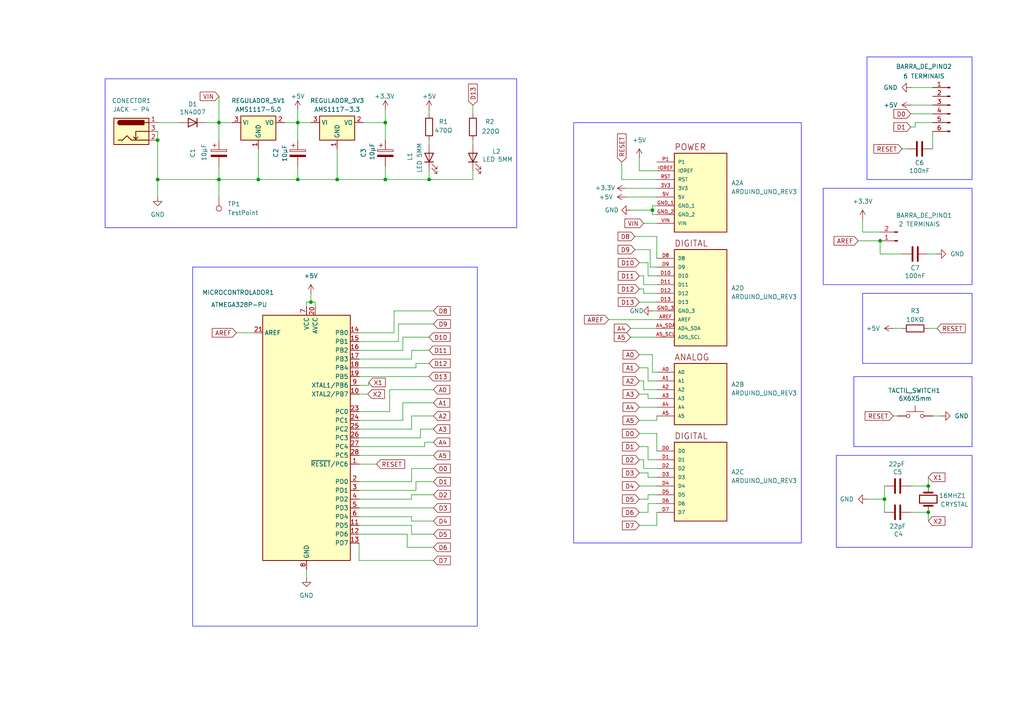
<source format=kicad_sch>
(kicad_sch
	(version 20250114)
	(generator "eeschema")
	(generator_version "9.0")
	(uuid "3e1dc05d-123a-4216-a8b4-913d6210be37")
	(paper "A4")
	(title_block
		(title "ZATINO V2 - 2025")
		(date "2025-03-03")
		(rev "V2")
		(company "ZAT ELECTRONIC")
	)
	(lib_symbols
		(symbol "ARDUINO_UNO_REV3:ARDUINO_UNO_REV3"
			(pin_names
				(offset 1.016)
			)
			(exclude_from_sim no)
			(in_bom yes)
			(on_board yes)
			(property "Reference" "A"
				(at -7.62 16.002 0)
				(effects
					(font
						(size 1.27 1.27)
					)
					(justify left bottom)
				)
			)
			(property "Value" "ARDUINO_UNO_REV3"
				(at -7.62 -12.7 0)
				(effects
					(font
						(size 1.27 1.27)
					)
					(justify left bottom)
				)
			)
			(property "Footprint" "ARDUINO_UNO_REV3:ARDUINO_ARDUINO_UNO_REV3"
				(at 0 0 0)
				(effects
					(font
						(size 1.27 1.27)
					)
					(justify bottom)
					(hide yes)
				)
			)
			(property "Datasheet" ""
				(at 0 0 0)
				(effects
					(font
						(size 1.27 1.27)
					)
					(hide yes)
				)
			)
			(property "Description" ""
				(at 0 0 0)
				(effects
					(font
						(size 1.27 1.27)
					)
					(hide yes)
				)
			)
			(property "MF" "Arduino"
				(at 0 0 0)
				(effects
					(font
						(size 1.27 1.27)
					)
					(justify bottom)
					(hide yes)
				)
			)
			(property "MAXIMUM_PACKAGE_HEIGHT" "N/A"
				(at 0 0 0)
				(effects
					(font
						(size 1.27 1.27)
					)
					(justify bottom)
					(hide yes)
				)
			)
			(property "Package" "Non-Standard Arduino"
				(at 0 0 0)
				(effects
					(font
						(size 1.27 1.27)
					)
					(justify bottom)
					(hide yes)
				)
			)
			(property "Price" "None"
				(at 0 0 0)
				(effects
					(font
						(size 1.27 1.27)
					)
					(justify bottom)
					(hide yes)
				)
			)
			(property "Check_prices" "https://www.snapeda.com/parts/Arduino%20Uno%20Rev3/Arduino/view-part/?ref=eda"
				(at 0 0 0)
				(effects
					(font
						(size 1.27 1.27)
					)
					(justify bottom)
					(hide yes)
				)
			)
			(property "STANDARD" "Manufacturer Recommendations"
				(at 0 0 0)
				(effects
					(font
						(size 1.27 1.27)
					)
					(justify bottom)
					(hide yes)
				)
			)
			(property "PARTREV" "N/A"
				(at 0 0 0)
				(effects
					(font
						(size 1.27 1.27)
					)
					(justify bottom)
					(hide yes)
				)
			)
			(property "SnapEDA_Link" "https://www.snapeda.com/parts/Arduino%20Uno%20Rev3/Arduino/view-part/?ref=snap"
				(at 0 0 0)
				(effects
					(font
						(size 1.27 1.27)
					)
					(justify bottom)
					(hide yes)
				)
			)
			(property "MP" "Arduino Uno Rev3"
				(at 0 0 0)
				(effects
					(font
						(size 1.27 1.27)
					)
					(justify bottom)
					(hide yes)
				)
			)
			(property "Description_1" "Microcontroller board based on the ATmega328P."
				(at 0 0 0)
				(effects
					(font
						(size 1.27 1.27)
					)
					(justify bottom)
					(hide yes)
				)
			)
			(property "MANUFACTURER" "Arduino"
				(at 0 0 0)
				(effects
					(font
						(size 1.27 1.27)
					)
					(justify bottom)
					(hide yes)
				)
			)
			(property "Availability" "In Stock"
				(at 0 0 0)
				(effects
					(font
						(size 1.27 1.27)
					)
					(justify bottom)
					(hide yes)
				)
			)
			(property "SNAPEDA_PN" "ARDUINO UNO REV3"
				(at 0 0 0)
				(effects
					(font
						(size 1.27 1.27)
					)
					(justify bottom)
					(hide yes)
				)
			)
			(symbol "ARDUINO_UNO_REV3_1_0"
				(rectangle
					(start -7.62 -10.16)
					(end 7.62 12.7)
					(stroke
						(width 0.254)
						(type default)
					)
					(fill
						(type background)
					)
				)
				(text "POWER"
					(at -7.62 13.462 0)
					(effects
						(font
							(size 1.778 1.778)
						)
						(justify left bottom)
					)
				)
				(pin bidirectional line
					(at -12.7 10.16 0)
					(length 5.08)
					(name "P1"
						(effects
							(font
								(size 1.016 1.016)
							)
						)
					)
					(number "P1"
						(effects
							(font
								(size 1.016 1.016)
							)
						)
					)
				)
				(pin bidirectional line
					(at -12.7 7.62 0)
					(length 5.08)
					(name "IOREF"
						(effects
							(font
								(size 1.016 1.016)
							)
						)
					)
					(number "IOREF"
						(effects
							(font
								(size 1.016 1.016)
							)
						)
					)
				)
				(pin bidirectional line
					(at -12.7 5.08 0)
					(length 5.08)
					(name "RST"
						(effects
							(font
								(size 1.016 1.016)
							)
						)
					)
					(number "RST"
						(effects
							(font
								(size 1.016 1.016)
							)
						)
					)
				)
				(pin power_in line
					(at -12.7 2.54 0)
					(length 5.08)
					(name "3V3"
						(effects
							(font
								(size 1.016 1.016)
							)
						)
					)
					(number "3V3"
						(effects
							(font
								(size 1.016 1.016)
							)
						)
					)
				)
				(pin power_in line
					(at -12.7 0 0)
					(length 5.08)
					(name "5V"
						(effects
							(font
								(size 1.016 1.016)
							)
						)
					)
					(number "5V"
						(effects
							(font
								(size 1.016 1.016)
							)
						)
					)
				)
				(pin power_in line
					(at -12.7 -2.54 0)
					(length 5.08)
					(name "GND_1"
						(effects
							(font
								(size 1.016 1.016)
							)
						)
					)
					(number "GND_1"
						(effects
							(font
								(size 1.016 1.016)
							)
						)
					)
				)
				(pin power_in line
					(at -12.7 -5.08 0)
					(length 5.08)
					(name "GND_2"
						(effects
							(font
								(size 1.016 1.016)
							)
						)
					)
					(number "GND_2"
						(effects
							(font
								(size 1.016 1.016)
							)
						)
					)
				)
				(pin power_in line
					(at -12.7 -7.62 0)
					(length 5.08)
					(name "VIN"
						(effects
							(font
								(size 1.016 1.016)
							)
						)
					)
					(number "VIN"
						(effects
							(font
								(size 1.016 1.016)
							)
						)
					)
				)
			)
			(symbol "ARDUINO_UNO_REV3_2_0"
				(rectangle
					(start -7.62 -10.16)
					(end 7.62 7.62)
					(stroke
						(width 0.254)
						(type default)
					)
					(fill
						(type background)
					)
				)
				(text "ANALOG"
					(at -7.62 8.382 0)
					(effects
						(font
							(size 1.778 1.778)
						)
						(justify left bottom)
					)
				)
				(pin bidirectional line
					(at -12.7 5.08 0)
					(length 5.08)
					(name "A0"
						(effects
							(font
								(size 1.016 1.016)
							)
						)
					)
					(number "A0"
						(effects
							(font
								(size 1.016 1.016)
							)
						)
					)
				)
				(pin bidirectional line
					(at -12.7 2.54 0)
					(length 5.08)
					(name "A1"
						(effects
							(font
								(size 1.016 1.016)
							)
						)
					)
					(number "A1"
						(effects
							(font
								(size 1.016 1.016)
							)
						)
					)
				)
				(pin bidirectional line
					(at -12.7 0 0)
					(length 5.08)
					(name "A2"
						(effects
							(font
								(size 1.016 1.016)
							)
						)
					)
					(number "A2"
						(effects
							(font
								(size 1.016 1.016)
							)
						)
					)
				)
				(pin bidirectional line
					(at -12.7 -2.54 0)
					(length 5.08)
					(name "A3"
						(effects
							(font
								(size 1.016 1.016)
							)
						)
					)
					(number "A3"
						(effects
							(font
								(size 1.016 1.016)
							)
						)
					)
				)
				(pin bidirectional line
					(at -12.7 -5.08 0)
					(length 5.08)
					(name "A4"
						(effects
							(font
								(size 1.016 1.016)
							)
						)
					)
					(number "A4"
						(effects
							(font
								(size 1.016 1.016)
							)
						)
					)
				)
				(pin bidirectional line
					(at -12.7 -7.62 0)
					(length 5.08)
					(name "A5"
						(effects
							(font
								(size 1.016 1.016)
							)
						)
					)
					(number "A5"
						(effects
							(font
								(size 1.016 1.016)
							)
						)
					)
				)
			)
			(symbol "ARDUINO_UNO_REV3_3_0"
				(rectangle
					(start -7.62 -12.7)
					(end 7.62 10.16)
					(stroke
						(width 0.254)
						(type default)
					)
					(fill
						(type background)
					)
				)
				(text "DIGITAL"
					(at -7.62 10.922 0)
					(effects
						(font
							(size 1.778 1.778)
						)
						(justify left bottom)
					)
				)
				(pin bidirectional line
					(at -12.7 7.62 0)
					(length 5.08)
					(name "D0"
						(effects
							(font
								(size 1.016 1.016)
							)
						)
					)
					(number "D0"
						(effects
							(font
								(size 1.016 1.016)
							)
						)
					)
				)
				(pin bidirectional line
					(at -12.7 5.08 0)
					(length 5.08)
					(name "D1"
						(effects
							(font
								(size 1.016 1.016)
							)
						)
					)
					(number "D1"
						(effects
							(font
								(size 1.016 1.016)
							)
						)
					)
				)
				(pin bidirectional line
					(at -12.7 2.54 0)
					(length 5.08)
					(name "D2"
						(effects
							(font
								(size 1.016 1.016)
							)
						)
					)
					(number "D2"
						(effects
							(font
								(size 1.016 1.016)
							)
						)
					)
				)
				(pin bidirectional line
					(at -12.7 0 0)
					(length 5.08)
					(name "D3"
						(effects
							(font
								(size 1.016 1.016)
							)
						)
					)
					(number "D3"
						(effects
							(font
								(size 1.016 1.016)
							)
						)
					)
				)
				(pin bidirectional line
					(at -12.7 -2.54 0)
					(length 5.08)
					(name "D4"
						(effects
							(font
								(size 1.016 1.016)
							)
						)
					)
					(number "D4"
						(effects
							(font
								(size 1.016 1.016)
							)
						)
					)
				)
				(pin bidirectional line
					(at -12.7 -5.08 0)
					(length 5.08)
					(name "D5"
						(effects
							(font
								(size 1.016 1.016)
							)
						)
					)
					(number "D5"
						(effects
							(font
								(size 1.016 1.016)
							)
						)
					)
				)
				(pin bidirectional line
					(at -12.7 -7.62 0)
					(length 5.08)
					(name "D6"
						(effects
							(font
								(size 1.016 1.016)
							)
						)
					)
					(number "D6"
						(effects
							(font
								(size 1.016 1.016)
							)
						)
					)
				)
				(pin bidirectional line
					(at -12.7 -10.16 0)
					(length 5.08)
					(name "D7"
						(effects
							(font
								(size 1.016 1.016)
							)
						)
					)
					(number "D7"
						(effects
							(font
								(size 1.016 1.016)
							)
						)
					)
				)
			)
			(symbol "ARDUINO_UNO_REV3_4_0"
				(rectangle
					(start -7.62 -15.24)
					(end 7.62 12.7)
					(stroke
						(width 0.254)
						(type default)
					)
					(fill
						(type background)
					)
				)
				(text "DIGITAL"
					(at -7.62 13.462 0)
					(effects
						(font
							(size 1.778 1.778)
						)
						(justify left bottom)
					)
				)
				(pin bidirectional line
					(at -12.7 10.16 0)
					(length 5.08)
					(name "D8"
						(effects
							(font
								(size 1.016 1.016)
							)
						)
					)
					(number "D8"
						(effects
							(font
								(size 1.016 1.016)
							)
						)
					)
				)
				(pin bidirectional line
					(at -12.7 7.62 0)
					(length 5.08)
					(name "D9"
						(effects
							(font
								(size 1.016 1.016)
							)
						)
					)
					(number "D9"
						(effects
							(font
								(size 1.016 1.016)
							)
						)
					)
				)
				(pin bidirectional line
					(at -12.7 5.08 0)
					(length 5.08)
					(name "D10"
						(effects
							(font
								(size 1.016 1.016)
							)
						)
					)
					(number "D10"
						(effects
							(font
								(size 1.016 1.016)
							)
						)
					)
				)
				(pin bidirectional line
					(at -12.7 2.54 0)
					(length 5.08)
					(name "D11"
						(effects
							(font
								(size 1.016 1.016)
							)
						)
					)
					(number "D11"
						(effects
							(font
								(size 1.016 1.016)
							)
						)
					)
				)
				(pin bidirectional line
					(at -12.7 0 0)
					(length 5.08)
					(name "D12"
						(effects
							(font
								(size 1.016 1.016)
							)
						)
					)
					(number "D12"
						(effects
							(font
								(size 1.016 1.016)
							)
						)
					)
				)
				(pin bidirectional line
					(at -12.7 -2.54 0)
					(length 5.08)
					(name "D13"
						(effects
							(font
								(size 1.016 1.016)
							)
						)
					)
					(number "D13"
						(effects
							(font
								(size 1.016 1.016)
							)
						)
					)
				)
				(pin power_in line
					(at -12.7 -5.08 0)
					(length 5.08)
					(name "GND_3"
						(effects
							(font
								(size 1.016 1.016)
							)
						)
					)
					(number "GND_3"
						(effects
							(font
								(size 1.016 1.016)
							)
						)
					)
				)
				(pin bidirectional line
					(at -12.7 -7.62 0)
					(length 5.08)
					(name "AREF"
						(effects
							(font
								(size 1.016 1.016)
							)
						)
					)
					(number "AREF"
						(effects
							(font
								(size 1.016 1.016)
							)
						)
					)
				)
				(pin bidirectional line
					(at -12.7 -10.16 0)
					(length 5.08)
					(name "AD4_SDA"
						(effects
							(font
								(size 1.016 1.016)
							)
						)
					)
					(number "A4_SDA"
						(effects
							(font
								(size 1.016 1.016)
							)
						)
					)
				)
				(pin bidirectional line
					(at -12.7 -12.7 0)
					(length 5.08)
					(name "AD5_SCL"
						(effects
							(font
								(size 1.016 1.016)
							)
						)
					)
					(number "A5_SCL"
						(effects
							(font
								(size 1.016 1.016)
							)
						)
					)
				)
			)
			(embedded_fonts no)
		)
		(symbol "Connector:Barrel_Jack_Switch"
			(pin_names
				(hide yes)
			)
			(exclude_from_sim no)
			(in_bom yes)
			(on_board yes)
			(property "Reference" "J"
				(at 0 5.334 0)
				(effects
					(font
						(size 1.27 1.27)
					)
				)
			)
			(property "Value" "Barrel_Jack_Switch"
				(at 0 -5.08 0)
				(effects
					(font
						(size 1.27 1.27)
					)
				)
			)
			(property "Footprint" ""
				(at 1.27 -1.016 0)
				(effects
					(font
						(size 1.27 1.27)
					)
					(hide yes)
				)
			)
			(property "Datasheet" "~"
				(at 1.27 -1.016 0)
				(effects
					(font
						(size 1.27 1.27)
					)
					(hide yes)
				)
			)
			(property "Description" "DC Barrel Jack with an internal switch"
				(at 0 0 0)
				(effects
					(font
						(size 1.27 1.27)
					)
					(hide yes)
				)
			)
			(property "ki_keywords" "DC power barrel jack connector"
				(at 0 0 0)
				(effects
					(font
						(size 1.27 1.27)
					)
					(hide yes)
				)
			)
			(property "ki_fp_filters" "BarrelJack*"
				(at 0 0 0)
				(effects
					(font
						(size 1.27 1.27)
					)
					(hide yes)
				)
			)
			(symbol "Barrel_Jack_Switch_0_1"
				(rectangle
					(start -5.08 3.81)
					(end 5.08 -3.81)
					(stroke
						(width 0.254)
						(type default)
					)
					(fill
						(type background)
					)
				)
				(polyline
					(pts
						(xy -3.81 -2.54) (xy -2.54 -2.54) (xy -1.27 -1.27) (xy 0 -2.54) (xy 2.54 -2.54) (xy 5.08 -2.54)
					)
					(stroke
						(width 0.254)
						(type default)
					)
					(fill
						(type none)
					)
				)
				(arc
					(start -3.302 1.905)
					(mid -3.9343 2.54)
					(end -3.302 3.175)
					(stroke
						(width 0.254)
						(type default)
					)
					(fill
						(type none)
					)
				)
				(arc
					(start -3.302 1.905)
					(mid -3.9343 2.54)
					(end -3.302 3.175)
					(stroke
						(width 0.254)
						(type default)
					)
					(fill
						(type outline)
					)
				)
				(polyline
					(pts
						(xy 1.27 -2.286) (xy 1.905 -1.651)
					)
					(stroke
						(width 0.254)
						(type default)
					)
					(fill
						(type none)
					)
				)
				(rectangle
					(start 3.683 3.175)
					(end -3.302 1.905)
					(stroke
						(width 0.254)
						(type default)
					)
					(fill
						(type outline)
					)
				)
				(polyline
					(pts
						(xy 5.08 2.54) (xy 3.81 2.54)
					)
					(stroke
						(width 0.254)
						(type default)
					)
					(fill
						(type none)
					)
				)
				(polyline
					(pts
						(xy 5.08 0) (xy 1.27 0) (xy 1.27 -2.286) (xy 0.635 -1.651)
					)
					(stroke
						(width 0.254)
						(type default)
					)
					(fill
						(type none)
					)
				)
			)
			(symbol "Barrel_Jack_Switch_1_1"
				(pin passive line
					(at 7.62 2.54 180)
					(length 2.54)
					(name "~"
						(effects
							(font
								(size 1.27 1.27)
							)
						)
					)
					(number "1"
						(effects
							(font
								(size 1.27 1.27)
							)
						)
					)
				)
				(pin passive line
					(at 7.62 0 180)
					(length 2.54)
					(name "~"
						(effects
							(font
								(size 1.27 1.27)
							)
						)
					)
					(number "3"
						(effects
							(font
								(size 1.27 1.27)
							)
						)
					)
				)
				(pin passive line
					(at 7.62 -2.54 180)
					(length 2.54)
					(name "~"
						(effects
							(font
								(size 1.27 1.27)
							)
						)
					)
					(number "2"
						(effects
							(font
								(size 1.27 1.27)
							)
						)
					)
				)
			)
			(embedded_fonts no)
		)
		(symbol "Connector:Conn_01x02_Pin"
			(pin_names
				(offset 1.016)
				(hide yes)
			)
			(exclude_from_sim no)
			(in_bom yes)
			(on_board yes)
			(property "Reference" "J"
				(at 0 2.54 0)
				(effects
					(font
						(size 1.27 1.27)
					)
				)
			)
			(property "Value" "Conn_01x02_Pin"
				(at 0 -5.08 0)
				(effects
					(font
						(size 1.27 1.27)
					)
				)
			)
			(property "Footprint" ""
				(at 0 0 0)
				(effects
					(font
						(size 1.27 1.27)
					)
					(hide yes)
				)
			)
			(property "Datasheet" "~"
				(at 0 0 0)
				(effects
					(font
						(size 1.27 1.27)
					)
					(hide yes)
				)
			)
			(property "Description" "Generic connector, single row, 01x02, script generated"
				(at 0 0 0)
				(effects
					(font
						(size 1.27 1.27)
					)
					(hide yes)
				)
			)
			(property "ki_locked" ""
				(at 0 0 0)
				(effects
					(font
						(size 1.27 1.27)
					)
				)
			)
			(property "ki_keywords" "connector"
				(at 0 0 0)
				(effects
					(font
						(size 1.27 1.27)
					)
					(hide yes)
				)
			)
			(property "ki_fp_filters" "Connector*:*_1x??_*"
				(at 0 0 0)
				(effects
					(font
						(size 1.27 1.27)
					)
					(hide yes)
				)
			)
			(symbol "Conn_01x02_Pin_1_1"
				(rectangle
					(start 0.8636 0.127)
					(end 0 -0.127)
					(stroke
						(width 0.1524)
						(type default)
					)
					(fill
						(type outline)
					)
				)
				(rectangle
					(start 0.8636 -2.413)
					(end 0 -2.667)
					(stroke
						(width 0.1524)
						(type default)
					)
					(fill
						(type outline)
					)
				)
				(polyline
					(pts
						(xy 1.27 0) (xy 0.8636 0)
					)
					(stroke
						(width 0.1524)
						(type default)
					)
					(fill
						(type none)
					)
				)
				(polyline
					(pts
						(xy 1.27 -2.54) (xy 0.8636 -2.54)
					)
					(stroke
						(width 0.1524)
						(type default)
					)
					(fill
						(type none)
					)
				)
				(pin passive line
					(at 5.08 0 180)
					(length 3.81)
					(name "Pin_1"
						(effects
							(font
								(size 1.27 1.27)
							)
						)
					)
					(number "1"
						(effects
							(font
								(size 1.27 1.27)
							)
						)
					)
				)
				(pin passive line
					(at 5.08 -2.54 180)
					(length 3.81)
					(name "Pin_2"
						(effects
							(font
								(size 1.27 1.27)
							)
						)
					)
					(number "2"
						(effects
							(font
								(size 1.27 1.27)
							)
						)
					)
				)
			)
			(embedded_fonts no)
		)
		(symbol "Connector:Conn_01x06_Pin"
			(pin_names
				(offset 1.016)
				(hide yes)
			)
			(exclude_from_sim no)
			(in_bom yes)
			(on_board yes)
			(property "Reference" "J"
				(at 0 7.62 0)
				(effects
					(font
						(size 1.27 1.27)
					)
				)
			)
			(property "Value" "Conn_01x06_Pin"
				(at 0 -10.16 0)
				(effects
					(font
						(size 1.27 1.27)
					)
				)
			)
			(property "Footprint" ""
				(at 0 0 0)
				(effects
					(font
						(size 1.27 1.27)
					)
					(hide yes)
				)
			)
			(property "Datasheet" "~"
				(at 0 0 0)
				(effects
					(font
						(size 1.27 1.27)
					)
					(hide yes)
				)
			)
			(property "Description" "Generic connector, single row, 01x06, script generated"
				(at 0 0 0)
				(effects
					(font
						(size 1.27 1.27)
					)
					(hide yes)
				)
			)
			(property "ki_locked" ""
				(at 0 0 0)
				(effects
					(font
						(size 1.27 1.27)
					)
				)
			)
			(property "ki_keywords" "connector"
				(at 0 0 0)
				(effects
					(font
						(size 1.27 1.27)
					)
					(hide yes)
				)
			)
			(property "ki_fp_filters" "Connector*:*_1x??_*"
				(at 0 0 0)
				(effects
					(font
						(size 1.27 1.27)
					)
					(hide yes)
				)
			)
			(symbol "Conn_01x06_Pin_1_1"
				(rectangle
					(start 0.8636 5.207)
					(end 0 4.953)
					(stroke
						(width 0.1524)
						(type default)
					)
					(fill
						(type outline)
					)
				)
				(rectangle
					(start 0.8636 2.667)
					(end 0 2.413)
					(stroke
						(width 0.1524)
						(type default)
					)
					(fill
						(type outline)
					)
				)
				(rectangle
					(start 0.8636 0.127)
					(end 0 -0.127)
					(stroke
						(width 0.1524)
						(type default)
					)
					(fill
						(type outline)
					)
				)
				(rectangle
					(start 0.8636 -2.413)
					(end 0 -2.667)
					(stroke
						(width 0.1524)
						(type default)
					)
					(fill
						(type outline)
					)
				)
				(rectangle
					(start 0.8636 -4.953)
					(end 0 -5.207)
					(stroke
						(width 0.1524)
						(type default)
					)
					(fill
						(type outline)
					)
				)
				(rectangle
					(start 0.8636 -7.493)
					(end 0 -7.747)
					(stroke
						(width 0.1524)
						(type default)
					)
					(fill
						(type outline)
					)
				)
				(polyline
					(pts
						(xy 1.27 5.08) (xy 0.8636 5.08)
					)
					(stroke
						(width 0.1524)
						(type default)
					)
					(fill
						(type none)
					)
				)
				(polyline
					(pts
						(xy 1.27 2.54) (xy 0.8636 2.54)
					)
					(stroke
						(width 0.1524)
						(type default)
					)
					(fill
						(type none)
					)
				)
				(polyline
					(pts
						(xy 1.27 0) (xy 0.8636 0)
					)
					(stroke
						(width 0.1524)
						(type default)
					)
					(fill
						(type none)
					)
				)
				(polyline
					(pts
						(xy 1.27 -2.54) (xy 0.8636 -2.54)
					)
					(stroke
						(width 0.1524)
						(type default)
					)
					(fill
						(type none)
					)
				)
				(polyline
					(pts
						(xy 1.27 -5.08) (xy 0.8636 -5.08)
					)
					(stroke
						(width 0.1524)
						(type default)
					)
					(fill
						(type none)
					)
				)
				(polyline
					(pts
						(xy 1.27 -7.62) (xy 0.8636 -7.62)
					)
					(stroke
						(width 0.1524)
						(type default)
					)
					(fill
						(type none)
					)
				)
				(pin passive line
					(at 5.08 5.08 180)
					(length 3.81)
					(name "Pin_1"
						(effects
							(font
								(size 1.27 1.27)
							)
						)
					)
					(number "1"
						(effects
							(font
								(size 1.27 1.27)
							)
						)
					)
				)
				(pin passive line
					(at 5.08 2.54 180)
					(length 3.81)
					(name "Pin_2"
						(effects
							(font
								(size 1.27 1.27)
							)
						)
					)
					(number "2"
						(effects
							(font
								(size 1.27 1.27)
							)
						)
					)
				)
				(pin passive line
					(at 5.08 0 180)
					(length 3.81)
					(name "Pin_3"
						(effects
							(font
								(size 1.27 1.27)
							)
						)
					)
					(number "3"
						(effects
							(font
								(size 1.27 1.27)
							)
						)
					)
				)
				(pin passive line
					(at 5.08 -2.54 180)
					(length 3.81)
					(name "Pin_4"
						(effects
							(font
								(size 1.27 1.27)
							)
						)
					)
					(number "4"
						(effects
							(font
								(size 1.27 1.27)
							)
						)
					)
				)
				(pin passive line
					(at 5.08 -5.08 180)
					(length 3.81)
					(name "Pin_5"
						(effects
							(font
								(size 1.27 1.27)
							)
						)
					)
					(number "5"
						(effects
							(font
								(size 1.27 1.27)
							)
						)
					)
				)
				(pin passive line
					(at 5.08 -7.62 180)
					(length 3.81)
					(name "Pin_6"
						(effects
							(font
								(size 1.27 1.27)
							)
						)
					)
					(number "6"
						(effects
							(font
								(size 1.27 1.27)
							)
						)
					)
				)
			)
			(embedded_fonts no)
		)
		(symbol "Connector:TestPoint"
			(pin_numbers
				(hide yes)
			)
			(pin_names
				(offset 0.762)
				(hide yes)
			)
			(exclude_from_sim no)
			(in_bom yes)
			(on_board yes)
			(property "Reference" "TP"
				(at 0 6.858 0)
				(effects
					(font
						(size 1.27 1.27)
					)
				)
			)
			(property "Value" "TestPoint"
				(at 0 5.08 0)
				(effects
					(font
						(size 1.27 1.27)
					)
				)
			)
			(property "Footprint" ""
				(at 5.08 0 0)
				(effects
					(font
						(size 1.27 1.27)
					)
					(hide yes)
				)
			)
			(property "Datasheet" "~"
				(at 5.08 0 0)
				(effects
					(font
						(size 1.27 1.27)
					)
					(hide yes)
				)
			)
			(property "Description" "test point"
				(at 0 0 0)
				(effects
					(font
						(size 1.27 1.27)
					)
					(hide yes)
				)
			)
			(property "ki_keywords" "test point tp"
				(at 0 0 0)
				(effects
					(font
						(size 1.27 1.27)
					)
					(hide yes)
				)
			)
			(property "ki_fp_filters" "Pin* Test*"
				(at 0 0 0)
				(effects
					(font
						(size 1.27 1.27)
					)
					(hide yes)
				)
			)
			(symbol "TestPoint_0_1"
				(circle
					(center 0 3.302)
					(radius 0.762)
					(stroke
						(width 0)
						(type default)
					)
					(fill
						(type none)
					)
				)
			)
			(symbol "TestPoint_1_1"
				(pin passive line
					(at 0 0 90)
					(length 2.54)
					(name "1"
						(effects
							(font
								(size 1.27 1.27)
							)
						)
					)
					(number "1"
						(effects
							(font
								(size 1.27 1.27)
							)
						)
					)
				)
			)
			(embedded_fonts no)
		)
		(symbol "Device:C"
			(pin_numbers
				(hide yes)
			)
			(pin_names
				(offset 0.254)
			)
			(exclude_from_sim no)
			(in_bom yes)
			(on_board yes)
			(property "Reference" "C"
				(at 0.635 2.54 0)
				(effects
					(font
						(size 1.27 1.27)
					)
					(justify left)
				)
			)
			(property "Value" "C"
				(at 0.635 -2.54 0)
				(effects
					(font
						(size 1.27 1.27)
					)
					(justify left)
				)
			)
			(property "Footprint" ""
				(at 0.9652 -3.81 0)
				(effects
					(font
						(size 1.27 1.27)
					)
					(hide yes)
				)
			)
			(property "Datasheet" "~"
				(at 0 0 0)
				(effects
					(font
						(size 1.27 1.27)
					)
					(hide yes)
				)
			)
			(property "Description" "Unpolarized capacitor"
				(at 0 0 0)
				(effects
					(font
						(size 1.27 1.27)
					)
					(hide yes)
				)
			)
			(property "ki_keywords" "cap capacitor"
				(at 0 0 0)
				(effects
					(font
						(size 1.27 1.27)
					)
					(hide yes)
				)
			)
			(property "ki_fp_filters" "C_*"
				(at 0 0 0)
				(effects
					(font
						(size 1.27 1.27)
					)
					(hide yes)
				)
			)
			(symbol "C_0_1"
				(polyline
					(pts
						(xy -2.032 0.762) (xy 2.032 0.762)
					)
					(stroke
						(width 0.508)
						(type default)
					)
					(fill
						(type none)
					)
				)
				(polyline
					(pts
						(xy -2.032 -0.762) (xy 2.032 -0.762)
					)
					(stroke
						(width 0.508)
						(type default)
					)
					(fill
						(type none)
					)
				)
			)
			(symbol "C_1_1"
				(pin passive line
					(at 0 3.81 270)
					(length 2.794)
					(name "~"
						(effects
							(font
								(size 1.27 1.27)
							)
						)
					)
					(number "1"
						(effects
							(font
								(size 1.27 1.27)
							)
						)
					)
				)
				(pin passive line
					(at 0 -3.81 90)
					(length 2.794)
					(name "~"
						(effects
							(font
								(size 1.27 1.27)
							)
						)
					)
					(number "2"
						(effects
							(font
								(size 1.27 1.27)
							)
						)
					)
				)
			)
			(embedded_fonts no)
		)
		(symbol "Device:C_Polarized"
			(pin_numbers
				(hide yes)
			)
			(pin_names
				(offset 0.254)
			)
			(exclude_from_sim no)
			(in_bom yes)
			(on_board yes)
			(property "Reference" "C"
				(at 0.635 2.54 0)
				(effects
					(font
						(size 1.27 1.27)
					)
					(justify left)
				)
			)
			(property "Value" "C_Polarized"
				(at 0.635 -2.54 0)
				(effects
					(font
						(size 1.27 1.27)
					)
					(justify left)
				)
			)
			(property "Footprint" ""
				(at 0.9652 -3.81 0)
				(effects
					(font
						(size 1.27 1.27)
					)
					(hide yes)
				)
			)
			(property "Datasheet" "~"
				(at 0 0 0)
				(effects
					(font
						(size 1.27 1.27)
					)
					(hide yes)
				)
			)
			(property "Description" "Polarized capacitor"
				(at 0 0 0)
				(effects
					(font
						(size 1.27 1.27)
					)
					(hide yes)
				)
			)
			(property "ki_keywords" "cap capacitor"
				(at 0 0 0)
				(effects
					(font
						(size 1.27 1.27)
					)
					(hide yes)
				)
			)
			(property "ki_fp_filters" "CP_*"
				(at 0 0 0)
				(effects
					(font
						(size 1.27 1.27)
					)
					(hide yes)
				)
			)
			(symbol "C_Polarized_0_1"
				(rectangle
					(start -2.286 0.508)
					(end 2.286 1.016)
					(stroke
						(width 0)
						(type default)
					)
					(fill
						(type none)
					)
				)
				(polyline
					(pts
						(xy -1.778 2.286) (xy -0.762 2.286)
					)
					(stroke
						(width 0)
						(type default)
					)
					(fill
						(type none)
					)
				)
				(polyline
					(pts
						(xy -1.27 2.794) (xy -1.27 1.778)
					)
					(stroke
						(width 0)
						(type default)
					)
					(fill
						(type none)
					)
				)
				(rectangle
					(start 2.286 -0.508)
					(end -2.286 -1.016)
					(stroke
						(width 0)
						(type default)
					)
					(fill
						(type outline)
					)
				)
			)
			(symbol "C_Polarized_1_1"
				(pin passive line
					(at 0 3.81 270)
					(length 2.794)
					(name "~"
						(effects
							(font
								(size 1.27 1.27)
							)
						)
					)
					(number "1"
						(effects
							(font
								(size 1.27 1.27)
							)
						)
					)
				)
				(pin passive line
					(at 0 -3.81 90)
					(length 2.794)
					(name "~"
						(effects
							(font
								(size 1.27 1.27)
							)
						)
					)
					(number "2"
						(effects
							(font
								(size 1.27 1.27)
							)
						)
					)
				)
			)
			(embedded_fonts no)
		)
		(symbol "Device:Crystal"
			(pin_numbers
				(hide yes)
			)
			(pin_names
				(offset 1.016)
				(hide yes)
			)
			(exclude_from_sim no)
			(in_bom yes)
			(on_board yes)
			(property "Reference" "Y"
				(at 0 3.81 0)
				(effects
					(font
						(size 1.27 1.27)
					)
				)
			)
			(property "Value" "Crystal"
				(at 0 -3.81 0)
				(effects
					(font
						(size 1.27 1.27)
					)
				)
			)
			(property "Footprint" ""
				(at 0 0 0)
				(effects
					(font
						(size 1.27 1.27)
					)
					(hide yes)
				)
			)
			(property "Datasheet" "~"
				(at 0 0 0)
				(effects
					(font
						(size 1.27 1.27)
					)
					(hide yes)
				)
			)
			(property "Description" "Two pin crystal"
				(at 0 0 0)
				(effects
					(font
						(size 1.27 1.27)
					)
					(hide yes)
				)
			)
			(property "ki_keywords" "quartz ceramic resonator oscillator"
				(at 0 0 0)
				(effects
					(font
						(size 1.27 1.27)
					)
					(hide yes)
				)
			)
			(property "ki_fp_filters" "Crystal*"
				(at 0 0 0)
				(effects
					(font
						(size 1.27 1.27)
					)
					(hide yes)
				)
			)
			(symbol "Crystal_0_1"
				(polyline
					(pts
						(xy -2.54 0) (xy -1.905 0)
					)
					(stroke
						(width 0)
						(type default)
					)
					(fill
						(type none)
					)
				)
				(polyline
					(pts
						(xy -1.905 -1.27) (xy -1.905 1.27)
					)
					(stroke
						(width 0.508)
						(type default)
					)
					(fill
						(type none)
					)
				)
				(rectangle
					(start -1.143 2.54)
					(end 1.143 -2.54)
					(stroke
						(width 0.3048)
						(type default)
					)
					(fill
						(type none)
					)
				)
				(polyline
					(pts
						(xy 1.905 -1.27) (xy 1.905 1.27)
					)
					(stroke
						(width 0.508)
						(type default)
					)
					(fill
						(type none)
					)
				)
				(polyline
					(pts
						(xy 2.54 0) (xy 1.905 0)
					)
					(stroke
						(width 0)
						(type default)
					)
					(fill
						(type none)
					)
				)
			)
			(symbol "Crystal_1_1"
				(pin passive line
					(at -3.81 0 0)
					(length 1.27)
					(name "1"
						(effects
							(font
								(size 1.27 1.27)
							)
						)
					)
					(number "1"
						(effects
							(font
								(size 1.27 1.27)
							)
						)
					)
				)
				(pin passive line
					(at 3.81 0 180)
					(length 1.27)
					(name "2"
						(effects
							(font
								(size 1.27 1.27)
							)
						)
					)
					(number "2"
						(effects
							(font
								(size 1.27 1.27)
							)
						)
					)
				)
			)
			(embedded_fonts no)
		)
		(symbol "Device:LED"
			(pin_numbers
				(hide yes)
			)
			(pin_names
				(offset 1.016)
				(hide yes)
			)
			(exclude_from_sim no)
			(in_bom yes)
			(on_board yes)
			(property "Reference" "D"
				(at 0 2.54 0)
				(effects
					(font
						(size 1.27 1.27)
					)
				)
			)
			(property "Value" "LED"
				(at 0 -2.54 0)
				(effects
					(font
						(size 1.27 1.27)
					)
				)
			)
			(property "Footprint" ""
				(at 0 0 0)
				(effects
					(font
						(size 1.27 1.27)
					)
					(hide yes)
				)
			)
			(property "Datasheet" "~"
				(at 0 0 0)
				(effects
					(font
						(size 1.27 1.27)
					)
					(hide yes)
				)
			)
			(property "Description" "Light emitting diode"
				(at 0 0 0)
				(effects
					(font
						(size 1.27 1.27)
					)
					(hide yes)
				)
			)
			(property "Sim.Pins" "1=K 2=A"
				(at 0 0 0)
				(effects
					(font
						(size 1.27 1.27)
					)
					(hide yes)
				)
			)
			(property "ki_keywords" "LED diode"
				(at 0 0 0)
				(effects
					(font
						(size 1.27 1.27)
					)
					(hide yes)
				)
			)
			(property "ki_fp_filters" "LED* LED_SMD:* LED_THT:*"
				(at 0 0 0)
				(effects
					(font
						(size 1.27 1.27)
					)
					(hide yes)
				)
			)
			(symbol "LED_0_1"
				(polyline
					(pts
						(xy -3.048 -0.762) (xy -4.572 -2.286) (xy -3.81 -2.286) (xy -4.572 -2.286) (xy -4.572 -1.524)
					)
					(stroke
						(width 0)
						(type default)
					)
					(fill
						(type none)
					)
				)
				(polyline
					(pts
						(xy -1.778 -0.762) (xy -3.302 -2.286) (xy -2.54 -2.286) (xy -3.302 -2.286) (xy -3.302 -1.524)
					)
					(stroke
						(width 0)
						(type default)
					)
					(fill
						(type none)
					)
				)
				(polyline
					(pts
						(xy -1.27 0) (xy 1.27 0)
					)
					(stroke
						(width 0)
						(type default)
					)
					(fill
						(type none)
					)
				)
				(polyline
					(pts
						(xy -1.27 -1.27) (xy -1.27 1.27)
					)
					(stroke
						(width 0.254)
						(type default)
					)
					(fill
						(type none)
					)
				)
				(polyline
					(pts
						(xy 1.27 -1.27) (xy 1.27 1.27) (xy -1.27 0) (xy 1.27 -1.27)
					)
					(stroke
						(width 0.254)
						(type default)
					)
					(fill
						(type none)
					)
				)
			)
			(symbol "LED_1_1"
				(pin passive line
					(at -3.81 0 0)
					(length 2.54)
					(name "K"
						(effects
							(font
								(size 1.27 1.27)
							)
						)
					)
					(number "1"
						(effects
							(font
								(size 1.27 1.27)
							)
						)
					)
				)
				(pin passive line
					(at 3.81 0 180)
					(length 2.54)
					(name "A"
						(effects
							(font
								(size 1.27 1.27)
							)
						)
					)
					(number "2"
						(effects
							(font
								(size 1.27 1.27)
							)
						)
					)
				)
			)
			(embedded_fonts no)
		)
		(symbol "Device:R"
			(pin_numbers
				(hide yes)
			)
			(pin_names
				(offset 0)
			)
			(exclude_from_sim no)
			(in_bom yes)
			(on_board yes)
			(property "Reference" "R"
				(at 2.032 0 90)
				(effects
					(font
						(size 1.27 1.27)
					)
				)
			)
			(property "Value" "R"
				(at 0 0 90)
				(effects
					(font
						(size 1.27 1.27)
					)
				)
			)
			(property "Footprint" ""
				(at -1.778 0 90)
				(effects
					(font
						(size 1.27 1.27)
					)
					(hide yes)
				)
			)
			(property "Datasheet" "~"
				(at 0 0 0)
				(effects
					(font
						(size 1.27 1.27)
					)
					(hide yes)
				)
			)
			(property "Description" "Resistor"
				(at 0 0 0)
				(effects
					(font
						(size 1.27 1.27)
					)
					(hide yes)
				)
			)
			(property "ki_keywords" "R res resistor"
				(at 0 0 0)
				(effects
					(font
						(size 1.27 1.27)
					)
					(hide yes)
				)
			)
			(property "ki_fp_filters" "R_*"
				(at 0 0 0)
				(effects
					(font
						(size 1.27 1.27)
					)
					(hide yes)
				)
			)
			(symbol "R_0_1"
				(rectangle
					(start -1.016 -2.54)
					(end 1.016 2.54)
					(stroke
						(width 0.254)
						(type default)
					)
					(fill
						(type none)
					)
				)
			)
			(symbol "R_1_1"
				(pin passive line
					(at 0 3.81 270)
					(length 1.27)
					(name "~"
						(effects
							(font
								(size 1.27 1.27)
							)
						)
					)
					(number "1"
						(effects
							(font
								(size 1.27 1.27)
							)
						)
					)
				)
				(pin passive line
					(at 0 -3.81 90)
					(length 1.27)
					(name "~"
						(effects
							(font
								(size 1.27 1.27)
							)
						)
					)
					(number "2"
						(effects
							(font
								(size 1.27 1.27)
							)
						)
					)
				)
			)
			(embedded_fonts no)
		)
		(symbol "Diode:1N4007"
			(pin_numbers
				(hide yes)
			)
			(pin_names
				(hide yes)
			)
			(exclude_from_sim no)
			(in_bom yes)
			(on_board yes)
			(property "Reference" "D"
				(at 0 2.54 0)
				(effects
					(font
						(size 1.27 1.27)
					)
				)
			)
			(property "Value" "1N4007"
				(at 0 -2.54 0)
				(effects
					(font
						(size 1.27 1.27)
					)
				)
			)
			(property "Footprint" "Diode_THT:D_DO-41_SOD81_P10.16mm_Horizontal"
				(at 0 -4.445 0)
				(effects
					(font
						(size 1.27 1.27)
					)
					(hide yes)
				)
			)
			(property "Datasheet" "http://www.vishay.com/docs/88503/1n4001.pdf"
				(at 0 0 0)
				(effects
					(font
						(size 1.27 1.27)
					)
					(hide yes)
				)
			)
			(property "Description" "1000V 1A General Purpose Rectifier Diode, DO-41"
				(at 0 0 0)
				(effects
					(font
						(size 1.27 1.27)
					)
					(hide yes)
				)
			)
			(property "Sim.Device" "D"
				(at 0 0 0)
				(effects
					(font
						(size 1.27 1.27)
					)
					(hide yes)
				)
			)
			(property "Sim.Pins" "1=K 2=A"
				(at 0 0 0)
				(effects
					(font
						(size 1.27 1.27)
					)
					(hide yes)
				)
			)
			(property "ki_keywords" "diode"
				(at 0 0 0)
				(effects
					(font
						(size 1.27 1.27)
					)
					(hide yes)
				)
			)
			(property "ki_fp_filters" "D*DO?41*"
				(at 0 0 0)
				(effects
					(font
						(size 1.27 1.27)
					)
					(hide yes)
				)
			)
			(symbol "1N4007_0_1"
				(polyline
					(pts
						(xy -1.27 1.27) (xy -1.27 -1.27)
					)
					(stroke
						(width 0.254)
						(type default)
					)
					(fill
						(type none)
					)
				)
				(polyline
					(pts
						(xy 1.27 1.27) (xy 1.27 -1.27) (xy -1.27 0) (xy 1.27 1.27)
					)
					(stroke
						(width 0.254)
						(type default)
					)
					(fill
						(type none)
					)
				)
				(polyline
					(pts
						(xy 1.27 0) (xy -1.27 0)
					)
					(stroke
						(width 0)
						(type default)
					)
					(fill
						(type none)
					)
				)
			)
			(symbol "1N4007_1_1"
				(pin passive line
					(at -3.81 0 0)
					(length 2.54)
					(name "K"
						(effects
							(font
								(size 1.27 1.27)
							)
						)
					)
					(number "1"
						(effects
							(font
								(size 1.27 1.27)
							)
						)
					)
				)
				(pin passive line
					(at 3.81 0 180)
					(length 2.54)
					(name "A"
						(effects
							(font
								(size 1.27 1.27)
							)
						)
					)
					(number "2"
						(effects
							(font
								(size 1.27 1.27)
							)
						)
					)
				)
			)
			(embedded_fonts no)
		)
		(symbol "MCU_Microchip_ATmega:ATmega328P-P"
			(exclude_from_sim no)
			(in_bom yes)
			(on_board yes)
			(property "Reference" "U"
				(at -12.7 36.83 0)
				(effects
					(font
						(size 1.27 1.27)
					)
					(justify left bottom)
				)
			)
			(property "Value" "ATmega328P-P"
				(at 2.54 -36.83 0)
				(effects
					(font
						(size 1.27 1.27)
					)
					(justify left top)
				)
			)
			(property "Footprint" "Package_DIP:DIP-28_W7.62mm"
				(at 0 0 0)
				(effects
					(font
						(size 1.27 1.27)
						(italic yes)
					)
					(hide yes)
				)
			)
			(property "Datasheet" "http://ww1.microchip.com/downloads/en/DeviceDoc/ATmega328_P%20AVR%20MCU%20with%20picoPower%20Technology%20Data%20Sheet%2040001984A.pdf"
				(at 0 0 0)
				(effects
					(font
						(size 1.27 1.27)
					)
					(hide yes)
				)
			)
			(property "Description" "20MHz, 32kB Flash, 2kB SRAM, 1kB EEPROM, DIP-28"
				(at 0 0 0)
				(effects
					(font
						(size 1.27 1.27)
					)
					(hide yes)
				)
			)
			(property "ki_keywords" "AVR 8bit Microcontroller MegaAVR PicoPower"
				(at 0 0 0)
				(effects
					(font
						(size 1.27 1.27)
					)
					(hide yes)
				)
			)
			(property "ki_fp_filters" "DIP*W7.62mm*"
				(at 0 0 0)
				(effects
					(font
						(size 1.27 1.27)
					)
					(hide yes)
				)
			)
			(symbol "ATmega328P-P_0_1"
				(rectangle
					(start -12.7 -35.56)
					(end 12.7 35.56)
					(stroke
						(width 0.254)
						(type default)
					)
					(fill
						(type background)
					)
				)
			)
			(symbol "ATmega328P-P_1_1"
				(pin passive line
					(at -15.24 30.48 0)
					(length 2.54)
					(name "AREF"
						(effects
							(font
								(size 1.27 1.27)
							)
						)
					)
					(number "21"
						(effects
							(font
								(size 1.27 1.27)
							)
						)
					)
				)
				(pin power_in line
					(at 0 38.1 270)
					(length 2.54)
					(name "VCC"
						(effects
							(font
								(size 1.27 1.27)
							)
						)
					)
					(number "7"
						(effects
							(font
								(size 1.27 1.27)
							)
						)
					)
				)
				(pin passive line
					(at 0 -38.1 90)
					(length 2.54)
					(hide yes)
					(name "GND"
						(effects
							(font
								(size 1.27 1.27)
							)
						)
					)
					(number "22"
						(effects
							(font
								(size 1.27 1.27)
							)
						)
					)
				)
				(pin power_in line
					(at 0 -38.1 90)
					(length 2.54)
					(name "GND"
						(effects
							(font
								(size 1.27 1.27)
							)
						)
					)
					(number "8"
						(effects
							(font
								(size 1.27 1.27)
							)
						)
					)
				)
				(pin power_in line
					(at 2.54 38.1 270)
					(length 2.54)
					(name "AVCC"
						(effects
							(font
								(size 1.27 1.27)
							)
						)
					)
					(number "20"
						(effects
							(font
								(size 1.27 1.27)
							)
						)
					)
				)
				(pin bidirectional line
					(at 15.24 30.48 180)
					(length 2.54)
					(name "PB0"
						(effects
							(font
								(size 1.27 1.27)
							)
						)
					)
					(number "14"
						(effects
							(font
								(size 1.27 1.27)
							)
						)
					)
				)
				(pin bidirectional line
					(at 15.24 27.94 180)
					(length 2.54)
					(name "PB1"
						(effects
							(font
								(size 1.27 1.27)
							)
						)
					)
					(number "15"
						(effects
							(font
								(size 1.27 1.27)
							)
						)
					)
				)
				(pin bidirectional line
					(at 15.24 25.4 180)
					(length 2.54)
					(name "PB2"
						(effects
							(font
								(size 1.27 1.27)
							)
						)
					)
					(number "16"
						(effects
							(font
								(size 1.27 1.27)
							)
						)
					)
				)
				(pin bidirectional line
					(at 15.24 22.86 180)
					(length 2.54)
					(name "PB3"
						(effects
							(font
								(size 1.27 1.27)
							)
						)
					)
					(number "17"
						(effects
							(font
								(size 1.27 1.27)
							)
						)
					)
				)
				(pin bidirectional line
					(at 15.24 20.32 180)
					(length 2.54)
					(name "PB4"
						(effects
							(font
								(size 1.27 1.27)
							)
						)
					)
					(number "18"
						(effects
							(font
								(size 1.27 1.27)
							)
						)
					)
				)
				(pin bidirectional line
					(at 15.24 17.78 180)
					(length 2.54)
					(name "PB5"
						(effects
							(font
								(size 1.27 1.27)
							)
						)
					)
					(number "19"
						(effects
							(font
								(size 1.27 1.27)
							)
						)
					)
				)
				(pin bidirectional line
					(at 15.24 15.24 180)
					(length 2.54)
					(name "XTAL1/PB6"
						(effects
							(font
								(size 1.27 1.27)
							)
						)
					)
					(number "9"
						(effects
							(font
								(size 1.27 1.27)
							)
						)
					)
				)
				(pin bidirectional line
					(at 15.24 12.7 180)
					(length 2.54)
					(name "XTAL2/PB7"
						(effects
							(font
								(size 1.27 1.27)
							)
						)
					)
					(number "10"
						(effects
							(font
								(size 1.27 1.27)
							)
						)
					)
				)
				(pin bidirectional line
					(at 15.24 7.62 180)
					(length 2.54)
					(name "PC0"
						(effects
							(font
								(size 1.27 1.27)
							)
						)
					)
					(number "23"
						(effects
							(font
								(size 1.27 1.27)
							)
						)
					)
				)
				(pin bidirectional line
					(at 15.24 5.08 180)
					(length 2.54)
					(name "PC1"
						(effects
							(font
								(size 1.27 1.27)
							)
						)
					)
					(number "24"
						(effects
							(font
								(size 1.27 1.27)
							)
						)
					)
				)
				(pin bidirectional line
					(at 15.24 2.54 180)
					(length 2.54)
					(name "PC2"
						(effects
							(font
								(size 1.27 1.27)
							)
						)
					)
					(number "25"
						(effects
							(font
								(size 1.27 1.27)
							)
						)
					)
				)
				(pin bidirectional line
					(at 15.24 0 180)
					(length 2.54)
					(name "PC3"
						(effects
							(font
								(size 1.27 1.27)
							)
						)
					)
					(number "26"
						(effects
							(font
								(size 1.27 1.27)
							)
						)
					)
				)
				(pin bidirectional line
					(at 15.24 -2.54 180)
					(length 2.54)
					(name "PC4"
						(effects
							(font
								(size 1.27 1.27)
							)
						)
					)
					(number "27"
						(effects
							(font
								(size 1.27 1.27)
							)
						)
					)
				)
				(pin bidirectional line
					(at 15.24 -5.08 180)
					(length 2.54)
					(name "PC5"
						(effects
							(font
								(size 1.27 1.27)
							)
						)
					)
					(number "28"
						(effects
							(font
								(size 1.27 1.27)
							)
						)
					)
				)
				(pin bidirectional line
					(at 15.24 -7.62 180)
					(length 2.54)
					(name "~{RESET}/PC6"
						(effects
							(font
								(size 1.27 1.27)
							)
						)
					)
					(number "1"
						(effects
							(font
								(size 1.27 1.27)
							)
						)
					)
				)
				(pin bidirectional line
					(at 15.24 -12.7 180)
					(length 2.54)
					(name "PD0"
						(effects
							(font
								(size 1.27 1.27)
							)
						)
					)
					(number "2"
						(effects
							(font
								(size 1.27 1.27)
							)
						)
					)
				)
				(pin bidirectional line
					(at 15.24 -15.24 180)
					(length 2.54)
					(name "PD1"
						(effects
							(font
								(size 1.27 1.27)
							)
						)
					)
					(number "3"
						(effects
							(font
								(size 1.27 1.27)
							)
						)
					)
				)
				(pin bidirectional line
					(at 15.24 -17.78 180)
					(length 2.54)
					(name "PD2"
						(effects
							(font
								(size 1.27 1.27)
							)
						)
					)
					(number "4"
						(effects
							(font
								(size 1.27 1.27)
							)
						)
					)
				)
				(pin bidirectional line
					(at 15.24 -20.32 180)
					(length 2.54)
					(name "PD3"
						(effects
							(font
								(size 1.27 1.27)
							)
						)
					)
					(number "5"
						(effects
							(font
								(size 1.27 1.27)
							)
						)
					)
				)
				(pin bidirectional line
					(at 15.24 -22.86 180)
					(length 2.54)
					(name "PD4"
						(effects
							(font
								(size 1.27 1.27)
							)
						)
					)
					(number "6"
						(effects
							(font
								(size 1.27 1.27)
							)
						)
					)
				)
				(pin bidirectional line
					(at 15.24 -25.4 180)
					(length 2.54)
					(name "PD5"
						(effects
							(font
								(size 1.27 1.27)
							)
						)
					)
					(number "11"
						(effects
							(font
								(size 1.27 1.27)
							)
						)
					)
				)
				(pin bidirectional line
					(at 15.24 -27.94 180)
					(length 2.54)
					(name "PD6"
						(effects
							(font
								(size 1.27 1.27)
							)
						)
					)
					(number "12"
						(effects
							(font
								(size 1.27 1.27)
							)
						)
					)
				)
				(pin bidirectional line
					(at 15.24 -30.48 180)
					(length 2.54)
					(name "PD7"
						(effects
							(font
								(size 1.27 1.27)
							)
						)
					)
					(number "13"
						(effects
							(font
								(size 1.27 1.27)
							)
						)
					)
				)
			)
			(embedded_fonts no)
		)
		(symbol "Regulator_Linear:AMS1117-3.3"
			(exclude_from_sim no)
			(in_bom yes)
			(on_board yes)
			(property "Reference" "U"
				(at -3.81 3.175 0)
				(effects
					(font
						(size 1.27 1.27)
					)
				)
			)
			(property "Value" "AMS1117-3.3"
				(at 0 3.175 0)
				(effects
					(font
						(size 1.27 1.27)
					)
					(justify left)
				)
			)
			(property "Footprint" "Package_TO_SOT_SMD:SOT-223-3_TabPin2"
				(at 0 5.08 0)
				(effects
					(font
						(size 1.27 1.27)
					)
					(hide yes)
				)
			)
			(property "Datasheet" "http://www.advanced-monolithic.com/pdf/ds1117.pdf"
				(at 2.54 -6.35 0)
				(effects
					(font
						(size 1.27 1.27)
					)
					(hide yes)
				)
			)
			(property "Description" "1A Low Dropout regulator, positive, 3.3V fixed output, SOT-223"
				(at 0 0 0)
				(effects
					(font
						(size 1.27 1.27)
					)
					(hide yes)
				)
			)
			(property "ki_keywords" "linear regulator ldo fixed positive"
				(at 0 0 0)
				(effects
					(font
						(size 1.27 1.27)
					)
					(hide yes)
				)
			)
			(property "ki_fp_filters" "SOT?223*TabPin2*"
				(at 0 0 0)
				(effects
					(font
						(size 1.27 1.27)
					)
					(hide yes)
				)
			)
			(symbol "AMS1117-3.3_0_1"
				(rectangle
					(start -5.08 -5.08)
					(end 5.08 1.905)
					(stroke
						(width 0.254)
						(type default)
					)
					(fill
						(type background)
					)
				)
			)
			(symbol "AMS1117-3.3_1_1"
				(pin power_in line
					(at -7.62 0 0)
					(length 2.54)
					(name "VI"
						(effects
							(font
								(size 1.27 1.27)
							)
						)
					)
					(number "3"
						(effects
							(font
								(size 1.27 1.27)
							)
						)
					)
				)
				(pin power_in line
					(at 0 -7.62 90)
					(length 2.54)
					(name "GND"
						(effects
							(font
								(size 1.27 1.27)
							)
						)
					)
					(number "1"
						(effects
							(font
								(size 1.27 1.27)
							)
						)
					)
				)
				(pin power_out line
					(at 7.62 0 180)
					(length 2.54)
					(name "VO"
						(effects
							(font
								(size 1.27 1.27)
							)
						)
					)
					(number "2"
						(effects
							(font
								(size 1.27 1.27)
							)
						)
					)
				)
			)
			(embedded_fonts no)
		)
		(symbol "Regulator_Linear:AMS1117-5.0"
			(exclude_from_sim no)
			(in_bom yes)
			(on_board yes)
			(property "Reference" "U"
				(at -3.81 3.175 0)
				(effects
					(font
						(size 1.27 1.27)
					)
				)
			)
			(property "Value" "AMS1117-5.0"
				(at 0 3.175 0)
				(effects
					(font
						(size 1.27 1.27)
					)
					(justify left)
				)
			)
			(property "Footprint" "Package_TO_SOT_SMD:SOT-223-3_TabPin2"
				(at 0 5.08 0)
				(effects
					(font
						(size 1.27 1.27)
					)
					(hide yes)
				)
			)
			(property "Datasheet" "http://www.advanced-monolithic.com/pdf/ds1117.pdf"
				(at 2.54 -6.35 0)
				(effects
					(font
						(size 1.27 1.27)
					)
					(hide yes)
				)
			)
			(property "Description" "1A Low Dropout regulator, positive, 5.0V fixed output, SOT-223"
				(at 0 0 0)
				(effects
					(font
						(size 1.27 1.27)
					)
					(hide yes)
				)
			)
			(property "ki_keywords" "linear regulator ldo fixed positive"
				(at 0 0 0)
				(effects
					(font
						(size 1.27 1.27)
					)
					(hide yes)
				)
			)
			(property "ki_fp_filters" "SOT?223*TabPin2*"
				(at 0 0 0)
				(effects
					(font
						(size 1.27 1.27)
					)
					(hide yes)
				)
			)
			(symbol "AMS1117-5.0_0_1"
				(rectangle
					(start -5.08 -5.08)
					(end 5.08 1.905)
					(stroke
						(width 0.254)
						(type default)
					)
					(fill
						(type background)
					)
				)
			)
			(symbol "AMS1117-5.0_1_1"
				(pin power_in line
					(at -7.62 0 0)
					(length 2.54)
					(name "VI"
						(effects
							(font
								(size 1.27 1.27)
							)
						)
					)
					(number "3"
						(effects
							(font
								(size 1.27 1.27)
							)
						)
					)
				)
				(pin power_in line
					(at 0 -7.62 90)
					(length 2.54)
					(name "GND"
						(effects
							(font
								(size 1.27 1.27)
							)
						)
					)
					(number "1"
						(effects
							(font
								(size 1.27 1.27)
							)
						)
					)
				)
				(pin power_out line
					(at 7.62 0 180)
					(length 2.54)
					(name "VO"
						(effects
							(font
								(size 1.27 1.27)
							)
						)
					)
					(number "2"
						(effects
							(font
								(size 1.27 1.27)
							)
						)
					)
				)
			)
			(embedded_fonts no)
		)
		(symbol "Switch:SW_Push"
			(pin_numbers
				(hide yes)
			)
			(pin_names
				(offset 1.016)
				(hide yes)
			)
			(exclude_from_sim no)
			(in_bom yes)
			(on_board yes)
			(property "Reference" "SW"
				(at 1.27 2.54 0)
				(effects
					(font
						(size 1.27 1.27)
					)
					(justify left)
				)
			)
			(property "Value" "SW_Push"
				(at 0 -1.524 0)
				(effects
					(font
						(size 1.27 1.27)
					)
				)
			)
			(property "Footprint" ""
				(at 0 5.08 0)
				(effects
					(font
						(size 1.27 1.27)
					)
					(hide yes)
				)
			)
			(property "Datasheet" "~"
				(at 0 5.08 0)
				(effects
					(font
						(size 1.27 1.27)
					)
					(hide yes)
				)
			)
			(property "Description" "Push button switch, generic, two pins"
				(at 0 0 0)
				(effects
					(font
						(size 1.27 1.27)
					)
					(hide yes)
				)
			)
			(property "ki_keywords" "switch normally-open pushbutton push-button"
				(at 0 0 0)
				(effects
					(font
						(size 1.27 1.27)
					)
					(hide yes)
				)
			)
			(symbol "SW_Push_0_1"
				(circle
					(center -2.032 0)
					(radius 0.508)
					(stroke
						(width 0)
						(type default)
					)
					(fill
						(type none)
					)
				)
				(polyline
					(pts
						(xy 0 1.27) (xy 0 3.048)
					)
					(stroke
						(width 0)
						(type default)
					)
					(fill
						(type none)
					)
				)
				(circle
					(center 2.032 0)
					(radius 0.508)
					(stroke
						(width 0)
						(type default)
					)
					(fill
						(type none)
					)
				)
				(polyline
					(pts
						(xy 2.54 1.27) (xy -2.54 1.27)
					)
					(stroke
						(width 0)
						(type default)
					)
					(fill
						(type none)
					)
				)
				(pin passive line
					(at -5.08 0 0)
					(length 2.54)
					(name "1"
						(effects
							(font
								(size 1.27 1.27)
							)
						)
					)
					(number "1"
						(effects
							(font
								(size 1.27 1.27)
							)
						)
					)
				)
				(pin passive line
					(at 5.08 0 180)
					(length 2.54)
					(name "2"
						(effects
							(font
								(size 1.27 1.27)
							)
						)
					)
					(number "2"
						(effects
							(font
								(size 1.27 1.27)
							)
						)
					)
				)
			)
			(embedded_fonts no)
		)
		(symbol "power:+3.3V"
			(power)
			(pin_numbers
				(hide yes)
			)
			(pin_names
				(offset 0)
				(hide yes)
			)
			(exclude_from_sim no)
			(in_bom yes)
			(on_board yes)
			(property "Reference" "#PWR"
				(at 0 -3.81 0)
				(effects
					(font
						(size 1.27 1.27)
					)
					(hide yes)
				)
			)
			(property "Value" "+3.3V"
				(at 0 3.556 0)
				(effects
					(font
						(size 1.27 1.27)
					)
				)
			)
			(property "Footprint" ""
				(at 0 0 0)
				(effects
					(font
						(size 1.27 1.27)
					)
					(hide yes)
				)
			)
			(property "Datasheet" ""
				(at 0 0 0)
				(effects
					(font
						(size 1.27 1.27)
					)
					(hide yes)
				)
			)
			(property "Description" "Power symbol creates a global label with name \"+3.3V\""
				(at 0 0 0)
				(effects
					(font
						(size 1.27 1.27)
					)
					(hide yes)
				)
			)
			(property "ki_keywords" "global power"
				(at 0 0 0)
				(effects
					(font
						(size 1.27 1.27)
					)
					(hide yes)
				)
			)
			(symbol "+3.3V_0_1"
				(polyline
					(pts
						(xy -0.762 1.27) (xy 0 2.54)
					)
					(stroke
						(width 0)
						(type default)
					)
					(fill
						(type none)
					)
				)
				(polyline
					(pts
						(xy 0 2.54) (xy 0.762 1.27)
					)
					(stroke
						(width 0)
						(type default)
					)
					(fill
						(type none)
					)
				)
				(polyline
					(pts
						(xy 0 0) (xy 0 2.54)
					)
					(stroke
						(width 0)
						(type default)
					)
					(fill
						(type none)
					)
				)
			)
			(symbol "+3.3V_1_1"
				(pin power_in line
					(at 0 0 90)
					(length 0)
					(name "~"
						(effects
							(font
								(size 1.27 1.27)
							)
						)
					)
					(number "1"
						(effects
							(font
								(size 1.27 1.27)
							)
						)
					)
				)
			)
			(embedded_fonts no)
		)
		(symbol "power:+5V"
			(power)
			(pin_numbers
				(hide yes)
			)
			(pin_names
				(offset 0)
				(hide yes)
			)
			(exclude_from_sim no)
			(in_bom yes)
			(on_board yes)
			(property "Reference" "#PWR"
				(at 0 -3.81 0)
				(effects
					(font
						(size 1.27 1.27)
					)
					(hide yes)
				)
			)
			(property "Value" "+5V"
				(at 0 3.556 0)
				(effects
					(font
						(size 1.27 1.27)
					)
				)
			)
			(property "Footprint" ""
				(at 0 0 0)
				(effects
					(font
						(size 1.27 1.27)
					)
					(hide yes)
				)
			)
			(property "Datasheet" ""
				(at 0 0 0)
				(effects
					(font
						(size 1.27 1.27)
					)
					(hide yes)
				)
			)
			(property "Description" "Power symbol creates a global label with name \"+5V\""
				(at 0 0 0)
				(effects
					(font
						(size 1.27 1.27)
					)
					(hide yes)
				)
			)
			(property "ki_keywords" "global power"
				(at 0 0 0)
				(effects
					(font
						(size 1.27 1.27)
					)
					(hide yes)
				)
			)
			(symbol "+5V_0_1"
				(polyline
					(pts
						(xy -0.762 1.27) (xy 0 2.54)
					)
					(stroke
						(width 0)
						(type default)
					)
					(fill
						(type none)
					)
				)
				(polyline
					(pts
						(xy 0 2.54) (xy 0.762 1.27)
					)
					(stroke
						(width 0)
						(type default)
					)
					(fill
						(type none)
					)
				)
				(polyline
					(pts
						(xy 0 0) (xy 0 2.54)
					)
					(stroke
						(width 0)
						(type default)
					)
					(fill
						(type none)
					)
				)
			)
			(symbol "+5V_1_1"
				(pin power_in line
					(at 0 0 90)
					(length 0)
					(name "~"
						(effects
							(font
								(size 1.27 1.27)
							)
						)
					)
					(number "1"
						(effects
							(font
								(size 1.27 1.27)
							)
						)
					)
				)
			)
			(embedded_fonts no)
		)
		(symbol "power:GND"
			(power)
			(pin_numbers
				(hide yes)
			)
			(pin_names
				(offset 0)
				(hide yes)
			)
			(exclude_from_sim no)
			(in_bom yes)
			(on_board yes)
			(property "Reference" "#PWR"
				(at 0 -6.35 0)
				(effects
					(font
						(size 1.27 1.27)
					)
					(hide yes)
				)
			)
			(property "Value" "GND"
				(at 0 -3.81 0)
				(effects
					(font
						(size 1.27 1.27)
					)
				)
			)
			(property "Footprint" ""
				(at 0 0 0)
				(effects
					(font
						(size 1.27 1.27)
					)
					(hide yes)
				)
			)
			(property "Datasheet" ""
				(at 0 0 0)
				(effects
					(font
						(size 1.27 1.27)
					)
					(hide yes)
				)
			)
			(property "Description" "Power symbol creates a global label with name \"GND\" , ground"
				(at 0 0 0)
				(effects
					(font
						(size 1.27 1.27)
					)
					(hide yes)
				)
			)
			(property "ki_keywords" "global power"
				(at 0 0 0)
				(effects
					(font
						(size 1.27 1.27)
					)
					(hide yes)
				)
			)
			(symbol "GND_0_1"
				(polyline
					(pts
						(xy 0 0) (xy 0 -1.27) (xy 1.27 -1.27) (xy 0 -2.54) (xy -1.27 -1.27) (xy 0 -1.27)
					)
					(stroke
						(width 0)
						(type default)
					)
					(fill
						(type none)
					)
				)
			)
			(symbol "GND_1_1"
				(pin power_in line
					(at 0 0 270)
					(length 0)
					(name "~"
						(effects
							(font
								(size 1.27 1.27)
							)
						)
					)
					(number "1"
						(effects
							(font
								(size 1.27 1.27)
							)
						)
					)
				)
			)
			(embedded_fonts no)
		)
	)
	(junction
		(at 86.36 35.56)
		(diameter 0)
		(color 0 0 0 0)
		(uuid "14d8b1ad-2a8c-4dc8-b621-6f865fcefc08")
	)
	(junction
		(at 97.79 52.07)
		(diameter 0)
		(color 0 0 0 0)
		(uuid "36618983-a89a-4f15-935b-1ef073e68a18")
	)
	(junction
		(at 256.54 144.78)
		(diameter 0)
		(color 0 0 0 0)
		(uuid "5454e996-f4ad-41d1-9a3c-791f6c74e3cf")
	)
	(junction
		(at 269.24 140.97)
		(diameter 0)
		(color 0 0 0 0)
		(uuid "5643f1dc-e70b-40bd-af73-85e66d96e7ef")
	)
	(junction
		(at 269.24 148.59)
		(diameter 0)
		(color 0 0 0 0)
		(uuid "699af425-af80-42a4-b722-e516b19cdb9f")
	)
	(junction
		(at 111.76 35.56)
		(diameter 0)
		(color 0 0 0 0)
		(uuid "83c8ea95-833a-4faa-a9dc-cd383192a285")
	)
	(junction
		(at 90.17 87.63)
		(diameter 0)
		(color 0 0 0 0)
		(uuid "9520cb8f-68bd-4255-9bcb-8b08f456ad83")
	)
	(junction
		(at 189.23 60.96)
		(diameter 0)
		(color 0 0 0 0)
		(uuid "9940ab0f-7447-4f99-8c1c-152a4fa5cf4b")
	)
	(junction
		(at 74.93 52.07)
		(diameter 0)
		(color 0 0 0 0)
		(uuid "a901b035-309b-45a7-8c89-fc0c442120f8")
	)
	(junction
		(at 111.76 52.07)
		(diameter 0)
		(color 0 0 0 0)
		(uuid "b2b4f507-395d-4805-a04b-527f4d16ac7f")
	)
	(junction
		(at 86.36 52.07)
		(diameter 0)
		(color 0 0 0 0)
		(uuid "b80a3214-b7ab-4ea3-bf72-9ae2b364534f")
	)
	(junction
		(at 45.72 52.07)
		(diameter 0)
		(color 0 0 0 0)
		(uuid "baebf8b3-9227-4618-a5c6-3d2b055343e7")
	)
	(junction
		(at 45.72 40.64)
		(diameter 0)
		(color 0 0 0 0)
		(uuid "c1bbe674-e52d-41d9-8597-a5885b85277f")
	)
	(junction
		(at 255.27 69.85)
		(diameter 0)
		(color 0 0 0 0)
		(uuid "c4401424-e837-4f8f-b80f-05e7986032ab")
	)
	(junction
		(at 63.5 35.56)
		(diameter 0)
		(color 0 0 0 0)
		(uuid "d3708f36-320a-4c2c-a21e-899fcbb3d87d")
	)
	(junction
		(at 124.46 52.07)
		(diameter 0)
		(color 0 0 0 0)
		(uuid "d8e96fae-3d70-482c-bd5d-352b64dffbe8")
	)
	(junction
		(at 63.5 52.07)
		(diameter 0)
		(color 0 0 0 0)
		(uuid "f4ef88a8-e918-4650-98cc-9009a40a6dc1")
	)
	(wire
		(pts
			(xy 120.65 142.24) (xy 120.65 139.7)
		)
		(stroke
			(width 0)
			(type default)
		)
		(uuid "00125ae6-f896-4ac5-9c5e-78249fc878f7")
	)
	(wire
		(pts
			(xy 186.69 110.49) (xy 186.69 113.03)
		)
		(stroke
			(width 0)
			(type default)
		)
		(uuid "01535428-4c38-4a04-840b-b4f4ec9e10df")
	)
	(wire
		(pts
			(xy 88.9 87.63) (xy 90.17 87.63)
		)
		(stroke
			(width 0)
			(type default)
		)
		(uuid "0294f28c-67a6-42a7-8378-ad0fb82f0ada")
	)
	(wire
		(pts
			(xy 265.43 35.56) (xy 265.43 36.83)
		)
		(stroke
			(width 0)
			(type default)
		)
		(uuid "02f79c65-148c-4ef9-90fd-a9ccd2b90de7")
	)
	(wire
		(pts
			(xy 189.23 102.87) (xy 185.42 102.87)
		)
		(stroke
			(width 0)
			(type default)
		)
		(uuid "0372ab32-67ad-49fe-bc5a-340a70810f8a")
	)
	(wire
		(pts
			(xy 104.14 124.46) (xy 119.38 124.46)
		)
		(stroke
			(width 0)
			(type default)
		)
		(uuid "079ecd5a-0ebf-4dfd-8a7d-9b8c652dc12e")
	)
	(wire
		(pts
			(xy 104.14 99.06) (xy 115.57 99.06)
		)
		(stroke
			(width 0)
			(type default)
		)
		(uuid "0833fdf5-4874-4c34-933e-3603fc1d14f1")
	)
	(wire
		(pts
			(xy 261.62 43.18) (xy 262.89 43.18)
		)
		(stroke
			(width 0)
			(type default)
		)
		(uuid "095f2771-60a6-4ec3-9ea0-e76550e87582")
	)
	(wire
		(pts
			(xy 88.9 87.63) (xy 88.9 88.9)
		)
		(stroke
			(width 0)
			(type default)
		)
		(uuid "0a8d8578-8d62-4297-83de-d7b0ca266fcc")
	)
	(wire
		(pts
			(xy 119.38 151.13) (xy 119.38 149.86)
		)
		(stroke
			(width 0)
			(type default)
		)
		(uuid "0c148495-d1cc-48c7-a90a-242940368e8d")
	)
	(wire
		(pts
			(xy 121.92 127) (xy 121.92 124.46)
		)
		(stroke
			(width 0)
			(type default)
		)
		(uuid "0d4563d1-90de-48cf-8de1-65e404f2dd72")
	)
	(wire
		(pts
			(xy 264.16 25.4) (xy 270.51 25.4)
		)
		(stroke
			(width 0)
			(type default)
		)
		(uuid "0de7a180-1cb9-4b76-b32b-ec29e3e95d0c")
	)
	(wire
		(pts
			(xy 125.73 158.75) (xy 118.11 158.75)
		)
		(stroke
			(width 0)
			(type default)
		)
		(uuid "105d3244-3f44-4636-9e14-c622cb3ad075")
	)
	(wire
		(pts
			(xy 104.14 106.68) (xy 120.65 106.68)
		)
		(stroke
			(width 0)
			(type default)
		)
		(uuid "10617eda-3b5b-4967-8131-fc8807ac99f0")
	)
	(wire
		(pts
			(xy 255.27 73.66) (xy 255.27 69.85)
		)
		(stroke
			(width 0)
			(type default)
		)
		(uuid "111ad260-641c-4355-8409-be5a8ba84636")
	)
	(wire
		(pts
			(xy 185.42 129.54) (xy 187.96 129.54)
		)
		(stroke
			(width 0)
			(type default)
		)
		(uuid "1368e0a8-fafa-4969-b627-94c5addefb56")
	)
	(wire
		(pts
			(xy 63.5 35.56) (xy 67.31 35.56)
		)
		(stroke
			(width 0)
			(type default)
		)
		(uuid "13c810d3-3f7b-4025-a916-61ade92cb19e")
	)
	(wire
		(pts
			(xy 187.96 114.3) (xy 187.96 115.57)
		)
		(stroke
			(width 0)
			(type default)
		)
		(uuid "13e560fe-09a9-4241-8059-31e206d988a8")
	)
	(wire
		(pts
			(xy 59.69 35.56) (xy 63.5 35.56)
		)
		(stroke
			(width 0)
			(type default)
		)
		(uuid "1416f15b-3b4e-4c42-893e-ff243f7f425f")
	)
	(wire
		(pts
			(xy 264.16 30.48) (xy 270.51 30.48)
		)
		(stroke
			(width 0)
			(type default)
		)
		(uuid "14d1aa68-f3cc-4723-952b-e1a976665361")
	)
	(wire
		(pts
			(xy 114.3 96.52) (xy 104.14 96.52)
		)
		(stroke
			(width 0)
			(type default)
		)
		(uuid "1513cb5a-4a12-4635-a3f4-da019d5791aa")
	)
	(wire
		(pts
			(xy 187.96 137.16) (xy 187.96 138.43)
		)
		(stroke
			(width 0)
			(type default)
		)
		(uuid "167c5ccf-6b39-4ba7-a434-013344c86d1b")
	)
	(wire
		(pts
			(xy 189.23 60.96) (xy 189.23 62.23)
		)
		(stroke
			(width 0)
			(type default)
		)
		(uuid "171ca494-84a6-4fcb-824a-7c13ba843773")
	)
	(wire
		(pts
			(xy 189.23 90.17) (xy 190.5 90.17)
		)
		(stroke
			(width 0)
			(type default)
		)
		(uuid "176a0847-a180-4ab3-8a0f-28ed89201d79")
	)
	(wire
		(pts
			(xy 86.36 35.56) (xy 86.36 40.64)
		)
		(stroke
			(width 0)
			(type default)
		)
		(uuid "19c36d5d-f4ad-4ceb-8058-0922880afd63")
	)
	(wire
		(pts
			(xy 97.79 52.07) (xy 111.76 52.07)
		)
		(stroke
			(width 0)
			(type default)
		)
		(uuid "1b2bd3ea-851a-4e3c-bb6f-f378307e2107")
	)
	(wire
		(pts
			(xy 119.38 154.94) (xy 119.38 152.4)
		)
		(stroke
			(width 0)
			(type default)
		)
		(uuid "1f96cd51-1311-4d1f-8af2-7da9eb7ed6e6")
	)
	(wire
		(pts
			(xy 185.42 110.49) (xy 186.69 110.49)
		)
		(stroke
			(width 0)
			(type default)
		)
		(uuid "20cd6927-30e2-4335-bb7c-aec8351674c1")
	)
	(wire
		(pts
			(xy 104.14 139.7) (xy 119.38 139.7)
		)
		(stroke
			(width 0)
			(type default)
		)
		(uuid "21ef5eac-4f3c-4623-9656-0a3535eb6c07")
	)
	(wire
		(pts
			(xy 63.5 27.94) (xy 63.5 35.56)
		)
		(stroke
			(width 0)
			(type default)
		)
		(uuid "225ad206-3866-449d-9218-85db5322f628")
	)
	(wire
		(pts
			(xy 184.15 72.39) (xy 188.5825 72.39)
		)
		(stroke
			(width 0)
			(type default)
		)
		(uuid "22a2b5e1-ef43-4cd3-91d3-d2ec02050c14")
	)
	(wire
		(pts
			(xy 269.24 151.13) (xy 269.24 148.59)
		)
		(stroke
			(width 0)
			(type default)
		)
		(uuid "2301d695-9817-415b-b7cd-d64ef367397d")
	)
	(wire
		(pts
			(xy 185.42 49.53) (xy 185.42 45.72)
		)
		(stroke
			(width 0)
			(type default)
		)
		(uuid "24928347-74e1-495d-b6b7-525a577de5ca")
	)
	(wire
		(pts
			(xy 180.34 52.07) (xy 190.5 52.07)
		)
		(stroke
			(width 0)
			(type default)
		)
		(uuid "27afc9a2-06b1-456b-91c9-bc6367aa9c62")
	)
	(wire
		(pts
			(xy 189.23 107.95) (xy 189.23 102.87)
		)
		(stroke
			(width 0)
			(type default)
		)
		(uuid "2c187715-713a-4c13-99d2-47ef964ff116")
	)
	(wire
		(pts
			(xy 270.51 35.56) (xy 265.43 35.56)
		)
		(stroke
			(width 0)
			(type default)
		)
		(uuid "2d8a0c68-e944-4c38-86be-7297d0e5e877")
	)
	(wire
		(pts
			(xy 121.92 124.46) (xy 125.73 124.46)
		)
		(stroke
			(width 0)
			(type default)
		)
		(uuid "2d8b1a69-cd4e-4683-9bd3-a9e01e8b5922")
	)
	(wire
		(pts
			(xy 182.88 97.79) (xy 190.5 97.79)
		)
		(stroke
			(width 0)
			(type default)
		)
		(uuid "30c873eb-caa5-4bc4-b8c3-37640f8e64b1")
	)
	(wire
		(pts
			(xy 63.5 52.07) (xy 63.5 57.15)
		)
		(stroke
			(width 0)
			(type default)
		)
		(uuid "31114a48-fde5-4a3c-9dbd-d0c6db61bd89")
	)
	(wire
		(pts
			(xy 104.14 104.14) (xy 119.38 104.14)
		)
		(stroke
			(width 0)
			(type default)
		)
		(uuid "319a0e40-6ade-4288-a648-5643dcb04cf3")
	)
	(wire
		(pts
			(xy 68.58 96.52) (xy 73.66 96.52)
		)
		(stroke
			(width 0)
			(type default)
		)
		(uuid "31ed7269-6d17-47f1-9eef-aa7b4910e253")
	)
	(wire
		(pts
			(xy 125.73 90.17) (xy 114.3 90.17)
		)
		(stroke
			(width 0)
			(type default)
		)
		(uuid "353896be-269e-4cb5-8e7d-4455b216ac39")
	)
	(wire
		(pts
			(xy 104.14 142.24) (xy 120.65 142.24)
		)
		(stroke
			(width 0)
			(type default)
		)
		(uuid "359ef484-3712-4588-b010-eeb807e83f95")
	)
	(wire
		(pts
			(xy 190.5 80.01) (xy 187.96 80.01)
		)
		(stroke
			(width 0)
			(type default)
		)
		(uuid "361f3946-9342-4992-b68e-bf04560c00cd")
	)
	(wire
		(pts
			(xy 190.5 152.4) (xy 190.5 148.59)
		)
		(stroke
			(width 0)
			(type default)
		)
		(uuid "3aaba24a-4b47-4e55-ac08-a777a6fe8708")
	)
	(wire
		(pts
			(xy 186.69 82.55) (xy 186.69 80.01)
		)
		(stroke
			(width 0)
			(type default)
		)
		(uuid "3bc55fdb-7d82-47a9-a7bc-c2a6a2c606bb")
	)
	(wire
		(pts
			(xy 104.14 134.62) (xy 109.22 134.62)
		)
		(stroke
			(width 0)
			(type default)
		)
		(uuid "3bf54c10-61ed-4ad7-bf7f-726f587ef97f")
	)
	(wire
		(pts
			(xy 119.38 151.13) (xy 125.73 151.13)
		)
		(stroke
			(width 0)
			(type default)
		)
		(uuid "3c4622ac-3a53-456c-89ff-07550145a129")
	)
	(wire
		(pts
			(xy 119.38 120.65) (xy 125.73 120.65)
		)
		(stroke
			(width 0)
			(type default)
		)
		(uuid "3e76ccf4-5cd4-4d24-bb21-520c979406c2")
	)
	(wire
		(pts
			(xy 185.42 137.16) (xy 187.96 137.16)
		)
		(stroke
			(width 0)
			(type default)
		)
		(uuid "3f4d85fa-25e5-4d29-9c56-11dcf4908ea2")
	)
	(wire
		(pts
			(xy 118.11 154.94) (xy 104.14 154.94)
		)
		(stroke
			(width 0)
			(type default)
		)
		(uuid "415d6a3b-93fd-49f7-8323-d01b26d529cf")
	)
	(wire
		(pts
			(xy 270.51 43.18) (xy 270.51 38.1)
		)
		(stroke
			(width 0)
			(type default)
		)
		(uuid "4413f1fd-9683-41a2-81c5-961e0ef226ae")
	)
	(wire
		(pts
			(xy 90.17 85.09) (xy 90.17 87.63)
		)
		(stroke
			(width 0)
			(type default)
		)
		(uuid "4509d1ac-af7a-4280-afb4-dcc572c376ab")
	)
	(wire
		(pts
			(xy 104.14 132.08) (xy 125.73 132.08)
		)
		(stroke
			(width 0)
			(type default)
		)
		(uuid "4846f463-14d3-470b-b2ef-a20edc046ced")
	)
	(wire
		(pts
			(xy 104.14 147.32) (xy 125.73 147.32)
		)
		(stroke
			(width 0)
			(type default)
		)
		(uuid "48f99a81-1e0e-4407-be32-c09fec7b5013")
	)
	(wire
		(pts
			(xy 187.96 133.35) (xy 190.5 133.35)
		)
		(stroke
			(width 0)
			(type default)
		)
		(uuid "4e29fe28-dffc-43b4-87ca-aa40a06f7bfb")
	)
	(wire
		(pts
			(xy 185.42 114.3) (xy 187.96 114.3)
		)
		(stroke
			(width 0)
			(type default)
		)
		(uuid "4f45b359-9a06-4588-9ed6-dea6851c6364")
	)
	(wire
		(pts
			(xy 119.38 135.89) (xy 125.73 135.89)
		)
		(stroke
			(width 0)
			(type default)
		)
		(uuid "527bfd07-7d26-44d9-8842-bfbf3750f0df")
	)
	(wire
		(pts
			(xy 105.41 35.56) (xy 111.76 35.56)
		)
		(stroke
			(width 0)
			(type default)
		)
		(uuid "538698df-da6c-4684-8b9e-afb6d943337a")
	)
	(wire
		(pts
			(xy 187.96 144.78) (xy 187.96 143.51)
		)
		(stroke
			(width 0)
			(type default)
		)
		(uuid "572c9cfb-e107-4b3c-8bfe-644bbe6c4722")
	)
	(wire
		(pts
			(xy 190.5 49.53) (xy 185.42 49.53)
		)
		(stroke
			(width 0)
			(type default)
		)
		(uuid "59d28640-b799-4879-862f-5876e7e40ca0")
	)
	(wire
		(pts
			(xy 104.14 127) (xy 121.92 127)
		)
		(stroke
			(width 0)
			(type default)
		)
		(uuid "5ae98abe-4e12-45cb-a9c5-3f7b2e83393c")
	)
	(wire
		(pts
			(xy 187.96 106.68) (xy 185.42 106.68)
		)
		(stroke
			(width 0)
			(type default)
		)
		(uuid "5b21585d-b598-40bf-a238-81c878286758")
	)
	(wire
		(pts
			(xy 111.76 52.07) (xy 124.46 52.07)
		)
		(stroke
			(width 0)
			(type default)
		)
		(uuid "5ba8b926-0702-409f-afb6-32d328f59749")
	)
	(wire
		(pts
			(xy 186.69 133.35) (xy 186.69 135.89)
		)
		(stroke
			(width 0)
			(type default)
		)
		(uuid "5cea2698-a595-417f-8003-8f4a61ef42c2")
	)
	(wire
		(pts
			(xy 86.36 52.07) (xy 97.79 52.07)
		)
		(stroke
			(width 0)
			(type default)
		)
		(uuid "5e18604d-3371-4ff6-85d1-41a928e2ceb3")
	)
	(wire
		(pts
			(xy 106.9202 111.76) (xy 106.9202 110.9344)
		)
		(stroke
			(width 0)
			(type default)
		)
		(uuid "5f8ea67b-84a1-4c23-a753-4133167ff01b")
	)
	(wire
		(pts
			(xy 270.51 120.65) (xy 273.05 120.65)
		)
		(stroke
			(width 0)
			(type default)
		)
		(uuid "61754624-f4c2-4328-ac3f-461ff219b27b")
	)
	(wire
		(pts
			(xy 137.16 52.07) (xy 137.16 49.53)
		)
		(stroke
			(width 0)
			(type default)
		)
		(uuid "61ef3dba-eb1f-4e3d-a5c2-634230ce04ec")
	)
	(wire
		(pts
			(xy 190.5 68.58) (xy 190.5 74.93)
		)
		(stroke
			(width 0)
			(type default)
		)
		(uuid "62cfd471-da7f-452b-92b1-7407107c4bc2")
	)
	(wire
		(pts
			(xy 186.69 113.03) (xy 190.5 113.03)
		)
		(stroke
			(width 0)
			(type default)
		)
		(uuid "63eda14f-e5aa-41a4-b05d-36ccce82feac")
	)
	(wire
		(pts
			(xy 269.24 140.97) (xy 264.16 140.97)
		)
		(stroke
			(width 0)
			(type default)
		)
		(uuid "66264b18-516d-41ad-a9aa-1eb5fe7bcbc9")
	)
	(wire
		(pts
			(xy 97.79 43.18) (xy 97.79 52.07)
		)
		(stroke
			(width 0)
			(type default)
		)
		(uuid "6656c719-d83a-436d-ba29-a198042968e1")
	)
	(wire
		(pts
			(xy 119.38 144.78) (xy 104.14 144.78)
		)
		(stroke
			(width 0)
			(type default)
		)
		(uuid "66adec87-d927-4811-bc67-629f5c36b4cd")
	)
	(wire
		(pts
			(xy 187.96 129.54) (xy 187.96 133.35)
		)
		(stroke
			(width 0)
			(type default)
		)
		(uuid "66e5e351-23d0-41d2-987c-0a4e961acebd")
	)
	(wire
		(pts
			(xy 114.3 90.17) (xy 114.3 96.52)
		)
		(stroke
			(width 0)
			(type default)
		)
		(uuid "6793b015-f2ad-49a1-9f9b-bfdca4123c0d")
	)
	(wire
		(pts
			(xy 111.76 35.56) (xy 111.76 40.64)
		)
		(stroke
			(width 0)
			(type default)
		)
		(uuid "69685116-03f9-48a1-815d-93728506acfa")
	)
	(wire
		(pts
			(xy 63.5 48.26) (xy 63.5 52.07)
		)
		(stroke
			(width 0)
			(type default)
		)
		(uuid "6b439936-6971-40e1-9685-13f2dada464b")
	)
	(wire
		(pts
			(xy 45.72 52.07) (xy 63.5 52.07)
		)
		(stroke
			(width 0)
			(type default)
		)
		(uuid "6e2a7a27-e46e-447c-af7b-2219ebed5a5e")
	)
	(wire
		(pts
			(xy 185.42 152.4) (xy 190.5 152.4)
		)
		(stroke
			(width 0)
			(type default)
		)
		(uuid "6f4b07c8-5672-4df8-b10f-b89fe20cdd2b")
	)
	(wire
		(pts
			(xy 120.65 139.7) (xy 125.73 139.7)
		)
		(stroke
			(width 0)
			(type default)
		)
		(uuid "6fb3c7d6-d869-454a-ac3a-e4d6609f3a32")
	)
	(wire
		(pts
			(xy 265.43 36.83) (xy 264.16 36.83)
		)
		(stroke
			(width 0)
			(type default)
		)
		(uuid "6fcc1e27-74b9-4481-9e16-100aa8dc5efb")
	)
	(wire
		(pts
			(xy 137.16 30.48) (xy 137.16 33.02)
		)
		(stroke
			(width 0)
			(type default)
		)
		(uuid "715d1b86-8b98-4a2d-ac98-7ec21609d7f4")
	)
	(wire
		(pts
			(xy 185.42 125.73) (xy 190.5 125.73)
		)
		(stroke
			(width 0)
			(type default)
		)
		(uuid "72221a85-cadb-4fb2-8f69-ef532c7cf59e")
	)
	(wire
		(pts
			(xy 45.72 40.64) (xy 45.72 52.07)
		)
		(stroke
			(width 0)
			(type default)
		)
		(uuid "7245dfd1-49e2-4328-ba1d-da934a34f448")
	)
	(wire
		(pts
			(xy 113.03 119.38) (xy 113.03 113.03)
		)
		(stroke
			(width 0)
			(type default)
		)
		(uuid "72bd3b9d-b0e1-400d-9dd0-3e82273fa406")
	)
	(wire
		(pts
			(xy 115.57 99.06) (xy 115.57 93.98)
		)
		(stroke
			(width 0)
			(type default)
		)
		(uuid "79c9423c-2412-4bc9-9efc-345f0b10e7ee")
	)
	(wire
		(pts
			(xy 190.5 110.49) (xy 187.96 110.49)
		)
		(stroke
			(width 0)
			(type default)
		)
		(uuid "79d61d90-b10f-4652-aa76-74a05b46f1dd")
	)
	(wire
		(pts
			(xy 124.46 52.07) (xy 137.16 52.07)
		)
		(stroke
			(width 0)
			(type default)
		)
		(uuid "7a3c4c95-d214-4d5e-b37d-9adc06b65273")
	)
	(wire
		(pts
			(xy 82.55 35.56) (xy 86.36 35.56)
		)
		(stroke
			(width 0)
			(type default)
		)
		(uuid "7b4b830e-dfb3-4efd-8e26-0c7099ee05b1")
	)
	(wire
		(pts
			(xy 180.34 46.99) (xy 180.34 52.07)
		)
		(stroke
			(width 0)
			(type default)
		)
		(uuid "7baccc5d-f43c-4994-bd07-fb9d13b20c58")
	)
	(wire
		(pts
			(xy 119.38 101.6) (xy 124.46 101.6)
		)
		(stroke
			(width 0)
			(type default)
		)
		(uuid "7c41341f-871b-4023-8577-582a117d369f")
	)
	(wire
		(pts
			(xy 187.96 110.49) (xy 187.96 106.68)
		)
		(stroke
			(width 0)
			(type default)
		)
		(uuid "80fa57e1-8708-4c08-bab5-ff9dec598889")
	)
	(wire
		(pts
			(xy 74.93 52.07) (xy 86.36 52.07)
		)
		(stroke
			(width 0)
			(type default)
		)
		(uuid "823a7fde-5794-419d-8894-9daf5015f567")
	)
	(wire
		(pts
			(xy 86.36 48.26) (xy 86.36 52.07)
		)
		(stroke
			(width 0)
			(type default)
		)
		(uuid "83695e63-6a30-43ef-bb7e-8513d8e355b3")
	)
	(wire
		(pts
			(xy 259.08 120.65) (xy 260.35 120.65)
		)
		(stroke
			(width 0)
			(type default)
		)
		(uuid "84293274-6c3a-45f6-bcfe-e70ce1a24b4f")
	)
	(wire
		(pts
			(xy 118.11 158.75) (xy 118.11 154.94)
		)
		(stroke
			(width 0)
			(type default)
		)
		(uuid "86d91f8f-a4f4-4dc9-9abf-73ade3b65de7")
	)
	(wire
		(pts
			(xy 116.84 121.92) (xy 116.84 116.84)
		)
		(stroke
			(width 0)
			(type default)
		)
		(uuid "8bce7fcd-dc76-47ea-99ff-fa09ffb0f4a5")
	)
	(wire
		(pts
			(xy 187.96 80.01) (xy 187.96 76.2)
		)
		(stroke
			(width 0)
			(type default)
		)
		(uuid "8c159ed0-804d-4105-ab48-f0fd0e7696af")
	)
	(wire
		(pts
			(xy 116.84 101.6) (xy 116.84 97.79)
		)
		(stroke
			(width 0)
			(type default)
		)
		(uuid "8c29cf04-0700-45fe-95ed-9dc3c1330de6")
	)
	(wire
		(pts
			(xy 190.5 121.92) (xy 190.5 120.65)
		)
		(stroke
			(width 0)
			(type default)
		)
		(uuid "8c437e5c-8b70-4545-ae25-4d87550fcd4b")
	)
	(wire
		(pts
			(xy 116.84 97.79) (xy 124.46 97.79)
		)
		(stroke
			(width 0)
			(type default)
		)
		(uuid "8c9917bb-1b5e-4adb-a94a-bc09155e2454")
	)
	(wire
		(pts
			(xy 185.42 83.82) (xy 186.69 83.82)
		)
		(stroke
			(width 0)
			(type default)
		)
		(uuid "8d5cfaa7-bd19-4d36-82ae-30c39980ad47")
	)
	(wire
		(pts
			(xy 269.24 148.59) (xy 264.16 148.59)
		)
		(stroke
			(width 0)
			(type default)
		)
		(uuid "8dbf6f85-6c4a-4afb-b726-f29a0915b235")
	)
	(wire
		(pts
			(xy 187.96 148.59) (xy 187.96 146.05)
		)
		(stroke
			(width 0)
			(type default)
		)
		(uuid "8fa1c987-f90a-4d83-938b-1cca5a7b99d9")
	)
	(wire
		(pts
			(xy 182.88 60.96) (xy 189.23 60.96)
		)
		(stroke
			(width 0)
			(type default)
		)
		(uuid "921e80cf-a346-4ec0-b80f-e8e9d52de07a")
	)
	(wire
		(pts
			(xy 137.16 40.64) (xy 137.16 41.91)
		)
		(stroke
			(width 0)
			(type default)
		)
		(uuid "92dfb3f3-ef6e-4cbc-9450-acfc06643def")
	)
	(wire
		(pts
			(xy 86.36 31.75) (xy 86.36 35.56)
		)
		(stroke
			(width 0)
			(type default)
		)
		(uuid "96575046-9355-456a-bd89-add614909456")
	)
	(wire
		(pts
			(xy 255.27 67.31) (xy 250.19 67.31)
		)
		(stroke
			(width 0)
			(type default)
		)
		(uuid "9921e37d-044d-486d-9cb9-a9c6a568312a")
	)
	(wire
		(pts
			(xy 63.5 52.07) (xy 74.93 52.07)
		)
		(stroke
			(width 0)
			(type default)
		)
		(uuid "999727fd-a1a9-4de9-a7ab-e46860d69a9a")
	)
	(wire
		(pts
			(xy 190.5 82.55) (xy 186.69 82.55)
		)
		(stroke
			(width 0)
			(type default)
		)
		(uuid "9a518902-6e9c-4d4e-862c-3d5164e69fab")
	)
	(wire
		(pts
			(xy 190.5 107.95) (xy 189.23 107.95)
		)
		(stroke
			(width 0)
			(type default)
		)
		(uuid "9aaaa8ac-d3d7-4c56-89c6-fea3cfe18f3a")
	)
	(wire
		(pts
			(xy 104.14 157.48) (xy 104.14 162.56)
		)
		(stroke
			(width 0)
			(type default)
		)
		(uuid "9f54873e-1a71-4c10-80a8-a84fbd809501")
	)
	(wire
		(pts
			(xy 181.61 57.15) (xy 190.5 57.15)
		)
		(stroke
			(width 0)
			(type default)
		)
		(uuid "a068f84d-e0fe-4949-afb6-77c3df396092")
	)
	(wire
		(pts
			(xy 259.08 95.25) (xy 261.62 95.25)
		)
		(stroke
			(width 0)
			(type default)
		)
		(uuid "a34b3c09-1168-4897-a9ad-26991b4167f7")
	)
	(wire
		(pts
			(xy 113.03 113.03) (xy 125.73 113.03)
		)
		(stroke
			(width 0)
			(type default)
		)
		(uuid "a897ffa6-4118-435d-99b2-00b1ca3d1023")
	)
	(wire
		(pts
			(xy 104.14 111.76) (xy 106.9202 111.76)
		)
		(stroke
			(width 0)
			(type default)
		)
		(uuid "a935b14a-f0d1-4175-ac9f-2d96b97a671c")
	)
	(wire
		(pts
			(xy 186.69 64.77) (xy 190.5 64.77)
		)
		(stroke
			(width 0)
			(type default)
		)
		(uuid "a9c82432-849a-436d-b5ce-941489e86955")
	)
	(wire
		(pts
			(xy 45.72 38.1) (xy 45.72 40.64)
		)
		(stroke
			(width 0)
			(type default)
		)
		(uuid "ab66f1f9-00c2-419f-bbc9-b444bb1a56a3")
	)
	(wire
		(pts
			(xy 187.96 146.05) (xy 190.5 146.05)
		)
		(stroke
			(width 0)
			(type default)
		)
		(uuid "b080c76b-51c3-4cc8-9009-296c4433fbbd")
	)
	(wire
		(pts
			(xy 119.38 152.4) (xy 104.14 152.4)
		)
		(stroke
			(width 0)
			(type default)
		)
		(uuid "b0dbe6aa-3d92-4244-b317-392cd38da7f8")
	)
	(wire
		(pts
			(xy 45.72 57.15) (xy 45.72 52.07)
		)
		(stroke
			(width 0)
			(type default)
		)
		(uuid "b0f2ae71-3eef-4004-8c71-0340dc304fbc")
	)
	(wire
		(pts
			(xy 91.44 87.63) (xy 91.44 88.9)
		)
		(stroke
			(width 0)
			(type default)
		)
		(uuid "b33cfe6e-995e-4a8b-9d6a-69fccf997e78")
	)
	(wire
		(pts
			(xy 187.96 143.51) (xy 190.5 143.51)
		)
		(stroke
			(width 0)
			(type default)
		)
		(uuid "b34472f4-f27e-4ff3-b040-72a81d842a2a")
	)
	(wire
		(pts
			(xy 186.69 83.82) (xy 186.69 85.09)
		)
		(stroke
			(width 0)
			(type default)
		)
		(uuid "b3fd800f-9918-4d59-8d1b-4234e0c5bdfe")
	)
	(wire
		(pts
			(xy 104.14 121.92) (xy 116.84 121.92)
		)
		(stroke
			(width 0)
			(type default)
		)
		(uuid "b63e3748-c0e0-45c4-a2ba-d509ba799aaf")
	)
	(wire
		(pts
			(xy 119.38 104.14) (xy 119.38 101.6)
		)
		(stroke
			(width 0)
			(type default)
		)
		(uuid "b777ea4d-710b-43d1-86eb-09f8936d3c01")
	)
	(wire
		(pts
			(xy 185.42 87.63) (xy 190.5 87.63)
		)
		(stroke
			(width 0)
			(type default)
		)
		(uuid "b79728cf-5970-4a42-97de-6c9b765876ef")
	)
	(wire
		(pts
			(xy 187.96 76.2) (xy 185.42 76.2)
		)
		(stroke
			(width 0)
			(type default)
		)
		(uuid "b846f851-b3be-4f5d-9daa-ad1b7370aa52")
	)
	(wire
		(pts
			(xy 269.24 73.66) (xy 271.78 73.66)
		)
		(stroke
			(width 0)
			(type default)
		)
		(uuid "b85913f4-0205-478f-915a-83cbc1cf7d60")
	)
	(wire
		(pts
			(xy 185.42 144.78) (xy 187.96 144.78)
		)
		(stroke
			(width 0)
			(type default)
		)
		(uuid "bb7efd80-1189-4278-aafa-715f396617d9")
	)
	(wire
		(pts
			(xy 104.14 162.56) (xy 125.73 162.56)
		)
		(stroke
			(width 0)
			(type default)
		)
		(uuid "bb820481-5e17-44fc-bcbd-9715818b9b3b")
	)
	(wire
		(pts
			(xy 188.5825 77.47) (xy 190.5 77.47)
		)
		(stroke
			(width 0)
			(type default)
		)
		(uuid "bc59e9ef-d3db-44cd-87c7-f8ecb42bc9d4")
	)
	(wire
		(pts
			(xy 119.38 124.46) (xy 119.38 120.65)
		)
		(stroke
			(width 0)
			(type default)
		)
		(uuid "bc5aed6a-736f-4dc2-a1af-3d63b826cf97")
	)
	(wire
		(pts
			(xy 187.96 115.57) (xy 190.5 115.57)
		)
		(stroke
			(width 0)
			(type default)
		)
		(uuid "bd95b0a6-3667-4c88-813c-2055a2809c03")
	)
	(wire
		(pts
			(xy 123.19 129.54) (xy 123.19 128.27)
		)
		(stroke
			(width 0)
			(type default)
		)
		(uuid "be5f8f80-bc23-48b2-a097-f88f64485350")
	)
	(wire
		(pts
			(xy 86.36 35.56) (xy 90.17 35.56)
		)
		(stroke
			(width 0)
			(type default)
		)
		(uuid "bf2cbe9a-e225-4442-b7e7-4bda87cd53d8")
	)
	(wire
		(pts
			(xy 119.38 149.86) (xy 104.14 149.86)
		)
		(stroke
			(width 0)
			(type default)
		)
		(uuid "bf60cafc-1608-4c28-a34d-482983568017")
	)
	(wire
		(pts
			(xy 74.93 43.18) (xy 74.93 52.07)
		)
		(stroke
			(width 0)
			(type default)
		)
		(uuid "bfffa81a-760c-48da-a3a1-57e07ce1652a")
	)
	(wire
		(pts
			(xy 125.73 143.51) (xy 119.38 143.51)
		)
		(stroke
			(width 0)
			(type default)
		)
		(uuid "c0382e6e-b8e6-45ba-9c3a-4b1140cea2fd")
	)
	(wire
		(pts
			(xy 88.9 165.1) (xy 88.9 167.64)
		)
		(stroke
			(width 0)
			(type default)
		)
		(uuid "c1e6b97f-d248-4ffa-835a-bc5ad3a7c7c1")
	)
	(wire
		(pts
			(xy 119.38 139.7) (xy 119.38 135.89)
		)
		(stroke
			(width 0)
			(type default)
		)
		(uuid "c2204fab-dcce-4671-a46e-61d55747352c")
	)
	(wire
		(pts
			(xy 124.46 49.53) (xy 124.46 52.07)
		)
		(stroke
			(width 0)
			(type default)
		)
		(uuid "c2296111-aa32-4b3b-88ed-67e278efe568")
	)
	(wire
		(pts
			(xy 115.57 93.98) (xy 125.73 93.98)
		)
		(stroke
			(width 0)
			(type default)
		)
		(uuid "c5716930-f755-4606-a011-478c44155b86")
	)
	(wire
		(pts
			(xy 189.23 59.69) (xy 190.5 59.69)
		)
		(stroke
			(width 0)
			(type default)
		)
		(uuid "c58f65cc-3c14-42d7-8fca-92b98a23a85c")
	)
	(wire
		(pts
			(xy 120.65 106.68) (xy 120.65 105.41)
		)
		(stroke
			(width 0)
			(type default)
		)
		(uuid "c7d8cf9b-a1fe-4b94-84c2-4e4abc1ffe2c")
	)
	(wire
		(pts
			(xy 104.14 129.54) (xy 123.19 129.54)
		)
		(stroke
			(width 0)
			(type default)
		)
		(uuid "c8313311-89eb-48ea-890b-1c0e07874955")
	)
	(wire
		(pts
			(xy 188.5825 72.39) (xy 188.5825 77.47)
		)
		(stroke
			(width 0)
			(type default)
		)
		(uuid "c96bd615-f36c-43de-acba-d7b4a362c7a6")
	)
	(wire
		(pts
			(xy 185.42 118.11) (xy 190.5 118.11)
		)
		(stroke
			(width 0)
			(type default)
		)
		(uuid "cc888568-81e8-43da-a72e-f456fffb5246")
	)
	(wire
		(pts
			(xy 63.5 35.56) (xy 63.5 40.64)
		)
		(stroke
			(width 0)
			(type default)
		)
		(uuid "cd3e2ab3-923a-43f0-b766-5c063ef4e5f2")
	)
	(wire
		(pts
			(xy 116.84 116.84) (xy 125.73 116.84)
		)
		(stroke
			(width 0)
			(type default)
		)
		(uuid "ce544069-75ec-4fcf-8ae4-20439335e062")
	)
	(wire
		(pts
			(xy 185.42 140.97) (xy 190.5 140.97)
		)
		(stroke
			(width 0)
			(type default)
		)
		(uuid "cffc6e20-fdf3-4fd0-81f0-5ebd84ce5376")
	)
	(wire
		(pts
			(xy 111.76 31.75) (xy 111.76 35.56)
		)
		(stroke
			(width 0)
			(type default)
		)
		(uuid "d39a732f-1d96-4a5b-81c2-a5b062405efb")
	)
	(wire
		(pts
			(xy 186.69 80.01) (xy 185.42 80.01)
		)
		(stroke
			(width 0)
			(type default)
		)
		(uuid "d426c3b1-d21d-48f5-add0-48b13bb42815")
	)
	(wire
		(pts
			(xy 185.42 133.35) (xy 186.69 133.35)
		)
		(stroke
			(width 0)
			(type default)
		)
		(uuid "d43a795f-cd9c-4cb0-94c3-a171d66b4a94")
	)
	(wire
		(pts
			(xy 111.76 52.07) (xy 111.76 48.26)
		)
		(stroke
			(width 0)
			(type default)
		)
		(uuid "d73c4429-ef9d-4081-a1b4-96c84f7a9855")
	)
	(wire
		(pts
			(xy 185.42 121.92) (xy 190.5 121.92)
		)
		(stroke
			(width 0)
			(type default)
		)
		(uuid "d87da79c-e1c2-4d30-bbf3-c072041dd5bc")
	)
	(wire
		(pts
			(xy 104.14 101.6) (xy 116.84 101.6)
		)
		(stroke
			(width 0)
			(type default)
		)
		(uuid "d8938689-6b3c-4053-8f3c-24f74342ee38")
	)
	(wire
		(pts
			(xy 123.19 128.27) (xy 125.73 128.27)
		)
		(stroke
			(width 0)
			(type default)
		)
		(uuid "d8ac0347-023d-4122-ba9c-6679851b2604")
	)
	(wire
		(pts
			(xy 186.69 135.89) (xy 190.5 135.89)
		)
		(stroke
			(width 0)
			(type default)
		)
		(uuid "d98e670d-d3c6-4554-bbfa-f76f1c96468f")
	)
	(wire
		(pts
			(xy 185.42 148.59) (xy 187.96 148.59)
		)
		(stroke
			(width 0)
			(type default)
		)
		(uuid "d99921e4-084d-415d-8fac-bc30a38aea65")
	)
	(wire
		(pts
			(xy 261.62 73.66) (xy 255.27 73.66)
		)
		(stroke
			(width 0)
			(type default)
		)
		(uuid "dbbbf865-6fe5-4b55-8843-40d16ede809e")
	)
	(wire
		(pts
			(xy 184.15 68.58) (xy 190.5 68.58)
		)
		(stroke
			(width 0)
			(type default)
		)
		(uuid "dc198a3a-cf7b-4449-855d-e78a9ace8292")
	)
	(wire
		(pts
			(xy 264.16 33.02) (xy 270.51 33.02)
		)
		(stroke
			(width 0)
			(type default)
		)
		(uuid "dc8a907d-9230-4fdb-8501-6e0050a4fd2a")
	)
	(wire
		(pts
			(xy 186.69 85.09) (xy 190.5 85.09)
		)
		(stroke
			(width 0)
			(type default)
		)
		(uuid "dd8cf6e0-d7eb-4530-bbbe-ce07e1e7d18c")
	)
	(wire
		(pts
			(xy 182.88 95.25) (xy 190.5 95.25)
		)
		(stroke
			(width 0)
			(type default)
		)
		(uuid "df5e3f22-6518-4ef5-8f71-db2b45ae1f88")
	)
	(wire
		(pts
			(xy 256.54 148.59) (xy 256.54 144.78)
		)
		(stroke
			(width 0)
			(type default)
		)
		(uuid "e2098a2e-cded-42c7-98dc-f2b50a8cfe9f")
	)
	(wire
		(pts
			(xy 256.54 144.78) (xy 251.46 144.78)
		)
		(stroke
			(width 0)
			(type default)
		)
		(uuid "e24d1962-edde-486a-a6c9-c637ebe72ab5")
	)
	(wire
		(pts
			(xy 104.14 119.38) (xy 113.03 119.38)
		)
		(stroke
			(width 0)
			(type default)
		)
		(uuid "e32daf68-9cae-4167-96a7-e0990a567e01")
	)
	(wire
		(pts
			(xy 269.24 140.97) (xy 269.24 138.43)
		)
		(stroke
			(width 0)
			(type default)
		)
		(uuid "e7c6edcc-b30f-480e-96f2-519a9b438b36")
	)
	(wire
		(pts
			(xy 104.14 109.22) (xy 124.46 109.22)
		)
		(stroke
			(width 0)
			(type default)
		)
		(uuid "e9425503-a216-4ede-a7c2-6b6f1f3704b4")
	)
	(wire
		(pts
			(xy 124.46 31.75) (xy 124.46 33.02)
		)
		(stroke
			(width 0)
			(type default)
		)
		(uuid "ea8dd656-47a0-4ba4-9666-c5c708560efb")
	)
	(wire
		(pts
			(xy 256.54 140.97) (xy 256.54 144.78)
		)
		(stroke
			(width 0)
			(type default)
		)
		(uuid "ecf6e558-1720-4552-85fd-dec86dd167f7")
	)
	(wire
		(pts
			(xy 187.96 138.43) (xy 190.5 138.43)
		)
		(stroke
			(width 0)
			(type default)
		)
		(uuid "ed0ebd74-b7f9-4951-98fb-39ec07749d80")
	)
	(wire
		(pts
			(xy 119.38 144.78) (xy 119.38 143.51)
		)
		(stroke
			(width 0)
			(type default)
		)
		(uuid "f085d6d4-b87c-4ba3-a73a-cc381328606d")
	)
	(wire
		(pts
			(xy 250.19 67.31) (xy 250.19 63.5)
		)
		(stroke
			(width 0)
			(type default)
		)
		(uuid "f0aba1b0-59ea-4504-8bee-b0eeda930bae")
	)
	(wire
		(pts
			(xy 124.46 40.64) (xy 124.46 41.91)
		)
		(stroke
			(width 0)
			(type default)
		)
		(uuid "f1f27383-01d4-4a17-8946-8259aac108b3")
	)
	(wire
		(pts
			(xy 120.65 105.41) (xy 124.46 105.41)
		)
		(stroke
			(width 0)
			(type default)
		)
		(uuid "f1fd9641-a913-48ed-a8d5-47296f26da72")
	)
	(wire
		(pts
			(xy 190.5 125.73) (xy 190.5 130.81)
		)
		(stroke
			(width 0)
			(type default)
		)
		(uuid "f2465654-0b69-4c7d-9e18-6cf5cfab157f")
	)
	(wire
		(pts
			(xy 181.61 54.61) (xy 190.5 54.61)
		)
		(stroke
			(width 0)
			(type default)
		)
		(uuid "f2d658b1-d14b-4703-84d1-234435e64316")
	)
	(wire
		(pts
			(xy 125.73 154.94) (xy 119.38 154.94)
		)
		(stroke
			(width 0)
			(type default)
		)
		(uuid "f431fdef-c36c-4387-b0c9-7c7751216f43")
	)
	(wire
		(pts
			(xy 269.24 95.25) (xy 271.78 95.25)
		)
		(stroke
			(width 0)
			(type default)
		)
		(uuid "f4f2582a-1c89-4fbd-8c54-18c3b4ab75ec")
	)
	(wire
		(pts
			(xy 248.92 69.85) (xy 255.27 69.85)
		)
		(stroke
			(width 0)
			(type default)
		)
		(uuid "f56ca5a5-c6ff-4a5f-bc82-e548e5f9b343")
	)
	(wire
		(pts
			(xy 45.72 35.56) (xy 52.07 35.56)
		)
		(stroke
			(width 0)
			(type default)
		)
		(uuid "f7aa3532-c307-4a60-b0e2-3e00acf975b9")
	)
	(wire
		(pts
			(xy 104.14 114.3) (xy 106.68 114.3)
		)
		(stroke
			(width 0)
			(type default)
		)
		(uuid "f7c1578e-0ab3-4812-b4f8-212bf0fde791")
	)
	(wire
		(pts
			(xy 176.53 92.71) (xy 190.5 92.71)
		)
		(stroke
			(width 0)
			(type default)
		)
		(uuid "f936e99e-2444-4df4-a998-436d59b633d5")
	)
	(wire
		(pts
			(xy 189.23 59.69) (xy 189.23 60.96)
		)
		(stroke
			(width 0)
			(type default)
		)
		(uuid "fbd4295b-ce9c-4c49-ad9c-9da1c581095f")
	)
	(wire
		(pts
			(xy 90.17 87.63) (xy 91.44 87.63)
		)
		(stroke
			(width 0)
			(type default)
		)
		(uuid "fc7431b9-4668-4cd7-88f1-4b37a7417bd2")
	)
	(wire
		(pts
			(xy 189.23 62.23) (xy 190.5 62.23)
		)
		(stroke
			(width 0)
			(type default)
		)
		(uuid "fcd3d41e-55c9-4298-83c1-ca80fe8505ea")
	)
	(global_label "D6"
		(shape input)
		(at 125.73 158.75 0)
		(fields_autoplaced yes)
		(effects
			(font
				(size 1.27 1.27)
			)
			(justify left)
		)
		(uuid "00c5617e-8922-4c6d-8a9b-dfaa3c4a0016")
		(property "Intersheetrefs" "${INTERSHEET_REFS}"
			(at 131.1947 158.75 0)
			(effects
				(font
					(size 1.27 1.27)
				)
				(justify left)
				(hide yes)
			)
		)
	)
	(global_label "D13"
		(shape input)
		(at 185.42 87.63 180)
		(fields_autoplaced yes)
		(effects
			(font
				(size 1.27 1.27)
			)
			(justify right)
		)
		(uuid "03b6ed22-ef5e-4440-9100-0c94695a8e46")
		(property "Intersheetrefs" "${INTERSHEET_REFS}"
			(at 178.7458 87.63 0)
			(effects
				(font
					(size 1.27 1.27)
				)
				(justify right)
				(hide yes)
			)
		)
	)
	(global_label "D9"
		(shape input)
		(at 125.73 93.98 0)
		(fields_autoplaced yes)
		(effects
			(font
				(size 1.27 1.27)
			)
			(justify left)
		)
		(uuid "0c45f8c1-9d5d-44d9-911b-5add44064c03")
		(property "Intersheetrefs" "${INTERSHEET_REFS}"
			(at 131.1947 93.98 0)
			(effects
				(font
					(size 1.27 1.27)
				)
				(justify left)
				(hide yes)
			)
		)
	)
	(global_label "X2"
		(shape input)
		(at 269.24 151.13 0)
		(fields_autoplaced yes)
		(effects
			(font
				(size 1.27 1.27)
			)
			(justify left)
		)
		(uuid "0c9a587d-4076-4b01-b0ff-488cd6d2a48f")
		(property "Intersheetrefs" "${INTERSHEET_REFS}"
			(at 274.6442 151.13 0)
			(effects
				(font
					(size 1.27 1.27)
				)
				(justify left)
				(hide yes)
			)
		)
	)
	(global_label "D3"
		(shape input)
		(at 125.73 147.32 0)
		(fields_autoplaced yes)
		(effects
			(font
				(size 1.27 1.27)
			)
			(justify left)
		)
		(uuid "115df088-1896-49eb-9a2e-a8c4a14a3a51")
		(property "Intersheetrefs" "${INTERSHEET_REFS}"
			(at 131.1947 147.32 0)
			(effects
				(font
					(size 1.27 1.27)
				)
				(justify left)
				(hide yes)
			)
		)
	)
	(global_label "A3"
		(shape input)
		(at 125.73 124.46 0)
		(fields_autoplaced yes)
		(effects
			(font
				(size 1.27 1.27)
			)
			(justify left)
		)
		(uuid "182cea4a-0e88-47bd-96fa-d191602724e9")
		(property "Intersheetrefs" "${INTERSHEET_REFS}"
			(at 131.0133 124.46 0)
			(effects
				(font
					(size 1.27 1.27)
				)
				(justify left)
				(hide yes)
			)
		)
	)
	(global_label "A5"
		(shape input)
		(at 185.42 121.92 180)
		(fields_autoplaced yes)
		(effects
			(font
				(size 1.27 1.27)
			)
			(justify right)
		)
		(uuid "19febbee-bfc5-45ef-a5db-e0a9a6719346")
		(property "Intersheetrefs" "${INTERSHEET_REFS}"
			(at 180.1367 121.92 0)
			(effects
				(font
					(size 1.27 1.27)
				)
				(justify right)
				(hide yes)
			)
		)
	)
	(global_label "D2"
		(shape input)
		(at 125.73 143.51 0)
		(fields_autoplaced yes)
		(effects
			(font
				(size 1.27 1.27)
			)
			(justify left)
		)
		(uuid "1c05f9d9-739e-4116-a9b7-d3f4b928efa3")
		(property "Intersheetrefs" "${INTERSHEET_REFS}"
			(at 131.1947 143.51 0)
			(effects
				(font
					(size 1.27 1.27)
				)
				(justify left)
				(hide yes)
			)
		)
	)
	(global_label "D7"
		(shape input)
		(at 185.42 152.4 180)
		(fields_autoplaced yes)
		(effects
			(font
				(size 1.27 1.27)
			)
			(justify right)
		)
		(uuid "1ed78e85-945f-4d67-83ea-a6c0bdec07f1")
		(property "Intersheetrefs" "${INTERSHEET_REFS}"
			(at 179.9553 152.4 0)
			(effects
				(font
					(size 1.27 1.27)
				)
				(justify right)
				(hide yes)
			)
		)
	)
	(global_label "A4"
		(shape input)
		(at 182.88 95.25 180)
		(fields_autoplaced yes)
		(effects
			(font
				(size 1.27 1.27)
			)
			(justify right)
		)
		(uuid "27de7207-cf3e-4297-bdda-2cb0f330ad66")
		(property "Intersheetrefs" "${INTERSHEET_REFS}"
			(at 177.5967 95.25 0)
			(effects
				(font
					(size 1.27 1.27)
				)
				(justify right)
				(hide yes)
			)
		)
	)
	(global_label "D5"
		(shape input)
		(at 125.73 154.94 0)
		(fields_autoplaced yes)
		(effects
			(font
				(size 1.27 1.27)
			)
			(justify left)
		)
		(uuid "29576745-8c0a-44ca-bacc-05e755a7adac")
		(property "Intersheetrefs" "${INTERSHEET_REFS}"
			(at 131.1947 154.94 0)
			(effects
				(font
					(size 1.27 1.27)
				)
				(justify left)
				(hide yes)
			)
		)
	)
	(global_label "A0"
		(shape input)
		(at 185.42 102.87 180)
		(fields_autoplaced yes)
		(effects
			(font
				(size 1.27 1.27)
			)
			(justify right)
		)
		(uuid "2c891b6c-6594-4760-ac93-b459afa351f0")
		(property "Intersheetrefs" "${INTERSHEET_REFS}"
			(at 180.1367 102.87 0)
			(effects
				(font
					(size 1.27 1.27)
				)
				(justify right)
				(hide yes)
			)
		)
	)
	(global_label "D5"
		(shape input)
		(at 185.42 144.78 180)
		(fields_autoplaced yes)
		(effects
			(font
				(size 1.27 1.27)
			)
			(justify right)
		)
		(uuid "2e9f0498-1b3d-4ab8-a86c-bd804dc7c357")
		(property "Intersheetrefs" "${INTERSHEET_REFS}"
			(at 179.9553 144.78 0)
			(effects
				(font
					(size 1.27 1.27)
				)
				(justify right)
				(hide yes)
			)
		)
	)
	(global_label "D11"
		(shape input)
		(at 185.42 80.01 180)
		(fields_autoplaced yes)
		(effects
			(font
				(size 1.27 1.27)
			)
			(justify right)
		)
		(uuid "35b59262-b671-47bf-804a-5d1faa6dd3e2")
		(property "Intersheetrefs" "${INTERSHEET_REFS}"
			(at 178.7458 80.01 0)
			(effects
				(font
					(size 1.27 1.27)
				)
				(justify right)
				(hide yes)
			)
		)
	)
	(global_label "A2"
		(shape input)
		(at 185.42 110.49 180)
		(fields_autoplaced yes)
		(effects
			(font
				(size 1.27 1.27)
			)
			(justify right)
		)
		(uuid "36ea306f-4be9-495a-b0c4-05f34521d3c5")
		(property "Intersheetrefs" "${INTERSHEET_REFS}"
			(at 180.1367 110.49 0)
			(effects
				(font
					(size 1.27 1.27)
				)
				(justify right)
				(hide yes)
			)
		)
	)
	(global_label "D12"
		(shape input)
		(at 124.46 105.41 0)
		(fields_autoplaced yes)
		(effects
			(font
				(size 1.27 1.27)
			)
			(justify left)
		)
		(uuid "3a916e44-31e5-4535-9222-44a4e163b4f6")
		(property "Intersheetrefs" "${INTERSHEET_REFS}"
			(at 131.1342 105.41 0)
			(effects
				(font
					(size 1.27 1.27)
				)
				(justify left)
				(hide yes)
			)
		)
	)
	(global_label "RESET"
		(shape input)
		(at 180.34 46.99 90)
		(fields_autoplaced yes)
		(effects
			(font
				(size 1.27 1.27)
			)
			(justify left)
		)
		(uuid "3eae52b4-c1f7-4472-9373-ac881f88f1fb")
		(property "Intersheetrefs" "${INTERSHEET_REFS}"
			(at 180.34 38.2597 90)
			(effects
				(font
					(size 1.27 1.27)
				)
				(justify left)
				(hide yes)
			)
		)
	)
	(global_label "A4"
		(shape input)
		(at 185.42 118.11 180)
		(fields_autoplaced yes)
		(effects
			(font
				(size 1.27 1.27)
			)
			(justify right)
		)
		(uuid "4555df91-8c6c-44ce-b672-d530bef40116")
		(property "Intersheetrefs" "${INTERSHEET_REFS}"
			(at 180.1367 118.11 0)
			(effects
				(font
					(size 1.27 1.27)
				)
				(justify right)
				(hide yes)
			)
		)
	)
	(global_label "D8"
		(shape input)
		(at 125.73 90.17 0)
		(fields_autoplaced yes)
		(effects
			(font
				(size 1.27 1.27)
			)
			(justify left)
		)
		(uuid "4658761e-d99d-4cab-99c4-280735492fbe")
		(property "Intersheetrefs" "${INTERSHEET_REFS}"
			(at 131.1947 90.17 0)
			(effects
				(font
					(size 1.27 1.27)
				)
				(justify left)
				(hide yes)
			)
		)
	)
	(global_label "A5"
		(shape input)
		(at 125.73 132.08 0)
		(fields_autoplaced yes)
		(effects
			(font
				(size 1.27 1.27)
			)
			(justify left)
		)
		(uuid "4ee6a120-018f-465f-bd68-d2339aaa0bbb")
		(property "Intersheetrefs" "${INTERSHEET_REFS}"
			(at 131.0133 132.08 0)
			(effects
				(font
					(size 1.27 1.27)
				)
				(justify left)
				(hide yes)
			)
		)
	)
	(global_label "AREF"
		(shape input)
		(at 68.58 96.52 180)
		(fields_autoplaced yes)
		(effects
			(font
				(size 1.27 1.27)
			)
			(justify right)
		)
		(uuid "58cdbfa6-e508-4c8c-87f8-4d631b272744")
		(property "Intersheetrefs" "${INTERSHEET_REFS}"
			(at 60.9986 96.52 0)
			(effects
				(font
					(size 1.27 1.27)
				)
				(justify right)
				(hide yes)
			)
		)
	)
	(global_label "D1"
		(shape input)
		(at 264.16 36.83 180)
		(fields_autoplaced yes)
		(effects
			(font
				(size 1.27 1.27)
			)
			(justify right)
		)
		(uuid "5d8376dc-eafc-40a8-a77a-186e46669b59")
		(property "Intersheetrefs" "${INTERSHEET_REFS}"
			(at 258.6953 36.83 0)
			(effects
				(font
					(size 1.27 1.27)
				)
				(justify right)
				(hide yes)
			)
		)
	)
	(global_label "D4"
		(shape input)
		(at 185.42 140.97 180)
		(fields_autoplaced yes)
		(effects
			(font
				(size 1.27 1.27)
			)
			(justify right)
		)
		(uuid "609a5883-da2a-4679-9840-b7ad7f244a7b")
		(property "Intersheetrefs" "${INTERSHEET_REFS}"
			(at 179.9553 140.97 0)
			(effects
				(font
					(size 1.27 1.27)
				)
				(justify right)
				(hide yes)
			)
		)
	)
	(global_label "RESET"
		(shape input)
		(at 109.22 134.62 0)
		(fields_autoplaced yes)
		(effects
			(font
				(size 1.27 1.27)
			)
			(justify left)
		)
		(uuid "61b6f57a-7c32-47ea-b944-f6d06fe97a18")
		(property "Intersheetrefs" "${INTERSHEET_REFS}"
			(at 117.9503 134.62 0)
			(effects
				(font
					(size 1.27 1.27)
				)
				(justify left)
				(hide yes)
			)
		)
	)
	(global_label "AREF"
		(shape input)
		(at 248.92 69.85 180)
		(fields_autoplaced yes)
		(effects
			(font
				(size 1.27 1.27)
			)
			(justify right)
		)
		(uuid "659cb868-bf78-42d5-a2e6-85fb5a10d7cb")
		(property "Intersheetrefs" "${INTERSHEET_REFS}"
			(at 241.3386 69.85 0)
			(effects
				(font
					(size 1.27 1.27)
				)
				(justify right)
				(hide yes)
			)
		)
	)
	(global_label "A3"
		(shape input)
		(at 185.42 114.3 180)
		(fields_autoplaced yes)
		(effects
			(font
				(size 1.27 1.27)
			)
			(justify right)
		)
		(uuid "6a7d1d84-831b-44c2-8f4a-50bf65f8eaa0")
		(property "Intersheetrefs" "${INTERSHEET_REFS}"
			(at 180.1367 114.3 0)
			(effects
				(font
					(size 1.27 1.27)
				)
				(justify right)
				(hide yes)
			)
		)
	)
	(global_label "A0"
		(shape input)
		(at 125.73 113.03 0)
		(fields_autoplaced yes)
		(effects
			(font
				(size 1.27 1.27)
			)
			(justify left)
		)
		(uuid "6c2a9ae8-d8b2-47e3-91b8-710c1e19cec9")
		(property "Intersheetrefs" "${INTERSHEET_REFS}"
			(at 131.0133 113.03 0)
			(effects
				(font
					(size 1.27 1.27)
				)
				(justify left)
				(hide yes)
			)
		)
	)
	(global_label "A1"
		(shape input)
		(at 185.42 106.68 180)
		(fields_autoplaced yes)
		(effects
			(font
				(size 1.27 1.27)
			)
			(justify right)
		)
		(uuid "6cf9bd36-34b2-42ed-b0a9-d90b40a4bcf3")
		(property "Intersheetrefs" "${INTERSHEET_REFS}"
			(at 180.1367 106.68 0)
			(effects
				(font
					(size 1.27 1.27)
				)
				(justify right)
				(hide yes)
			)
		)
	)
	(global_label "X1"
		(shape input)
		(at 269.24 138.43 0)
		(fields_autoplaced yes)
		(effects
			(font
				(size 1.27 1.27)
			)
			(justify left)
		)
		(uuid "6e058161-2de6-4be8-9a8a-8c9978a78822")
		(property "Intersheetrefs" "${INTERSHEET_REFS}"
			(at 274.6442 138.43 0)
			(effects
				(font
					(size 1.27 1.27)
				)
				(justify left)
				(hide yes)
			)
		)
	)
	(global_label "D9"
		(shape input)
		(at 184.15 72.39 180)
		(fields_autoplaced yes)
		(effects
			(font
				(size 1.27 1.27)
			)
			(justify right)
		)
		(uuid "72c4a504-dc0b-48b3-97ab-e7a1ce3e198c")
		(property "Intersheetrefs" "${INTERSHEET_REFS}"
			(at 178.6853 72.39 0)
			(effects
				(font
					(size 1.27 1.27)
				)
				(justify right)
				(hide yes)
			)
		)
	)
	(global_label "D12"
		(shape input)
		(at 185.42 83.82 180)
		(fields_autoplaced yes)
		(effects
			(font
				(size 1.27 1.27)
			)
			(justify right)
		)
		(uuid "72d6f675-8edb-4cc5-a404-3b2d1465f42b")
		(property "Intersheetrefs" "${INTERSHEET_REFS}"
			(at 178.7458 83.82 0)
			(effects
				(font
					(size 1.27 1.27)
				)
				(justify right)
				(hide yes)
			)
		)
	)
	(global_label "D0"
		(shape input)
		(at 185.42 125.73 180)
		(fields_autoplaced yes)
		(effects
			(font
				(size 1.27 1.27)
			)
			(justify right)
		)
		(uuid "7885e02a-ffa4-4161-bb9f-49f8317a46a7")
		(property "Intersheetrefs" "${INTERSHEET_REFS}"
			(at 179.9553 125.73 0)
			(effects
				(font
					(size 1.27 1.27)
				)
				(justify right)
				(hide yes)
			)
		)
	)
	(global_label "X2"
		(shape input)
		(at 106.68 114.3 0)
		(fields_autoplaced yes)
		(effects
			(font
				(size 1.27 1.27)
			)
			(justify left)
		)
		(uuid "7f0ecc67-5f61-4546-ba02-a2a6a2c3d13c")
		(property "Intersheetrefs" "${INTERSHEET_REFS}"
			(at 112.0842 114.3 0)
			(effects
				(font
					(size 1.27 1.27)
				)
				(justify left)
				(hide yes)
			)
		)
	)
	(global_label "VIN"
		(shape input)
		(at 186.69 64.77 180)
		(fields_autoplaced yes)
		(effects
			(font
				(size 1.27 1.27)
			)
			(justify right)
		)
		(uuid "80d0e7e2-a81f-4471-9d56-ccdaa5d7f23e")
		(property "Intersheetrefs" "${INTERSHEET_REFS}"
			(at 181.3351 64.77 0)
			(effects
				(font
					(size 1.27 1.27)
				)
				(justify right)
				(hide yes)
			)
		)
	)
	(global_label "D6"
		(shape input)
		(at 185.42 148.59 180)
		(fields_autoplaced yes)
		(effects
			(font
				(size 1.27 1.27)
			)
			(justify right)
		)
		(uuid "8acf0baf-16a3-4f9d-ad8a-736287bcae96")
		(property "Intersheetrefs" "${INTERSHEET_REFS}"
			(at 179.9553 148.59 0)
			(effects
				(font
					(size 1.27 1.27)
				)
				(justify right)
				(hide yes)
			)
		)
	)
	(global_label "D13"
		(shape input)
		(at 137.16 30.48 90)
		(fields_autoplaced yes)
		(effects
			(font
				(size 1.27 1.27)
			)
			(justify left)
		)
		(uuid "94ee001d-6f2d-4482-9cb4-7ba7c068da20")
		(property "Intersheetrefs" "${INTERSHEET_REFS}"
			(at 137.16 23.8058 90)
			(effects
				(font
					(size 1.27 1.27)
				)
				(justify left)
				(hide yes)
			)
		)
	)
	(global_label "RESET"
		(shape input)
		(at 271.78 95.25 0)
		(fields_autoplaced yes)
		(effects
			(font
				(size 1.27 1.27)
			)
			(justify left)
		)
		(uuid "9c48493b-ff6a-4c6a-b189-e759a44efb33")
		(property "Intersheetrefs" "${INTERSHEET_REFS}"
			(at 280.5103 95.25 0)
			(effects
				(font
					(size 1.27 1.27)
				)
				(justify left)
				(hide yes)
			)
		)
	)
	(global_label "RESET"
		(shape input)
		(at 259.08 120.65 180)
		(fields_autoplaced yes)
		(effects
			(font
				(size 1.27 1.27)
			)
			(justify right)
		)
		(uuid "9e34d958-8375-4dc8-84d0-e53070385b79")
		(property "Intersheetrefs" "${INTERSHEET_REFS}"
			(at 250.3497 120.65 0)
			(effects
				(font
					(size 1.27 1.27)
				)
				(justify right)
				(hide yes)
			)
		)
	)
	(global_label "X1"
		(shape input)
		(at 106.9202 110.9344 0)
		(fields_autoplaced yes)
		(effects
			(font
				(size 1.27 1.27)
			)
			(justify left)
		)
		(uuid "9eb0ab2a-ee8f-4f16-ae4d-d663cc2d83b0")
		(property "Intersheetrefs" "${INTERSHEET_REFS}"
			(at 112.3244 110.9344 0)
			(effects
				(font
					(size 1.27 1.27)
				)
				(justify left)
				(hide yes)
			)
		)
	)
	(global_label "D3"
		(shape input)
		(at 185.42 137.16 180)
		(fields_autoplaced yes)
		(effects
			(font
				(size 1.27 1.27)
			)
			(justify right)
		)
		(uuid "a1e4c805-2b28-455d-a0c1-b8e1a540552d")
		(property "Intersheetrefs" "${INTERSHEET_REFS}"
			(at 179.9553 137.16 0)
			(effects
				(font
					(size 1.27 1.27)
				)
				(justify right)
				(hide yes)
			)
		)
	)
	(global_label "A5"
		(shape input)
		(at 182.88 97.79 180)
		(fields_autoplaced yes)
		(effects
			(font
				(size 1.27 1.27)
			)
			(justify right)
		)
		(uuid "a32ed590-f8f6-49ba-8162-cd88e3c3234e")
		(property "Intersheetrefs" "${INTERSHEET_REFS}"
			(at 177.5967 97.79 0)
			(effects
				(font
					(size 1.27 1.27)
				)
				(justify right)
				(hide yes)
			)
		)
	)
	(global_label "D1"
		(shape input)
		(at 185.42 129.54 180)
		(fields_autoplaced yes)
		(effects
			(font
				(size 1.27 1.27)
			)
			(justify right)
		)
		(uuid "aaef4317-2ab5-4730-ac39-7678a26932e4")
		(property "Intersheetrefs" "${INTERSHEET_REFS}"
			(at 179.9553 129.54 0)
			(effects
				(font
					(size 1.27 1.27)
				)
				(justify right)
				(hide yes)
			)
		)
	)
	(global_label "D4"
		(shape input)
		(at 125.73 151.13 0)
		(fields_autoplaced yes)
		(effects
			(font
				(size 1.27 1.27)
			)
			(justify left)
		)
		(uuid "ac91c9c5-4c40-4af5-9ec7-f2a0a5035333")
		(property "Intersheetrefs" "${INTERSHEET_REFS}"
			(at 131.1947 151.13 0)
			(effects
				(font
					(size 1.27 1.27)
				)
				(justify left)
				(hide yes)
			)
		)
	)
	(global_label "D0"
		(shape input)
		(at 125.73 135.89 0)
		(fields_autoplaced yes)
		(effects
			(font
				(size 1.27 1.27)
			)
			(justify left)
		)
		(uuid "b31ce6db-3ee4-47ab-a81b-dc741aa84508")
		(property "Intersheetrefs" "${INTERSHEET_REFS}"
			(at 131.1947 135.89 0)
			(effects
				(font
					(size 1.27 1.27)
				)
				(justify left)
				(hide yes)
			)
		)
	)
	(global_label "D1"
		(shape input)
		(at 125.73 139.7 0)
		(fields_autoplaced yes)
		(effects
			(font
				(size 1.27 1.27)
			)
			(justify left)
		)
		(uuid "ba1b922f-fd68-44dd-af84-a20fb82092d6")
		(property "Intersheetrefs" "${INTERSHEET_REFS}"
			(at 131.1947 139.7 0)
			(effects
				(font
					(size 1.27 1.27)
				)
				(justify left)
				(hide yes)
			)
		)
	)
	(global_label "D13"
		(shape input)
		(at 124.46 109.22 0)
		(fields_autoplaced yes)
		(effects
			(font
				(size 1.27 1.27)
			)
			(justify left)
		)
		(uuid "cd020687-c56d-4b0d-bf65-b7cc7be0cca1")
		(property "Intersheetrefs" "${INTERSHEET_REFS}"
			(at 131.1342 109.22 0)
			(effects
				(font
					(size 1.27 1.27)
				)
				(justify left)
				(hide yes)
			)
		)
	)
	(global_label "D11"
		(shape input)
		(at 124.46 101.6 0)
		(fields_autoplaced yes)
		(effects
			(font
				(size 1.27 1.27)
			)
			(justify left)
		)
		(uuid "cec81d5e-5e07-4791-8e63-210a3bf87beb")
		(property "Intersheetrefs" "${INTERSHEET_REFS}"
			(at 131.1342 101.6 0)
			(effects
				(font
					(size 1.27 1.27)
				)
				(justify left)
				(hide yes)
			)
		)
	)
	(global_label "A2"
		(shape input)
		(at 125.73 120.65 0)
		(fields_autoplaced yes)
		(effects
			(font
				(size 1.27 1.27)
			)
			(justify left)
		)
		(uuid "d338c1c1-ac19-4b00-b7b2-8af840f60c72")
		(property "Intersheetrefs" "${INTERSHEET_REFS}"
			(at 131.0133 120.65 0)
			(effects
				(font
					(size 1.27 1.27)
				)
				(justify left)
				(hide yes)
			)
		)
	)
	(global_label "AREF"
		(shape input)
		(at 176.53 92.71 180)
		(fields_autoplaced yes)
		(effects
			(font
				(size 1.27 1.27)
			)
			(justify right)
		)
		(uuid "db6acf85-36be-46a5-89af-9241118fb4a7")
		(property "Intersheetrefs" "${INTERSHEET_REFS}"
			(at 168.9486 92.71 0)
			(effects
				(font
					(size 1.27 1.27)
				)
				(justify right)
				(hide yes)
			)
		)
	)
	(global_label "D10"
		(shape input)
		(at 124.46 97.79 0)
		(fields_autoplaced yes)
		(effects
			(font
				(size 1.27 1.27)
			)
			(justify left)
		)
		(uuid "e3095da5-4204-49c2-8a6a-44955e3c35f6")
		(property "Intersheetrefs" "${INTERSHEET_REFS}"
			(at 131.1342 97.79 0)
			(effects
				(font
					(size 1.27 1.27)
				)
				(justify left)
				(hide yes)
			)
		)
	)
	(global_label "RESET"
		(shape input)
		(at 261.62 43.18 180)
		(fields_autoplaced yes)
		(effects
			(font
				(size 1.27 1.27)
			)
			(justify right)
		)
		(uuid "e3a2d69e-c757-4018-b9a6-feffb5b264f7")
		(property "Intersheetrefs" "${INTERSHEET_REFS}"
			(at 252.8897 43.18 0)
			(effects
				(font
					(size 1.27 1.27)
				)
				(justify right)
				(hide yes)
			)
		)
	)
	(global_label "A1"
		(shape input)
		(at 125.73 116.84 0)
		(fields_autoplaced yes)
		(effects
			(font
				(size 1.27 1.27)
			)
			(justify left)
		)
		(uuid "e86e16de-8137-496e-9f17-0179a612f98e")
		(property "Intersheetrefs" "${INTERSHEET_REFS}"
			(at 131.0133 116.84 0)
			(effects
				(font
					(size 1.27 1.27)
				)
				(justify left)
				(hide yes)
			)
		)
	)
	(global_label "A4"
		(shape input)
		(at 125.73 128.27 0)
		(fields_autoplaced yes)
		(effects
			(font
				(size 1.27 1.27)
			)
			(justify left)
		)
		(uuid "eb983e90-15a1-4603-bfea-eadf3e68e50c")
		(property "Intersheetrefs" "${INTERSHEET_REFS}"
			(at 131.0133 128.27 0)
			(effects
				(font
					(size 1.27 1.27)
				)
				(justify left)
				(hide yes)
			)
		)
	)
	(global_label "VIN"
		(shape input)
		(at 63.5 27.94 180)
		(fields_autoplaced yes)
		(effects
			(font
				(size 1.27 1.27)
			)
			(justify right)
		)
		(uuid "f5401ee9-f49f-4e8e-a97e-d25589778756")
		(property "Intersheetrefs" "${INTERSHEET_REFS}"
			(at 58.1451 27.94 0)
			(effects
				(font
					(size 1.27 1.27)
				)
				(justify right)
				(hide yes)
			)
		)
	)
	(global_label "D2"
		(shape input)
		(at 185.42 133.35 180)
		(fields_autoplaced yes)
		(effects
			(font
				(size 1.27 1.27)
			)
			(justify right)
		)
		(uuid "f5afba3d-f91b-4d57-8916-f7a11f9e53d4")
		(property "Intersheetrefs" "${INTERSHEET_REFS}"
			(at 179.9553 133.35 0)
			(effects
				(font
					(size 1.27 1.27)
				)
				(justify right)
				(hide yes)
			)
		)
	)
	(global_label "D8"
		(shape input)
		(at 184.15 68.58 180)
		(fields_autoplaced yes)
		(effects
			(font
				(size 1.27 1.27)
			)
			(justify right)
		)
		(uuid "fa8e1bb5-c445-42c4-9185-450eadb856cf")
		(property "Intersheetrefs" "${INTERSHEET_REFS}"
			(at 178.6853 68.58 0)
			(effects
				(font
					(size 1.27 1.27)
				)
				(justify right)
				(hide yes)
			)
		)
	)
	(global_label "D10"
		(shape input)
		(at 185.42 76.2 180)
		(fields_autoplaced yes)
		(effects
			(font
				(size 1.27 1.27)
			)
			(justify right)
		)
		(uuid "fe731d6e-8908-4940-8ed8-435ba3b39fc7")
		(property "Intersheetrefs" "${INTERSHEET_REFS}"
			(at 178.7458 76.2 0)
			(effects
				(font
					(size 1.27 1.27)
				)
				(justify right)
				(hide yes)
			)
		)
	)
	(global_label "D7"
		(shape input)
		(at 125.73 162.56 0)
		(fields_autoplaced yes)
		(effects
			(font
				(size 1.27 1.27)
			)
			(justify left)
		)
		(uuid "fea11be2-41d7-41e6-8269-5505a1b4d53c")
		(property "Intersheetrefs" "${INTERSHEET_REFS}"
			(at 131.1947 162.56 0)
			(effects
				(font
					(size 1.27 1.27)
				)
				(justify left)
				(hide yes)
			)
		)
	)
	(global_label "D0"
		(shape input)
		(at 264.16 33.02 180)
		(fields_autoplaced yes)
		(effects
			(font
				(size 1.27 1.27)
			)
			(justify right)
		)
		(uuid "fedcb33d-5676-45bb-bb79-c83cb67ceeae")
		(property "Intersheetrefs" "${INTERSHEET_REFS}"
			(at 258.6953 33.02 0)
			(effects
				(font
					(size 1.27 1.27)
				)
				(justify right)
				(hide yes)
			)
		)
	)
	(rule_area
		(polyline
			(pts
				(xy 166.37 157.48) (xy 232.41 157.48) (xy 232.41 35.56) (xy 166.37 35.56)
			)
			(stroke
				(width 0)
				(type solid)
				(color 5 0 255 1)
			)
			(fill
				(type none)
			)
			(uuid 0e7800e7-b226-4412-91c9-2e2419ee198b)
		)
	)
	(rule_area
		(polyline
			(pts
				(xy 250.19 85.09) (xy 250.19 105.41) (xy 281.94 105.41) (xy 281.94 85.09)
			)
			(stroke
				(width 0)
				(type solid)
				(color 4 0 255 1)
			)
			(fill
				(type none)
			)
			(uuid 242b05a7-7403-4eaa-8d97-a29c54ad18bf)
		)
	)
	(rule_area
		(polyline
			(pts
				(xy 55.88 77.47) (xy 55.88 181.61) (xy 137.16 181.61) (xy 138.43 181.61) (xy 138.43 77.47)
			)
			(stroke
				(width 0)
				(type solid)
				(color 4 8 255 1)
			)
			(fill
				(type none)
			)
			(uuid 2c7673d1-e5cb-4e2c-b4d1-3246858d61cd)
		)
	)
	(rule_area
		(polyline
			(pts
				(xy 247.65 109.22) (xy 247.65 129.54) (xy 281.94 129.54) (xy 281.94 109.22)
			)
			(stroke
				(width 0)
				(type solid)
				(color 5 0 255 1)
			)
			(fill
				(type none)
			)
			(uuid cd02eb2f-b248-4724-9122-231aaf3e67f1)
		)
	)
	(rule_area
		(polyline
			(pts
				(xy 30.48 66.04) (xy 149.86 66.04) (xy 149.86 22.86) (xy 30.48 22.86)
			)
			(stroke
				(width 0)
				(type solid)
				(color 1 0 255 1)
			)
			(fill
				(type none)
			)
			(uuid d3472fbe-e5a5-4c66-8bbf-6468a5b13378)
		)
	)
	(rule_area
		(polyline
			(pts
				(xy 238.76 54.61) (xy 238.76 82.55) (xy 281.94 82.55) (xy 281.94 54.61)
			)
			(stroke
				(width 0)
				(type solid)
				(color 10 0 255 1)
			)
			(fill
				(type none)
			)
			(uuid d8342a2c-777f-4c5f-9428-723425ae2d5e)
		)
	)
	(rule_area
		(polyline
			(pts
				(xy 242.57 132.08) (xy 281.94 132.08) (xy 281.94 158.75) (xy 280.67 158.75) (xy 242.57 158.75)
			)
			(stroke
				(width 0)
				(type solid)
				(color 8 0 255 1)
			)
			(fill
				(type none)
			)
			(uuid f8924c47-af51-4eb8-9ebf-90a9b783a698)
		)
	)
	(rule_area
		(polyline
			(pts
				(xy 251.46 16.51) (xy 251.46 52.07) (xy 280.67 52.07) (xy 281.94 52.07) (xy 281.94 16.51)
			)
			(stroke
				(width 0)
				(type solid)
				(color 0 1 255 1)
			)
			(fill
				(type none)
			)
			(uuid fc88ad15-f96f-4502-9251-8da9ba4ac844)
		)
	)
	(symbol
		(lib_id "power:+5V")
		(at 259.08 95.25 90)
		(unit 1)
		(exclude_from_sim no)
		(in_bom yes)
		(on_board yes)
		(dnp no)
		(fields_autoplaced yes)
		(uuid "0ab3edb4-7cb2-4ee1-b466-6a214796ba2f")
		(property "Reference" "#PWR010"
			(at 262.89 95.25 0)
			(effects
				(font
					(size 1.27 1.27)
				)
				(hide yes)
			)
		)
		(property "Value" "+5V"
			(at 255.27 95.2499 90)
			(effects
				(font
					(size 1.27 1.27)
				)
				(justify left)
			)
		)
		(property "Footprint" ""
			(at 259.08 95.25 0)
			(effects
				(font
					(size 1.27 1.27)
				)
				(hide yes)
			)
		)
		(property "Datasheet" ""
			(at 259.08 95.25 0)
			(effects
				(font
					(size 1.27 1.27)
				)
				(hide yes)
			)
		)
		(property "Description" "Power symbol creates a global label with name \"+5V\""
			(at 259.08 95.25 0)
			(effects
				(font
					(size 1.27 1.27)
				)
				(hide yes)
			)
		)
		(pin "1"
			(uuid "08d702b6-b4dc-493e-b1cf-a1acdd1f83cd")
		)
		(instances
			(project "ZATINO"
				(path "/3e1dc05d-123a-4216-a8b4-913d6210be37"
					(reference "#PWR010")
					(unit 1)
				)
			)
		)
	)
	(symbol
		(lib_id "power:GND")
		(at 264.16 25.4 270)
		(unit 1)
		(exclude_from_sim no)
		(in_bom yes)
		(on_board yes)
		(dnp no)
		(fields_autoplaced yes)
		(uuid "0ff73064-2049-43e9-9711-0534919f8f89")
		(property "Reference" "#PWR011"
			(at 257.81 25.4 0)
			(effects
				(font
					(size 1.27 1.27)
				)
				(hide yes)
			)
		)
		(property "Value" "GND"
			(at 260.35 25.3999 90)
			(effects
				(font
					(size 1.27 1.27)
				)
				(justify right)
			)
		)
		(property "Footprint" ""
			(at 264.16 25.4 0)
			(effects
				(font
					(size 1.27 1.27)
				)
				(hide yes)
			)
		)
		(property "Datasheet" ""
			(at 264.16 25.4 0)
			(effects
				(font
					(size 1.27 1.27)
				)
				(hide yes)
			)
		)
		(property "Description" "Power symbol creates a global label with name \"GND\" , ground"
			(at 264.16 25.4 0)
			(effects
				(font
					(size 1.27 1.27)
				)
				(hide yes)
			)
		)
		(pin "1"
			(uuid "aa6c6ee9-5582-4edd-b6c1-474eb0d7db05")
		)
		(instances
			(project "ZATINO"
				(path "/3e1dc05d-123a-4216-a8b4-913d6210be37"
					(reference "#PWR011")
					(unit 1)
				)
			)
		)
	)
	(symbol
		(lib_id "power:GND")
		(at 273.05 120.65 90)
		(unit 1)
		(exclude_from_sim no)
		(in_bom yes)
		(on_board yes)
		(dnp no)
		(fields_autoplaced yes)
		(uuid "1b2a8134-0883-42e9-9ef2-b69ca051c14c")
		(property "Reference" "#PWR09"
			(at 279.4 120.65 0)
			(effects
				(font
					(size 1.27 1.27)
				)
				(hide yes)
			)
		)
		(property "Value" "GND"
			(at 276.86 120.6499 90)
			(effects
				(font
					(size 1.27 1.27)
				)
				(justify right)
			)
		)
		(property "Footprint" ""
			(at 273.05 120.65 0)
			(effects
				(font
					(size 1.27 1.27)
				)
				(hide yes)
			)
		)
		(property "Datasheet" ""
			(at 273.05 120.65 0)
			(effects
				(font
					(size 1.27 1.27)
				)
				(hide yes)
			)
		)
		(property "Description" "Power symbol creates a global label with name \"GND\" , ground"
			(at 273.05 120.65 0)
			(effects
				(font
					(size 1.27 1.27)
				)
				(hide yes)
			)
		)
		(pin "1"
			(uuid "46008911-7b11-4d4b-87de-026e0989504e")
		)
		(instances
			(project "ZATINO"
				(path "/3e1dc05d-123a-4216-a8b4-913d6210be37"
					(reference "#PWR09")
					(unit 1)
				)
			)
		)
	)
	(symbol
		(lib_id "power:+3.3V")
		(at 181.61 54.61 90)
		(unit 1)
		(exclude_from_sim no)
		(in_bom yes)
		(on_board yes)
		(dnp no)
		(uuid "24b69dc4-c9c8-4c99-8cb4-b81be93c7e28")
		(property "Reference" "#PWR06"
			(at 185.42 54.61 0)
			(effects
				(font
					(size 1.27 1.27)
				)
				(hide yes)
			)
		)
		(property "Value" "+3.3V"
			(at 178.4565 54.4966 90)
			(effects
				(font
					(size 1.27 1.27)
				)
				(justify left)
			)
		)
		(property "Footprint" ""
			(at 181.61 54.61 0)
			(effects
				(font
					(size 1.27 1.27)
				)
				(hide yes)
			)
		)
		(property "Datasheet" ""
			(at 181.61 54.61 0)
			(effects
				(font
					(size 1.27 1.27)
				)
				(hide yes)
			)
		)
		(property "Description" "Power symbol creates a global label with name \"+3.3V\""
			(at 181.61 54.61 0)
			(effects
				(font
					(size 1.27 1.27)
				)
				(hide yes)
			)
		)
		(pin "1"
			(uuid "55438b0a-6165-438d-a6f0-12747f488243")
		)
		(instances
			(project "ZATINO"
				(path "/3e1dc05d-123a-4216-a8b4-913d6210be37"
					(reference "#PWR06")
					(unit 1)
				)
			)
		)
	)
	(symbol
		(lib_id "power:GND")
		(at 271.78 73.66 90)
		(unit 1)
		(exclude_from_sim no)
		(in_bom yes)
		(on_board yes)
		(dnp no)
		(fields_autoplaced yes)
		(uuid "29cd8896-aa14-45f3-8a51-ae9d17f59ba2")
		(property "Reference" "#PWR018"
			(at 278.13 73.66 0)
			(effects
				(font
					(size 1.27 1.27)
				)
				(hide yes)
			)
		)
		(property "Value" "GND"
			(at 275.59 73.6599 90)
			(effects
				(font
					(size 1.27 1.27)
				)
				(justify right)
			)
		)
		(property "Footprint" ""
			(at 271.78 73.66 0)
			(effects
				(font
					(size 1.27 1.27)
				)
				(hide yes)
			)
		)
		(property "Datasheet" ""
			(at 271.78 73.66 0)
			(effects
				(font
					(size 1.27 1.27)
				)
				(hide yes)
			)
		)
		(property "Description" "Power symbol creates a global label with name \"GND\" , ground"
			(at 271.78 73.66 0)
			(effects
				(font
					(size 1.27 1.27)
				)
				(hide yes)
			)
		)
		(pin "1"
			(uuid "6725aac3-2e99-488b-858b-5bdf5a1a6a1a")
		)
		(instances
			(project "ZATINO V2"
				(path "/3e1dc05d-123a-4216-a8b4-913d6210be37"
					(reference "#PWR018")
					(unit 1)
				)
			)
		)
	)
	(symbol
		(lib_id "power:+5V")
		(at 181.61 57.15 90)
		(unit 1)
		(exclude_from_sim no)
		(in_bom yes)
		(on_board yes)
		(dnp no)
		(fields_autoplaced yes)
		(uuid "3f21fdfc-9b63-41fb-ad97-067494f60837")
		(property "Reference" "#PWR07"
			(at 185.42 57.15 0)
			(effects
				(font
					(size 1.27 1.27)
				)
				(hide yes)
			)
		)
		(property "Value" "+5V"
			(at 177.8 57.1499 90)
			(effects
				(font
					(size 1.27 1.27)
				)
				(justify left)
			)
		)
		(property "Footprint" ""
			(at 181.61 57.15 0)
			(effects
				(font
					(size 1.27 1.27)
				)
				(hide yes)
			)
		)
		(property "Datasheet" ""
			(at 181.61 57.15 0)
			(effects
				(font
					(size 1.27 1.27)
				)
				(hide yes)
			)
		)
		(property "Description" "Power symbol creates a global label with name \"+5V\""
			(at 181.61 57.15 0)
			(effects
				(font
					(size 1.27 1.27)
				)
				(hide yes)
			)
		)
		(pin "1"
			(uuid "eb32ce6f-7fd7-46af-b079-63473793fab4")
		)
		(instances
			(project "ZATINO"
				(path "/3e1dc05d-123a-4216-a8b4-913d6210be37"
					(reference "#PWR07")
					(unit 1)
				)
			)
		)
	)
	(symbol
		(lib_id "Device:LED")
		(at 137.16 45.72 90)
		(unit 1)
		(exclude_from_sim no)
		(in_bom yes)
		(on_board yes)
		(dnp no)
		(uuid "4265b792-ac04-49d8-805e-ce20315ec31a")
		(property "Reference" "L2"
			(at 142.748 43.942 90)
			(effects
				(font
					(size 1.27 1.27)
				)
				(justify right)
			)
		)
		(property "Value" "LED 5MM"
			(at 139.954 46.228 90)
			(effects
				(font
					(size 1.27 1.27)
				)
				(justify right)
			)
		)
		(property "Footprint" "LED_THT:LED_D5.0mm"
			(at 137.16 45.72 0)
			(effects
				(font
					(size 1.27 1.27)
				)
				(hide yes)
			)
		)
		(property "Datasheet" "~"
			(at 137.16 45.72 0)
			(effects
				(font
					(size 1.27 1.27)
				)
				(hide yes)
			)
		)
		(property "Description" "Light emitting diode"
			(at 137.16 45.72 0)
			(effects
				(font
					(size 1.27 1.27)
				)
				(hide yes)
			)
		)
		(property "Sim.Pins" "1=K 2=A"
			(at 137.16 45.72 0)
			(effects
				(font
					(size 1.27 1.27)
				)
				(hide yes)
			)
		)
		(pin "1"
			(uuid "23acd7d2-3bc5-4148-b358-aa9f73100387")
		)
		(pin "2"
			(uuid "f8d9aa27-0905-4147-b6c5-b23f787277a1")
		)
		(instances
			(project ""
				(path "/3e1dc05d-123a-4216-a8b4-913d6210be37"
					(reference "L2")
					(unit 1)
				)
			)
		)
	)
	(symbol
		(lib_id "ARDUINO_UNO_REV3:ARDUINO_UNO_REV3")
		(at 203.2 85.09 0)
		(unit 4)
		(exclude_from_sim no)
		(in_bom yes)
		(on_board yes)
		(dnp no)
		(fields_autoplaced yes)
		(uuid "47f02d1b-f697-472c-8c18-02228333f2d3")
		(property "Reference" "A2"
			(at 212.09 83.5499 0)
			(effects
				(font
					(size 1.27 1.27)
				)
				(justify left)
			)
		)
		(property "Value" "ARDUINO_UNO_REV3"
			(at 212.09 86.0899 0)
			(effects
				(font
					(size 1.27 1.27)
				)
				(justify left)
			)
		)
		(property "Footprint" "ARDUINO_UNO_REV3:ARDUINO_ARDUINO_UNO_REV3"
			(at 203.2 85.09 0)
			(effects
				(font
					(size 1.27 1.27)
				)
				(justify bottom)
				(hide yes)
			)
		)
		(property "Datasheet" ""
			(at 203.2 85.09 0)
			(effects
				(font
					(size 1.27 1.27)
				)
				(hide yes)
			)
		)
		(property "Description" ""
			(at 203.2 85.09 0)
			(effects
				(font
					(size 1.27 1.27)
				)
				(hide yes)
			)
		)
		(property "MF" "Arduino"
			(at 203.2 85.09 0)
			(effects
				(font
					(size 1.27 1.27)
				)
				(justify bottom)
				(hide yes)
			)
		)
		(property "MAXIMUM_PACKAGE_HEIGHT" "N/A"
			(at 203.2 85.09 0)
			(effects
				(font
					(size 1.27 1.27)
				)
				(justify bottom)
				(hide yes)
			)
		)
		(property "Package" "Non-Standard Arduino"
			(at 203.2 85.09 0)
			(effects
				(font
					(size 1.27 1.27)
				)
				(justify bottom)
				(hide yes)
			)
		)
		(property "Price" "None"
			(at 203.2 85.09 0)
			(effects
				(font
					(size 1.27 1.27)
				)
				(justify bottom)
				(hide yes)
			)
		)
		(property "Check_prices" "https://www.snapeda.com/parts/Arduino%20Uno%20Rev3/Arduino/view-part/?ref=eda"
			(at 203.2 85.09 0)
			(effects
				(font
					(size 1.27 1.27)
				)
				(justify bottom)
				(hide yes)
			)
		)
		(property "STANDARD" "Manufacturer Recommendations"
			(at 203.2 85.09 0)
			(effects
				(font
					(size 1.27 1.27)
				)
				(justify bottom)
				(hide yes)
			)
		)
		(property "PARTREV" "N/A"
			(at 203.2 85.09 0)
			(effects
				(font
					(size 1.27 1.27)
				)
				(justify bottom)
				(hide yes)
			)
		)
		(property "SnapEDA_Link" "https://www.snapeda.com/parts/Arduino%20Uno%20Rev3/Arduino/view-part/?ref=snap"
			(at 203.2 85.09 0)
			(effects
				(font
					(size 1.27 1.27)
				)
				(justify bottom)
				(hide yes)
			)
		)
		(property "MP" "Arduino Uno Rev3"
			(at 203.2 85.09 0)
			(effects
				(font
					(size 1.27 1.27)
				)
				(justify bottom)
				(hide yes)
			)
		)
		(property "Description_1" "Microcontroller board based on the ATmega328P."
			(at 203.2 85.09 0)
			(effects
				(font
					(size 1.27 1.27)
				)
				(justify bottom)
				(hide yes)
			)
		)
		(property "MANUFACTURER" "Arduino"
			(at 203.2 85.09 0)
			(effects
				(font
					(size 1.27 1.27)
				)
				(justify bottom)
				(hide yes)
			)
		)
		(property "Availability" "In Stock"
			(at 203.2 85.09 0)
			(effects
				(font
					(size 1.27 1.27)
				)
				(justify bottom)
				(hide yes)
			)
		)
		(property "SNAPEDA_PN" "ARDUINO UNO REV3"
			(at 203.2 85.09 0)
			(effects
				(font
					(size 1.27 1.27)
				)
				(justify bottom)
				(hide yes)
			)
		)
		(property "Sim.Library" ".\\"
			(at 203.2 85.09 0)
			(effects
				(font
					(size 1.27 1.27)
				)
				(hide yes)
			)
		)
		(pin "VIN"
			(uuid "7a1c6d51-b8e4-4d65-93ba-b874a752104a")
		)
		(pin "D12"
			(uuid "9f413597-07c3-4207-9fb5-2ee880c043f8")
		)
		(pin "A1"
			(uuid "1e573c13-3456-4c30-95b2-c32c44e8ad19")
		)
		(pin "GND_2"
			(uuid "9e91fb4b-0145-40ed-84a1-29dfb080e704")
		)
		(pin "3V3"
			(uuid "b8ee86d0-5092-4905-a6f5-30868bd39ff6")
		)
		(pin "D9"
			(uuid "73de297c-dd2d-448d-a39f-5a3b7da1828d")
		)
		(pin "A0"
			(uuid "4a6bd97d-b877-467a-a947-c407560c3c0e")
		)
		(pin "A3"
			(uuid "aa8d886e-1a61-4eaa-841d-e0d3932ee9c5")
		)
		(pin "A4_SDA"
			(uuid "1aa0ef34-2b2f-4a89-80bb-b07e24eb76fb")
		)
		(pin "D3"
			(uuid "edd06459-5e10-4b5d-91ae-da3ff42bebb1")
		)
		(pin "D5"
			(uuid "4b773121-1742-4a50-a46b-b6e402dea6a0")
		)
		(pin "D2"
			(uuid "fc0fa56f-240f-48a1-a4d4-8a8eec7c706b")
		)
		(pin "GND_1"
			(uuid "2823093a-e6f1-409f-9367-4ccd44859fb4")
		)
		(pin "A2"
			(uuid "46890e34-80e6-4325-9e90-02c9d1130ace")
		)
		(pin "RST"
			(uuid "ebd58da7-9356-4c05-a1f2-99d9e4829497")
		)
		(pin "D10"
			(uuid "5afb213d-a6ed-4f41-a2ec-b656a351cda5")
		)
		(pin "AREF"
			(uuid "f82ff17c-09e9-414a-a3a7-0298ffac44af")
		)
		(pin "D7"
			(uuid "b379b1ce-ff4c-4ad2-971d-5d19f22076a5")
		)
		(pin "D0"
			(uuid "9724cb83-59a5-46e4-888c-a86679f0098b")
		)
		(pin "IOREF"
			(uuid "c743a66a-2425-409e-8aa2-fb8de120db11")
		)
		(pin "P1"
			(uuid "c5c12876-fdfc-443b-b1fe-bf4906ad7e16")
		)
		(pin "5V"
			(uuid "ee05a732-5a9d-4ca0-83a4-d999508a4711")
		)
		(pin "A4"
			(uuid "5de5ab50-aeb4-41aa-aa98-0c7fe48e6961")
		)
		(pin "A5"
			(uuid "87e1ef95-d61c-407f-a7e4-d490f7ce454e")
		)
		(pin "D4"
			(uuid "0dc3f90e-a82a-4895-aa9d-b22e6796e33c")
		)
		(pin "D6"
			(uuid "2547045b-d78c-460a-b61f-43d4b18d6144")
		)
		(pin "D8"
			(uuid "65e4c4f0-7fb2-4ca3-a419-dbd308b13d5f")
		)
		(pin "D11"
			(uuid "b387e933-112b-4a2f-8929-adea862245ed")
		)
		(pin "D13"
			(uuid "9c316918-aefc-455b-96d1-8411c39cbd17")
		)
		(pin "D1"
			(uuid "845f8819-76b2-4df2-a9a1-93fde48428be")
		)
		(pin "GND_3"
			(uuid "7a61b351-6a2f-42b1-a814-a3ad7f666b59")
		)
		(pin "A5_SCL"
			(uuid "d6176e5e-eaaf-48dc-b6db-04602a2865af")
		)
		(instances
			(project ""
				(path "/3e1dc05d-123a-4216-a8b4-913d6210be37"
					(reference "A2")
					(unit 4)
				)
			)
		)
	)
	(symbol
		(lib_id "Device:C")
		(at 260.35 140.97 270)
		(mirror x)
		(unit 1)
		(exclude_from_sim no)
		(in_bom yes)
		(on_board yes)
		(dnp no)
		(uuid "4b4be4d5-16d5-4198-96d3-9b2fa708b3bb")
		(property "Reference" "C5"
			(at 260.35 136.906 90)
			(effects
				(font
					(size 1.27 1.27)
				)
			)
		)
		(property "Value" "22pF"
			(at 260.096 134.62 90)
			(effects
				(font
					(size 1.27 1.27)
				)
			)
		)
		(property "Footprint" "Capacitor_THT:C_Disc_D3.0mm_W1.6mm_P2.50mm"
			(at 256.54 140.0048 0)
			(effects
				(font
					(size 1.27 1.27)
				)
				(hide yes)
			)
		)
		(property "Datasheet" "~"
			(at 260.35 140.97 0)
			(effects
				(font
					(size 1.27 1.27)
				)
				(hide yes)
			)
		)
		(property "Description" "Unpolarized capacitor"
			(at 260.35 140.97 0)
			(effects
				(font
					(size 1.27 1.27)
				)
				(hide yes)
			)
		)
		(pin "2"
			(uuid "16958832-f08c-4e02-a4f5-93597d73e81f")
		)
		(pin "1"
			(uuid "014fc761-9a99-40d7-92c9-3399e2822a0b")
		)
		(instances
			(project ""
				(path "/3e1dc05d-123a-4216-a8b4-913d6210be37"
					(reference "C5")
					(unit 1)
				)
			)
		)
	)
	(symbol
		(lib_id "Connector:Conn_01x02_Pin")
		(at 260.35 69.85 180)
		(unit 1)
		(exclude_from_sim no)
		(in_bom yes)
		(on_board yes)
		(dnp no)
		(uuid "56c03fa6-3feb-49e9-9fbe-4e95bdd9cc59")
		(property "Reference" "BARRA_DE_PINO1"
			(at 259.842 62.484 0)
			(effects
				(font
					(size 1.27 1.27)
				)
				(justify right)
			)
		)
		(property "Value" "2 TERMINAIS"
			(at 260.604 65.024 0)
			(effects
				(font
					(size 1.27 1.27)
				)
				(justify right)
			)
		)
		(property "Footprint" "Connector_PinHeader_2.54mm:PinHeader_1x02_P2.54mm_Vertical"
			(at 260.35 69.85 0)
			(effects
				(font
					(size 1.27 1.27)
				)
				(hide yes)
			)
		)
		(property "Datasheet" "~"
			(at 260.35 69.85 0)
			(effects
				(font
					(size 1.27 1.27)
				)
				(hide yes)
			)
		)
		(property "Description" "Generic connector, single row, 01x02, script generated"
			(at 260.35 69.85 0)
			(effects
				(font
					(size 1.27 1.27)
				)
				(hide yes)
			)
		)
		(pin "1"
			(uuid "b4a8902b-dfc7-4f1d-8fc4-ee6ebbe0eec6")
		)
		(pin "2"
			(uuid "a6e66a92-059a-41ec-95d3-e5b575409a7e")
		)
		(instances
			(project ""
				(path "/3e1dc05d-123a-4216-a8b4-913d6210be37"
					(reference "BARRA_DE_PINO1")
					(unit 1)
				)
			)
		)
	)
	(symbol
		(lib_id "Device:C_Polarized")
		(at 86.36 44.45 0)
		(unit 1)
		(exclude_from_sim no)
		(in_bom yes)
		(on_board yes)
		(dnp no)
		(uuid "5804f1af-aeec-4d1d-a149-6ed2c1232274")
		(property "Reference" "C2"
			(at 80.01 45.72 90)
			(effects
				(font
					(size 1.27 1.27)
				)
				(justify left)
			)
		)
		(property "Value" "10μF"
			(at 82.55 46.99 90)
			(effects
				(font
					(size 1.27 1.27)
				)
				(justify left)
			)
		)
		(property "Footprint" "Capacitor_THT:CP_Radial_D5.0mm_P2.50mm"
			(at 87.3252 48.26 0)
			(effects
				(font
					(size 1.27 1.27)
				)
				(hide yes)
			)
		)
		(property "Datasheet" "~"
			(at 86.36 44.45 0)
			(effects
				(font
					(size 1.27 1.27)
				)
				(hide yes)
			)
		)
		(property "Description" "Polarized capacitor"
			(at 86.36 44.45 0)
			(effects
				(font
					(size 1.27 1.27)
				)
				(hide yes)
			)
		)
		(pin "1"
			(uuid "3b804871-774b-4676-bec4-ff8d886da333")
		)
		(pin "2"
			(uuid "a9c82327-1a2d-4f16-898d-ce532b65defd")
		)
		(instances
			(project "ZATINO"
				(path "/3e1dc05d-123a-4216-a8b4-913d6210be37"
					(reference "C2")
					(unit 1)
				)
			)
		)
	)
	(symbol
		(lib_id "Device:LED")
		(at 124.46 45.72 90)
		(unit 1)
		(exclude_from_sim no)
		(in_bom yes)
		(on_board yes)
		(dnp no)
		(uuid "62612535-2376-4172-9f22-575a1d04bb18")
		(property "Reference" "L1"
			(at 118.872 44.196 0)
			(effects
				(font
					(size 1.27 1.27)
				)
				(justify right)
			)
		)
		(property "Value" "LED 5MM"
			(at 121.666 41.402 0)
			(effects
				(font
					(size 1.27 1.27)
				)
				(justify right)
			)
		)
		(property "Footprint" "LED_THT:LED_D5.0mm"
			(at 124.46 45.72 0)
			(effects
				(font
					(size 1.27 1.27)
				)
				(hide yes)
			)
		)
		(property "Datasheet" "~"
			(at 124.46 45.72 0)
			(effects
				(font
					(size 1.27 1.27)
				)
				(hide yes)
			)
		)
		(property "Description" "Light emitting diode"
			(at 124.46 45.72 0)
			(effects
				(font
					(size 1.27 1.27)
				)
				(hide yes)
			)
		)
		(property "Sim.Pins" "1=K 2=A"
			(at 124.46 45.72 0)
			(effects
				(font
					(size 1.27 1.27)
				)
				(hide yes)
			)
		)
		(pin "1"
			(uuid "23acd7d2-3bc5-4148-b358-aa9f73100388")
		)
		(pin "2"
			(uuid "f8d9aa27-0905-4147-b6c5-b23f787277a2")
		)
		(instances
			(project ""
				(path "/3e1dc05d-123a-4216-a8b4-913d6210be37"
					(reference "L1")
					(unit 1)
				)
			)
		)
	)
	(symbol
		(lib_id "ARDUINO_UNO_REV3:ARDUINO_UNO_REV3")
		(at 203.2 113.03 0)
		(unit 2)
		(exclude_from_sim no)
		(in_bom yes)
		(on_board yes)
		(dnp no)
		(fields_autoplaced yes)
		(uuid "6da221b8-7b23-402a-a6f5-52f224972d3a")
		(property "Reference" "A2"
			(at 212.09 111.4899 0)
			(effects
				(font
					(size 1.27 1.27)
				)
				(justify left)
			)
		)
		(property "Value" "ARDUINO_UNO_REV3"
			(at 212.09 114.0299 0)
			(effects
				(font
					(size 1.27 1.27)
				)
				(justify left)
			)
		)
		(property "Footprint" "ARDUINO_UNO_REV3:ARDUINO_ARDUINO_UNO_REV3"
			(at 203.2 113.03 0)
			(effects
				(font
					(size 1.27 1.27)
				)
				(justify bottom)
				(hide yes)
			)
		)
		(property "Datasheet" ""
			(at 203.2 113.03 0)
			(effects
				(font
					(size 1.27 1.27)
				)
				(hide yes)
			)
		)
		(property "Description" ""
			(at 203.2 113.03 0)
			(effects
				(font
					(size 1.27 1.27)
				)
				(hide yes)
			)
		)
		(property "MF" "Arduino"
			(at 203.2 113.03 0)
			(effects
				(font
					(size 1.27 1.27)
				)
				(justify bottom)
				(hide yes)
			)
		)
		(property "MAXIMUM_PACKAGE_HEIGHT" "N/A"
			(at 203.2 113.03 0)
			(effects
				(font
					(size 1.27 1.27)
				)
				(justify bottom)
				(hide yes)
			)
		)
		(property "Package" "Non-Standard Arduino"
			(at 203.2 113.03 0)
			(effects
				(font
					(size 1.27 1.27)
				)
				(justify bottom)
				(hide yes)
			)
		)
		(property "Price" "None"
			(at 203.2 113.03 0)
			(effects
				(font
					(size 1.27 1.27)
				)
				(justify bottom)
				(hide yes)
			)
		)
		(property "Check_prices" "https://www.snapeda.com/parts/Arduino%20Uno%20Rev3/Arduino/view-part/?ref=eda"
			(at 203.2 113.03 0)
			(effects
				(font
					(size 1.27 1.27)
				)
				(justify bottom)
				(hide yes)
			)
		)
		(property "STANDARD" "Manufacturer Recommendations"
			(at 203.2 113.03 0)
			(effects
				(font
					(size 1.27 1.27)
				)
				(justify bottom)
				(hide yes)
			)
		)
		(property "PARTREV" "N/A"
			(at 203.2 113.03 0)
			(effects
				(font
					(size 1.27 1.27)
				)
				(justify bottom)
				(hide yes)
			)
		)
		(property "SnapEDA_Link" "https://www.snapeda.com/parts/Arduino%20Uno%20Rev3/Arduino/view-part/?ref=snap"
			(at 203.2 113.03 0)
			(effects
				(font
					(size 1.27 1.27)
				)
				(justify bottom)
				(hide yes)
			)
		)
		(property "MP" "Arduino Uno Rev3"
			(at 203.2 113.03 0)
			(effects
				(font
					(size 1.27 1.27)
				)
				(justify bottom)
				(hide yes)
			)
		)
		(property "Description_1" "Microcontroller board based on the ATmega328P."
			(at 203.2 113.03 0)
			(effects
				(font
					(size 1.27 1.27)
				)
				(justify bottom)
				(hide yes)
			)
		)
		(property "MANUFACTURER" "Arduino"
			(at 203.2 113.03 0)
			(effects
				(font
					(size 1.27 1.27)
				)
				(justify bottom)
				(hide yes)
			)
		)
		(property "Availability" "In Stock"
			(at 203.2 113.03 0)
			(effects
				(font
					(size 1.27 1.27)
				)
				(justify bottom)
				(hide yes)
			)
		)
		(property "SNAPEDA_PN" "ARDUINO UNO REV3"
			(at 203.2 113.03 0)
			(effects
				(font
					(size 1.27 1.27)
				)
				(justify bottom)
				(hide yes)
			)
		)
		(property "Sim.Library" ".\\"
			(at 203.2 113.03 0)
			(effects
				(font
					(size 1.27 1.27)
				)
				(hide yes)
			)
		)
		(pin "D9"
			(uuid "24fa3766-cd8d-4d1d-8714-c3fead560480")
		)
		(pin "A2"
			(uuid "58ec41a3-a7c7-440d-bb9a-736a1750e233")
		)
		(pin "A0"
			(uuid "7969606b-7d51-43a4-922e-65cfc31fd145")
		)
		(pin "D4"
			(uuid "cbb6e1f6-9cfb-4c74-a989-dd3cec0c9afa")
		)
		(pin "3V3"
			(uuid "7c7622bd-e399-484a-b7e9-7aad22674799")
		)
		(pin "A1"
			(uuid "830a9e32-1f7f-4d26-bf1a-b32d58b1c3fc")
		)
		(pin "GND_1"
			(uuid "fd844bcb-e2eb-46db-9a95-be7ea5d9247e")
		)
		(pin "A5"
			(uuid "1439f5cf-9f65-45f3-9f3c-9f9b7be8116a")
		)
		(pin "D0"
			(uuid "b251e9fe-886e-4b53-9bb9-469416946868")
		)
		(pin "D2"
			(uuid "ae9352c9-97aa-410f-9a17-e5fa89ebbb0b")
		)
		(pin "D12"
			(uuid "cb4f8ed7-ab29-4641-bb87-3cf9074a1c29")
		)
		(pin "GND_3"
			(uuid "e59bf511-5a01-4116-9950-3f3bdcbaac76")
		)
		(pin "VIN"
			(uuid "9bb6a93d-0072-484e-b6e5-d5b52e87df0a")
		)
		(pin "AREF"
			(uuid "1f62b9d8-9851-41a4-988c-f050600fc73d")
		)
		(pin "D7"
			(uuid "6cbcd501-1a25-4b00-9a76-403cdbe04930")
		)
		(pin "GND_2"
			(uuid "1f0e49c7-206c-4e79-aeea-56734f35cba4")
		)
		(pin "D1"
			(uuid "290d20c2-91cf-4c40-ac22-aeffc0d60e5a")
		)
		(pin "D11"
			(uuid "d308710d-5269-4f66-9618-810f0cdeeaee")
		)
		(pin "D13"
			(uuid "a80c02d8-b8ff-46b4-8613-75ea1b2ee29d")
		)
		(pin "IOREF"
			(uuid "a04e2aef-1d29-4f4a-b145-c438aaea2afb")
		)
		(pin "P1"
			(uuid "a8a830a0-bd6e-4131-929e-fbbfead5b120")
		)
		(pin "D5"
			(uuid "6839fb90-7326-41ee-a5e1-1d4166452faa")
		)
		(pin "RST"
			(uuid "61ddb346-73b6-4691-b317-d39e56db26be")
		)
		(pin "D8"
			(uuid "31e0917d-f7cf-4d73-8af3-c1880c5a80a6")
		)
		(pin "A3"
			(uuid "f26d2282-2036-402c-996c-c4e4588a468e")
		)
		(pin "D10"
			(uuid "c69ed366-52a4-4323-88bb-6fcec9157f84")
		)
		(pin "A4"
			(uuid "6dce6335-4f19-49f1-882a-20cec934ee35")
		)
		(pin "A4_SDA"
			(uuid "3fe93139-4555-4906-93de-9b3073c52c85")
		)
		(pin "5V"
			(uuid "e449028a-9c18-46fe-9d23-453bcee9a99c")
		)
		(pin "D3"
			(uuid "74b3c14d-d963-4b89-9de8-ff6f56c6342e")
		)
		(pin "D6"
			(uuid "7ae38c93-8b79-4c4b-9e75-8852893837f3")
		)
		(pin "A5_SCL"
			(uuid "12625ebf-e038-4d28-9844-820358bd579a")
		)
		(instances
			(project ""
				(path "/3e1dc05d-123a-4216-a8b4-913d6210be37"
					(reference "A2")
					(unit 2)
				)
			)
		)
	)
	(symbol
		(lib_id "Device:Crystal")
		(at 269.24 144.78 270)
		(mirror x)
		(unit 1)
		(exclude_from_sim no)
		(in_bom yes)
		(on_board yes)
		(dnp no)
		(uuid "77bdfe3d-1a29-441c-bbca-a09387d2b1ab")
		(property "Reference" "16MHZ1"
			(at 280.162 143.764 90)
			(effects
				(font
					(size 1.27 1.27)
				)
				(justify right)
			)
		)
		(property "Value" "CRYSTAL"
			(at 280.924 146.304 90)
			(effects
				(font
					(size 1.27 1.27)
				)
				(justify right)
			)
		)
		(property "Footprint" "Crystal:Crystal_HC18-U_Vertical"
			(at 269.24 144.78 0)
			(effects
				(font
					(size 1.27 1.27)
				)
				(hide yes)
			)
		)
		(property "Datasheet" "~"
			(at 269.24 144.78 0)
			(effects
				(font
					(size 1.27 1.27)
				)
				(hide yes)
			)
		)
		(property "Description" "Two pin crystal"
			(at 269.24 144.78 0)
			(effects
				(font
					(size 1.27 1.27)
				)
				(hide yes)
			)
		)
		(pin "1"
			(uuid "47098465-618f-448a-a13f-c824786a2947")
		)
		(pin "2"
			(uuid "44d55358-566c-4e20-9e14-85f711687f5a")
		)
		(instances
			(project ""
				(path "/3e1dc05d-123a-4216-a8b4-913d6210be37"
					(reference "16MHZ1")
					(unit 1)
				)
			)
		)
	)
	(symbol
		(lib_id "power:GND")
		(at 45.72 57.15 0)
		(unit 1)
		(exclude_from_sim no)
		(in_bom yes)
		(on_board yes)
		(dnp no)
		(fields_autoplaced yes)
		(uuid "780a7cc8-d5f3-425c-a7ea-420023cc7575")
		(property "Reference" "#PWR017"
			(at 45.72 63.5 0)
			(effects
				(font
					(size 1.27 1.27)
				)
				(hide yes)
			)
		)
		(property "Value" "GND"
			(at 45.72 62.23 0)
			(effects
				(font
					(size 1.27 1.27)
				)
			)
		)
		(property "Footprint" ""
			(at 45.72 57.15 0)
			(effects
				(font
					(size 1.27 1.27)
				)
				(hide yes)
			)
		)
		(property "Datasheet" ""
			(at 45.72 57.15 0)
			(effects
				(font
					(size 1.27 1.27)
				)
				(hide yes)
			)
		)
		(property "Description" "Power symbol creates a global label with name \"GND\" , ground"
			(at 45.72 57.15 0)
			(effects
				(font
					(size 1.27 1.27)
				)
				(hide yes)
			)
		)
		(pin "1"
			(uuid "959dd034-a886-4765-9c7a-b87fe66fe664")
		)
		(instances
			(project "ZATINO"
				(path "/3e1dc05d-123a-4216-a8b4-913d6210be37"
					(reference "#PWR017")
					(unit 1)
				)
			)
		)
	)
	(symbol
		(lib_id "Device:C")
		(at 260.35 148.59 270)
		(unit 1)
		(exclude_from_sim no)
		(in_bom yes)
		(on_board yes)
		(dnp no)
		(uuid "8a706c89-df43-4eae-b5ab-ca25b3585292")
		(property "Reference" "C4"
			(at 260.604 154.94 90)
			(effects
				(font
					(size 1.27 1.27)
				)
			)
		)
		(property "Value" "22pF"
			(at 260.35 152.654 90)
			(effects
				(font
					(size 1.27 1.27)
				)
			)
		)
		(property "Footprint" "Capacitor_THT:C_Disc_D3.0mm_W1.6mm_P2.50mm"
			(at 256.54 149.5552 0)
			(effects
				(font
					(size 1.27 1.27)
				)
				(hide yes)
			)
		)
		(property "Datasheet" "~"
			(at 260.35 148.59 0)
			(effects
				(font
					(size 1.27 1.27)
				)
				(hide yes)
			)
		)
		(property "Description" "Unpolarized capacitor"
			(at 260.35 148.59 0)
			(effects
				(font
					(size 1.27 1.27)
				)
				(hide yes)
			)
		)
		(pin "2"
			(uuid "16958832-f08c-4e02-a4f5-93597d73e820")
		)
		(pin "1"
			(uuid "014fc761-9a99-40d7-92c9-3399e2822a0c")
		)
		(instances
			(project ""
				(path "/3e1dc05d-123a-4216-a8b4-913d6210be37"
					(reference "C4")
					(unit 1)
				)
			)
		)
	)
	(symbol
		(lib_id "ARDUINO_UNO_REV3:ARDUINO_UNO_REV3")
		(at 203.2 138.43 0)
		(unit 3)
		(exclude_from_sim no)
		(in_bom yes)
		(on_board yes)
		(dnp no)
		(fields_autoplaced yes)
		(uuid "8a9e7d70-39d5-4b30-9e92-3e4e358076e5")
		(property "Reference" "A2"
			(at 212.09 136.8899 0)
			(effects
				(font
					(size 1.27 1.27)
				)
				(justify left)
			)
		)
		(property "Value" "ARDUINO_UNO_REV3"
			(at 212.09 139.4299 0)
			(effects
				(font
					(size 1.27 1.27)
				)
				(justify left)
			)
		)
		(property "Footprint" "ARDUINO_UNO_REV3:ARDUINO_ARDUINO_UNO_REV3"
			(at 203.2 138.43 0)
			(effects
				(font
					(size 1.27 1.27)
				)
				(justify bottom)
				(hide yes)
			)
		)
		(property "Datasheet" ""
			(at 203.2 138.43 0)
			(effects
				(font
					(size 1.27 1.27)
				)
				(hide yes)
			)
		)
		(property "Description" ""
			(at 203.2 138.43 0)
			(effects
				(font
					(size 1.27 1.27)
				)
				(hide yes)
			)
		)
		(property "MF" "Arduino"
			(at 203.2 138.43 0)
			(effects
				(font
					(size 1.27 1.27)
				)
				(justify bottom)
				(hide yes)
			)
		)
		(property "MAXIMUM_PACKAGE_HEIGHT" "N/A"
			(at 203.2 138.43 0)
			(effects
				(font
					(size 1.27 1.27)
				)
				(justify bottom)
				(hide yes)
			)
		)
		(property "Package" "Non-Standard Arduino"
			(at 203.2 138.43 0)
			(effects
				(font
					(size 1.27 1.27)
				)
				(justify bottom)
				(hide yes)
			)
		)
		(property "Price" "None"
			(at 203.2 138.43 0)
			(effects
				(font
					(size 1.27 1.27)
				)
				(justify bottom)
				(hide yes)
			)
		)
		(property "Check_prices" "https://www.snapeda.com/parts/Arduino%20Uno%20Rev3/Arduino/view-part/?ref=eda"
			(at 203.2 138.43 0)
			(effects
				(font
					(size 1.27 1.27)
				)
				(justify bottom)
				(hide yes)
			)
		)
		(property "STANDARD" "Manufacturer Recommendations"
			(at 203.2 138.43 0)
			(effects
				(font
					(size 1.27 1.27)
				)
				(justify bottom)
				(hide yes)
			)
		)
		(property "PARTREV" "N/A"
			(at 203.2 138.43 0)
			(effects
				(font
					(size 1.27 1.27)
				)
				(justify bottom)
				(hide yes)
			)
		)
		(property "SnapEDA_Link" "https://www.snapeda.com/parts/Arduino%20Uno%20Rev3/Arduino/view-part/?ref=snap"
			(at 203.2 138.43 0)
			(effects
				(font
					(size 1.27 1.27)
				)
				(justify bottom)
				(hide yes)
			)
		)
		(property "MP" "Arduino Uno Rev3"
			(at 203.2 138.43 0)
			(effects
				(font
					(size 1.27 1.27)
				)
				(justify bottom)
				(hide yes)
			)
		)
		(property "Description_1" "Microcontroller board based on the ATmega328P."
			(at 203.2 138.43 0)
			(effects
				(font
					(size 1.27 1.27)
				)
				(justify bottom)
				(hide yes)
			)
		)
		(property "MANUFACTURER" "Arduino"
			(at 203.2 138.43 0)
			(effects
				(font
					(size 1.27 1.27)
				)
				(justify bottom)
				(hide yes)
			)
		)
		(property "Availability" "In Stock"
			(at 203.2 138.43 0)
			(effects
				(font
					(size 1.27 1.27)
				)
				(justify bottom)
				(hide yes)
			)
		)
		(property "SNAPEDA_PN" "ARDUINO UNO REV3"
			(at 203.2 138.43 0)
			(effects
				(font
					(size 1.27 1.27)
				)
				(justify bottom)
				(hide yes)
			)
		)
		(property "Sim.Library" ".\\"
			(at 203.2 138.43 0)
			(effects
				(font
					(size 1.27 1.27)
				)
				(hide yes)
			)
		)
		(pin "D5"
			(uuid "38adaacf-f744-416c-b628-e024a61ecd01")
		)
		(pin "D1"
			(uuid "9e01a292-7c0a-43f5-b7ff-e0e3ae612a19")
		)
		(pin "P1"
			(uuid "cb7eccd9-74cb-4308-9595-2ca580bd998d")
		)
		(pin "5V"
			(uuid "c1c8e658-3725-462a-9adc-db86c9f5936b")
		)
		(pin "GND_2"
			(uuid "1ed89848-364b-41eb-a916-4656b125e646")
		)
		(pin "A3"
			(uuid "f45f3b71-df0b-401c-a3f0-5884ee7bae6e")
		)
		(pin "D2"
			(uuid "8cc914f7-8cc8-4da5-ba13-eadc8cc17cb0")
		)
		(pin "VIN"
			(uuid "e41e925c-6f56-4899-9806-ef1e52b1b71e")
		)
		(pin "AREF"
			(uuid "c9d3bf15-5189-4f40-b147-f806673501b5")
		)
		(pin "A0"
			(uuid "66ea4697-d931-43c7-a8b2-3a78cf55c65a")
		)
		(pin "3V3"
			(uuid "42e0c788-390e-4146-9dd9-72237f903404")
		)
		(pin "IOREF"
			(uuid "6a75027b-93a6-4c4c-ac1b-2daa16bd58de")
		)
		(pin "GND_1"
			(uuid "18263013-70c0-4b2d-aa70-4cb89265527c")
		)
		(pin "A4"
			(uuid "5b35cba4-55d0-4e5a-a0ea-4e58866cd254")
		)
		(pin "D4"
			(uuid "b61ddbcc-cd3e-4186-8e26-b38554709b2d")
		)
		(pin "D9"
			(uuid "9c203c59-e0b6-4105-9ac1-7c67fbb4de20")
		)
		(pin "A5"
			(uuid "aa1232f4-7d50-444b-8087-b66f93e15ca3")
		)
		(pin "D10"
			(uuid "b92a63d7-93d5-429f-aaca-bb4aef853e80")
		)
		(pin "D11"
			(uuid "e88d9dd3-c442-41c8-865a-3d80e96dc003")
		)
		(pin "D8"
			(uuid "a995a08e-1302-4cf4-a8e8-a1d6390626c7")
		)
		(pin "GND_3"
			(uuid "da76180c-1456-4453-9de4-7e143a283324")
		)
		(pin "A5_SCL"
			(uuid "604f96f2-de0d-4849-8c97-d76c0979a4e4")
		)
		(pin "RST"
			(uuid "d21bc5ad-0441-46a1-b3b5-52b790326c00")
		)
		(pin "D13"
			(uuid "011ac4d4-cc1c-4f45-9ea3-6331e9756332")
		)
		(pin "D6"
			(uuid "049d0905-1d8a-4640-8ae9-8ae5d62936aa")
		)
		(pin "D3"
			(uuid "dc220337-ed51-40e3-981c-d78b367afb8e")
		)
		(pin "A1"
			(uuid "cebae55e-fa41-4fef-a7e5-495df37b07cc")
		)
		(pin "D7"
			(uuid "457fe377-f0c7-4700-8f81-75be66a2083f")
		)
		(pin "D12"
			(uuid "1d14044b-d727-4f8b-9b69-396248f35f0c")
		)
		(pin "A4_SDA"
			(uuid "eacf76c8-197b-40e2-ba8f-72d0755b3685")
		)
		(pin "A2"
			(uuid "d961feaf-6b8b-4e52-8eb1-c56d908bfdf0")
		)
		(pin "D0"
			(uuid "2f3ead53-73c7-4697-864d-9597fcb9c3b3")
		)
		(instances
			(project ""
				(path "/3e1dc05d-123a-4216-a8b4-913d6210be37"
					(reference "A2")
					(unit 3)
				)
			)
		)
	)
	(symbol
		(lib_id "power:+5V")
		(at 185.42 45.72 0)
		(unit 1)
		(exclude_from_sim no)
		(in_bom yes)
		(on_board yes)
		(dnp no)
		(fields_autoplaced yes)
		(uuid "8f182efe-5c44-4ca5-80ad-d76e751555b4")
		(property "Reference" "#PWR015"
			(at 185.42 49.53 0)
			(effects
				(font
					(size 1.27 1.27)
				)
				(hide yes)
			)
		)
		(property "Value" "+5V"
			(at 185.42 40.64 0)
			(effects
				(font
					(size 1.27 1.27)
				)
			)
		)
		(property "Footprint" ""
			(at 185.42 45.72 0)
			(effects
				(font
					(size 1.27 1.27)
				)
				(hide yes)
			)
		)
		(property "Datasheet" ""
			(at 185.42 45.72 0)
			(effects
				(font
					(size 1.27 1.27)
				)
				(hide yes)
			)
		)
		(property "Description" "Power symbol creates a global label with name \"+5V\""
			(at 185.42 45.72 0)
			(effects
				(font
					(size 1.27 1.27)
				)
				(hide yes)
			)
		)
		(pin "1"
			(uuid "4bc2295e-9f67-4099-87b9-6d7f6e8c7595")
		)
		(instances
			(project "ZATINO"
				(path "/3e1dc05d-123a-4216-a8b4-913d6210be37"
					(reference "#PWR015")
					(unit 1)
				)
			)
		)
	)
	(symbol
		(lib_id "power:GND")
		(at 88.9 167.64 0)
		(unit 1)
		(exclude_from_sim no)
		(in_bom yes)
		(on_board yes)
		(dnp no)
		(fields_autoplaced yes)
		(uuid "990c3255-6b23-4db3-8885-a580d77d38a2")
		(property "Reference" "#PWR02"
			(at 88.9 173.99 0)
			(effects
				(font
					(size 1.27 1.27)
				)
				(hide yes)
			)
		)
		(property "Value" "GND"
			(at 88.9 172.72 0)
			(effects
				(font
					(size 1.27 1.27)
				)
			)
		)
		(property "Footprint" ""
			(at 88.9 167.64 0)
			(effects
				(font
					(size 1.27 1.27)
				)
				(hide yes)
			)
		)
		(property "Datasheet" ""
			(at 88.9 167.64 0)
			(effects
				(font
					(size 1.27 1.27)
				)
				(hide yes)
			)
		)
		(property "Description" "Power symbol creates a global label with name \"GND\" , ground"
			(at 88.9 167.64 0)
			(effects
				(font
					(size 1.27 1.27)
				)
				(hide yes)
			)
		)
		(pin "1"
			(uuid "492f44e7-5ce7-4854-9c95-71dabacdd413")
		)
		(instances
			(project ""
				(path "/3e1dc05d-123a-4216-a8b4-913d6210be37"
					(reference "#PWR02")
					(unit 1)
				)
			)
		)
	)
	(symbol
		(lib_id "Device:C_Polarized")
		(at 63.5 44.45 0)
		(unit 1)
		(exclude_from_sim no)
		(in_bom yes)
		(on_board yes)
		(dnp no)
		(uuid "9b8b9092-75e8-41db-8265-350f592bf152")
		(property "Reference" "C1"
			(at 55.88 45.72 90)
			(effects
				(font
					(size 1.27 1.27)
				)
				(justify left)
			)
		)
		(property "Value" "10μF"
			(at 59.182 46.736 90)
			(effects
				(font
					(size 1.27 1.27)
				)
				(justify left)
			)
		)
		(property "Footprint" "Capacitor_THT:CP_Radial_D5.0mm_P2.50mm"
			(at 64.4652 48.26 0)
			(effects
				(font
					(size 1.27 1.27)
				)
				(hide yes)
			)
		)
		(property "Datasheet" "~"
			(at 63.5 44.45 0)
			(effects
				(font
					(size 1.27 1.27)
				)
				(hide yes)
			)
		)
		(property "Description" "Polarized capacitor"
			(at 63.5 44.45 0)
			(effects
				(font
					(size 1.27 1.27)
				)
				(hide yes)
			)
		)
		(pin "1"
			(uuid "736fda9d-4c8d-4ebc-86fe-ef4ffecaa640")
		)
		(pin "2"
			(uuid "28d6076d-8c26-4609-8e02-858472edb42e")
		)
		(instances
			(project ""
				(path "/3e1dc05d-123a-4216-a8b4-913d6210be37"
					(reference "C1")
					(unit 1)
				)
			)
		)
	)
	(symbol
		(lib_id "power:+5V")
		(at 124.46 31.75 0)
		(unit 1)
		(exclude_from_sim no)
		(in_bom yes)
		(on_board yes)
		(dnp no)
		(uuid "9bbe501e-0dc0-4366-a2e3-5eaf1c0a2aab")
		(property "Reference" "#PWR08"
			(at 124.46 35.56 0)
			(effects
				(font
					(size 1.27 1.27)
				)
				(hide yes)
			)
		)
		(property "Value" "+5V"
			(at 124.46 27.94 0)
			(effects
				(font
					(size 1.27 1.27)
				)
			)
		)
		(property "Footprint" ""
			(at 124.46 31.75 0)
			(effects
				(font
					(size 1.27 1.27)
				)
				(hide yes)
			)
		)
		(property "Datasheet" ""
			(at 124.46 31.75 0)
			(effects
				(font
					(size 1.27 1.27)
				)
				(hide yes)
			)
		)
		(property "Description" "Power symbol creates a global label with name \"+5V\""
			(at 124.46 31.75 0)
			(effects
				(font
					(size 1.27 1.27)
				)
				(hide yes)
			)
		)
		(pin "1"
			(uuid "ef4550b5-4003-4870-a678-19f155761a5e")
		)
		(instances
			(project "ZATINO"
				(path "/3e1dc05d-123a-4216-a8b4-913d6210be37"
					(reference "#PWR08")
					(unit 1)
				)
			)
		)
	)
	(symbol
		(lib_id "Device:C_Polarized")
		(at 111.76 44.45 0)
		(unit 1)
		(exclude_from_sim no)
		(in_bom yes)
		(on_board yes)
		(dnp no)
		(uuid "9f9b14e1-7d4a-4a82-aaa4-03338d13fdd1")
		(property "Reference" "C3"
			(at 105.41 45.72 90)
			(effects
				(font
					(size 1.27 1.27)
				)
				(justify left)
			)
		)
		(property "Value" "10μF"
			(at 107.95 46.482 90)
			(effects
				(font
					(size 1.27 1.27)
				)
				(justify left)
			)
		)
		(property "Footprint" "Capacitor_THT:CP_Radial_D5.0mm_P2.50mm"
			(at 112.7252 48.26 0)
			(effects
				(font
					(size 1.27 1.27)
				)
				(hide yes)
			)
		)
		(property "Datasheet" "~"
			(at 111.76 44.45 0)
			(effects
				(font
					(size 1.27 1.27)
				)
				(hide yes)
			)
		)
		(property "Description" "Polarized capacitor"
			(at 111.76 44.45 0)
			(effects
				(font
					(size 1.27 1.27)
				)
				(hide yes)
			)
		)
		(pin "1"
			(uuid "8a6c939a-9bd6-4299-9f81-dab80be66f8f")
		)
		(pin "2"
			(uuid "14d84254-5f07-4d9a-a677-d638cf0477f8")
		)
		(instances
			(project "ZATINO"
				(path "/3e1dc05d-123a-4216-a8b4-913d6210be37"
					(reference "C3")
					(unit 1)
				)
			)
		)
	)
	(symbol
		(lib_id "Device:R")
		(at 265.43 95.25 90)
		(unit 1)
		(exclude_from_sim no)
		(in_bom yes)
		(on_board yes)
		(dnp no)
		(uuid "a4c91f95-2f04-4124-b0c8-5b264d2fcc79")
		(property "Reference" "R3"
			(at 265.43 90.17 90)
			(effects
				(font
					(size 1.27 1.27)
				)
			)
		)
		(property "Value" "10KΩ"
			(at 265.43 92.71 90)
			(effects
				(font
					(size 1.27 1.27)
				)
			)
		)
		(property "Footprint" "Resistor_THT:R_Axial_DIN0204_L3.6mm_D1.6mm_P7.62mm_Horizontal"
			(at 265.43 97.028 90)
			(effects
				(font
					(size 1.27 1.27)
				)
				(hide yes)
			)
		)
		(property "Datasheet" "~"
			(at 265.43 95.25 0)
			(effects
				(font
					(size 1.27 1.27)
				)
				(hide yes)
			)
		)
		(property "Description" "Resistor"
			(at 265.43 95.25 0)
			(effects
				(font
					(size 1.27 1.27)
				)
				(hide yes)
			)
		)
		(pin "2"
			(uuid "fcbff273-79f6-484b-8962-7cd8abfcaf7b")
		)
		(pin "1"
			(uuid "0e55b302-92ab-4ef1-bd3c-e22556cc3bf6")
		)
		(instances
			(project "ZATINO"
				(path "/3e1dc05d-123a-4216-a8b4-913d6210be37"
					(reference "R3")
					(unit 1)
				)
			)
		)
	)
	(symbol
		(lib_id "power:+5V")
		(at 90.17 85.09 0)
		(unit 1)
		(exclude_from_sim no)
		(in_bom yes)
		(on_board yes)
		(dnp no)
		(fields_autoplaced yes)
		(uuid "a579a435-2585-4eee-9ed6-5b43db0b31fb")
		(property "Reference" "#PWR016"
			(at 90.17 88.9 0)
			(effects
				(font
					(size 1.27 1.27)
				)
				(hide yes)
			)
		)
		(property "Value" "+5V"
			(at 90.17 80.01 0)
			(effects
				(font
					(size 1.27 1.27)
				)
			)
		)
		(property "Footprint" ""
			(at 90.17 85.09 0)
			(effects
				(font
					(size 1.27 1.27)
				)
				(hide yes)
			)
		)
		(property "Datasheet" ""
			(at 90.17 85.09 0)
			(effects
				(font
					(size 1.27 1.27)
				)
				(hide yes)
			)
		)
		(property "Description" "Power symbol creates a global label with name \"+5V\""
			(at 90.17 85.09 0)
			(effects
				(font
					(size 1.27 1.27)
				)
				(hide yes)
			)
		)
		(pin "1"
			(uuid "12644062-ebac-45fa-aeca-94e6337ec556")
		)
		(instances
			(project "ZATINO"
				(path "/3e1dc05d-123a-4216-a8b4-913d6210be37"
					(reference "#PWR016")
					(unit 1)
				)
			)
		)
	)
	(symbol
		(lib_id "Regulator_Linear:AMS1117-5.0")
		(at 74.93 35.56 0)
		(unit 1)
		(exclude_from_sim no)
		(in_bom yes)
		(on_board yes)
		(dnp no)
		(fields_autoplaced yes)
		(uuid "b191c70b-43c4-4b3a-b90a-c3c6f95726ec")
		(property "Reference" "REGULADOR_5V1"
			(at 74.93 29.21 0)
			(effects
				(font
					(size 1.27 1.27)
				)
			)
		)
		(property "Value" "AMS1117-5.0"
			(at 74.93 31.75 0)
			(effects
				(font
					(size 1.27 1.27)
				)
			)
		)
		(property "Footprint" "Package_TO_SOT_SMD:SOT-223-3_TabPin2"
			(at 74.93 30.48 0)
			(effects
				(font
					(size 1.27 1.27)
				)
				(hide yes)
			)
		)
		(property "Datasheet" "http://www.advanced-monolithic.com/pdf/ds1117.pdf"
			(at 77.47 41.91 0)
			(effects
				(font
					(size 1.27 1.27)
				)
				(hide yes)
			)
		)
		(property "Description" "1A Low Dropout regulator, positive, 5.0V fixed output, SOT-223"
			(at 74.93 35.56 0)
			(effects
				(font
					(size 1.27 1.27)
				)
				(hide yes)
			)
		)
		(pin "1"
			(uuid "75fa04ac-db79-4960-ba66-fa6fcefbd88d")
		)
		(pin "3"
			(uuid "c1b593b5-9429-4d47-a402-3b51e0d151e8")
		)
		(pin "2"
			(uuid "ad4d1188-4b3c-4cdf-a38b-7fabe2ba4acf")
		)
		(instances
			(project ""
				(path "/3e1dc05d-123a-4216-a8b4-913d6210be37"
					(reference "REGULADOR_5V1")
					(unit 1)
				)
			)
		)
	)
	(symbol
		(lib_id "power:GND")
		(at 182.88 60.96 270)
		(unit 1)
		(exclude_from_sim no)
		(in_bom yes)
		(on_board yes)
		(dnp no)
		(uuid "b4cdb043-9a56-4cbc-98c0-1832a011d9ac")
		(property "Reference" "#PWR01"
			(at 176.53 60.96 0)
			(effects
				(font
					(size 1.27 1.27)
				)
				(hide yes)
			)
		)
		(property "Value" "GND"
			(at 179.4654 60.9377 90)
			(effects
				(font
					(size 1.27 1.27)
				)
				(justify right)
			)
		)
		(property "Footprint" ""
			(at 182.88 60.96 0)
			(effects
				(font
					(size 1.27 1.27)
				)
				(hide yes)
			)
		)
		(property "Datasheet" ""
			(at 182.88 60.96 0)
			(effects
				(font
					(size 1.27 1.27)
				)
				(hide yes)
			)
		)
		(property "Description" "Power symbol creates a global label with name \"GND\" , ground"
			(at 182.88 60.96 0)
			(effects
				(font
					(size 1.27 1.27)
				)
				(hide yes)
			)
		)
		(pin "1"
			(uuid "5c89284f-a0c2-4872-8841-311c3ab595c0")
		)
		(instances
			(project ""
				(path "/3e1dc05d-123a-4216-a8b4-913d6210be37"
					(reference "#PWR01")
					(unit 1)
				)
			)
		)
	)
	(symbol
		(lib_id "power:GND")
		(at 189.23 90.17 270)
		(unit 1)
		(exclude_from_sim no)
		(in_bom yes)
		(on_board yes)
		(dnp no)
		(uuid "b6e02636-0715-40f4-863a-98e193d1437a")
		(property "Reference" "#PWR03"
			(at 182.88 90.17 0)
			(effects
				(font
					(size 1.27 1.27)
				)
				(hide yes)
			)
		)
		(property "Value" "GND"
			(at 186.69 90.17 90)
			(effects
				(font
					(size 1.27 1.27)
				)
				(justify right)
			)
		)
		(property "Footprint" ""
			(at 189.23 90.17 0)
			(effects
				(font
					(size 1.27 1.27)
				)
				(hide yes)
			)
		)
		(property "Datasheet" ""
			(at 189.23 90.17 0)
			(effects
				(font
					(size 1.27 1.27)
				)
				(hide yes)
			)
		)
		(property "Description" "Power symbol creates a global label with name \"GND\" , ground"
			(at 189.23 90.17 0)
			(effects
				(font
					(size 1.27 1.27)
				)
				(hide yes)
			)
		)
		(pin "1"
			(uuid "9def1ee2-75f6-42bc-ba84-98f9aeab77ba")
		)
		(instances
			(project ""
				(path "/3e1dc05d-123a-4216-a8b4-913d6210be37"
					(reference "#PWR03")
					(unit 1)
				)
			)
		)
	)
	(symbol
		(lib_id "power:+3.3V")
		(at 111.76 31.75 0)
		(unit 1)
		(exclude_from_sim no)
		(in_bom yes)
		(on_board yes)
		(dnp no)
		(uuid "b6f488ab-1111-4d85-876b-9b2b27331368")
		(property "Reference" "#PWR05"
			(at 111.76 35.56 0)
			(effects
				(font
					(size 1.27 1.27)
				)
				(hide yes)
			)
		)
		(property "Value" "+3.3V"
			(at 111.506 27.94 0)
			(effects
				(font
					(size 1.27 1.27)
				)
			)
		)
		(property "Footprint" ""
			(at 111.76 31.75 0)
			(effects
				(font
					(size 1.27 1.27)
				)
				(hide yes)
			)
		)
		(property "Datasheet" ""
			(at 111.76 31.75 0)
			(effects
				(font
					(size 1.27 1.27)
				)
				(hide yes)
			)
		)
		(property "Description" "Power symbol creates a global label with name \"+3.3V\""
			(at 111.76 31.75 0)
			(effects
				(font
					(size 1.27 1.27)
				)
				(hide yes)
			)
		)
		(pin "1"
			(uuid "a4bf6107-aaf9-49b3-b367-df2fd3219c64")
		)
		(instances
			(project ""
				(path "/3e1dc05d-123a-4216-a8b4-913d6210be37"
					(reference "#PWR05")
					(unit 1)
				)
			)
		)
	)
	(symbol
		(lib_id "Device:R")
		(at 124.46 36.83 0)
		(unit 1)
		(exclude_from_sim no)
		(in_bom yes)
		(on_board yes)
		(dnp no)
		(uuid "c3ea1db3-a0df-4455-8320-05656e7e99ab")
		(property "Reference" "R1"
			(at 127.254 35.306 0)
			(effects
				(font
					(size 1.27 1.27)
				)
				(justify left)
			)
		)
		(property "Value" "470Ω"
			(at 125.984 37.846 0)
			(effects
				(font
					(size 1.27 1.27)
				)
				(justify left)
			)
		)
		(property "Footprint" "Resistor_THT:R_Axial_DIN0204_L3.6mm_D1.6mm_P7.62mm_Horizontal"
			(at 122.682 36.83 90)
			(effects
				(font
					(size 1.27 1.27)
				)
				(hide yes)
			)
		)
		(property "Datasheet" "~"
			(at 124.46 36.83 0)
			(effects
				(font
					(size 1.27 1.27)
				)
				(hide yes)
			)
		)
		(property "Description" "Resistor"
			(at 124.46 36.83 0)
			(effects
				(font
					(size 1.27 1.27)
				)
				(hide yes)
			)
		)
		(pin "2"
			(uuid "3cf40f81-3305-431e-bac8-42cd1bd79ab7")
		)
		(pin "1"
			(uuid "07ec82b6-0764-4229-a6f3-39e075d24588")
		)
		(instances
			(project ""
				(path "/3e1dc05d-123a-4216-a8b4-913d6210be37"
					(reference "R1")
					(unit 1)
				)
			)
		)
	)
	(symbol
		(lib_id "Connector:Conn_01x06_Pin")
		(at 275.59 30.48 0)
		(mirror y)
		(unit 1)
		(exclude_from_sim no)
		(in_bom yes)
		(on_board yes)
		(dnp no)
		(uuid "c5138d80-2121-4b7a-9f62-eb03c788a6af")
		(property "Reference" "BARRA_DE_PINO2"
			(at 267.97 19.304 0)
			(effects
				(font
					(size 1.27 1.27)
				)
			)
		)
		(property "Value" "6 TERMINAIS"
			(at 267.97 22.098 0)
			(effects
				(font
					(size 1.27 1.27)
				)
			)
		)
		(property "Footprint" "Connector_PinHeader_2.54mm:PinHeader_1x06_P2.54mm_Vertical"
			(at 275.59 30.48 0)
			(effects
				(font
					(size 1.27 1.27)
				)
				(hide yes)
			)
		)
		(property "Datasheet" "~"
			(at 275.59 30.48 0)
			(effects
				(font
					(size 1.27 1.27)
				)
				(hide yes)
			)
		)
		(property "Description" "Generic connector, single row, 01x06, script generated"
			(at 275.59 30.48 0)
			(effects
				(font
					(size 1.27 1.27)
				)
				(hide yes)
			)
		)
		(pin "6"
			(uuid "d8e046d4-5ff9-4e9a-b9a9-701fd046ed2d")
		)
		(pin "2"
			(uuid "c0a5d66d-a251-4b7b-9d2b-a3e47834684b")
		)
		(pin "1"
			(uuid "c9acee10-3bfb-4966-97db-a2a23081fc3b")
		)
		(pin "4"
			(uuid "83367e9e-9650-48bc-af44-2c6069412950")
		)
		(pin "5"
			(uuid "78cb8ed1-b28a-4a31-983c-55af59466fb1")
		)
		(pin "3"
			(uuid "5d6339f7-3718-441c-948c-5345550979aa")
		)
		(instances
			(project ""
				(path "/3e1dc05d-123a-4216-a8b4-913d6210be37"
					(reference "BARRA_DE_PINO2")
					(unit 1)
				)
			)
		)
	)
	(symbol
		(lib_id "Connector:Barrel_Jack_Switch")
		(at 38.1 38.1 0)
		(unit 1)
		(exclude_from_sim no)
		(in_bom yes)
		(on_board yes)
		(dnp no)
		(fields_autoplaced yes)
		(uuid "c7d0938d-f904-47af-b3d4-096e3c2d7867")
		(property "Reference" "CONECTOR1"
			(at 38.1 29.21 0)
			(effects
				(font
					(size 1.27 1.27)
				)
			)
		)
		(property "Value" "JACK - P4"
			(at 38.1 31.75 0)
			(effects
				(font
					(size 1.27 1.27)
				)
			)
		)
		(property "Footprint" "Connector_BarrelJack:BarrelJack_Horizontal"
			(at 39.37 39.116 0)
			(effects
				(font
					(size 1.27 1.27)
				)
				(hide yes)
			)
		)
		(property "Datasheet" "~"
			(at 39.37 39.116 0)
			(effects
				(font
					(size 1.27 1.27)
				)
				(hide yes)
			)
		)
		(property "Description" "DC Barrel Jack with an internal switch"
			(at 38.1 38.1 0)
			(effects
				(font
					(size 1.27 1.27)
				)
				(hide yes)
			)
		)
		(pin "1"
			(uuid "423edbc9-f4a0-4d51-9260-bb85ba5e8072")
		)
		(pin "3"
			(uuid "cd695de6-55a2-4109-9814-2a664ccdc24f")
		)
		(pin "2"
			(uuid "8befa56b-bd23-46d6-b735-4f6cd07a6eac")
		)
		(instances
			(project ""
				(path "/3e1dc05d-123a-4216-a8b4-913d6210be37"
					(reference "CONECTOR1")
					(unit 1)
				)
			)
		)
	)
	(symbol
		(lib_id "Regulator_Linear:AMS1117-3.3")
		(at 97.79 35.56 0)
		(unit 1)
		(exclude_from_sim no)
		(in_bom yes)
		(on_board yes)
		(dnp no)
		(fields_autoplaced yes)
		(uuid "ca00157f-5af9-4ce8-94e1-006643c80843")
		(property "Reference" "REGULADOR_3V3"
			(at 97.79 29.21 0)
			(effects
				(font
					(size 1.27 1.27)
				)
			)
		)
		(property "Value" "AMS1117-3.3"
			(at 97.79 31.75 0)
			(effects
				(font
					(size 1.27 1.27)
				)
			)
		)
		(property "Footprint" "Package_TO_SOT_SMD:SOT-223-3_TabPin2"
			(at 97.79 30.48 0)
			(effects
				(font
					(size 1.27 1.27)
				)
				(hide yes)
			)
		)
		(property "Datasheet" "http://www.advanced-monolithic.com/pdf/ds1117.pdf"
			(at 100.33 41.91 0)
			(effects
				(font
					(size 1.27 1.27)
				)
				(hide yes)
			)
		)
		(property "Description" "1A Low Dropout regulator, positive, 3.3V fixed output, SOT-223"
			(at 97.79 35.56 0)
			(effects
				(font
					(size 1.27 1.27)
				)
				(hide yes)
			)
		)
		(pin "3"
			(uuid "fb170302-7008-4c5d-acea-c8f1dc98ab96")
		)
		(pin "1"
			(uuid "22846c34-c96c-4b8e-9564-24b6ac9d8f2f")
		)
		(pin "2"
			(uuid "2ff79afa-fa5b-453b-aa0d-80bea6f31ece")
		)
		(instances
			(project ""
				(path "/3e1dc05d-123a-4216-a8b4-913d6210be37"
					(reference "REGULADOR_3V3")
					(unit 1)
				)
			)
		)
	)
	(symbol
		(lib_id "Device:C")
		(at 266.7 43.18 270)
		(unit 1)
		(exclude_from_sim no)
		(in_bom yes)
		(on_board yes)
		(dnp no)
		(uuid "cd1921a6-5de6-4427-a975-f9af34121947")
		(property "Reference" "C6"
			(at 266.7 47.244 90)
			(effects
				(font
					(size 1.27 1.27)
				)
			)
		)
		(property "Value" "100nF"
			(at 266.7 49.53 90)
			(effects
				(font
					(size 1.27 1.27)
				)
			)
		)
		(property "Footprint" "Capacitor_THT:C_Disc_D3.0mm_W2.0mm_P2.50mm"
			(at 262.89 44.1452 0)
			(effects
				(font
					(size 1.27 1.27)
				)
				(hide yes)
			)
		)
		(property "Datasheet" "~"
			(at 266.7 43.18 0)
			(effects
				(font
					(size 1.27 1.27)
				)
				(hide yes)
			)
		)
		(property "Description" "Unpolarized capacitor"
			(at 266.7 43.18 0)
			(effects
				(font
					(size 1.27 1.27)
				)
				(hide yes)
			)
		)
		(pin "2"
			(uuid "4474832b-c058-4ab8-a5c2-06a2752b6e34")
		)
		(pin "1"
			(uuid "ee9f9ecb-6afc-456f-bfd6-92342b2b0581")
		)
		(instances
			(project ""
				(path "/3e1dc05d-123a-4216-a8b4-913d6210be37"
					(reference "C6")
					(unit 1)
				)
			)
		)
	)
	(symbol
		(lib_id "Device:R")
		(at 137.16 36.83 0)
		(unit 1)
		(exclude_from_sim no)
		(in_bom yes)
		(on_board yes)
		(dnp no)
		(uuid "cf4c41b6-767f-47cc-94c8-b2fab101d992")
		(property "Reference" "R2"
			(at 140.716 35.306 0)
			(effects
				(font
					(size 1.27 1.27)
				)
				(justify left)
			)
		)
		(property "Value" "220Ω"
			(at 139.7 38.0999 0)
			(effects
				(font
					(size 1.27 1.27)
				)
				(justify left)
			)
		)
		(property "Footprint" "Resistor_THT:R_Axial_DIN0204_L3.6mm_D1.6mm_P7.62mm_Horizontal"
			(at 135.382 36.83 90)
			(effects
				(font
					(size 1.27 1.27)
				)
				(hide yes)
			)
		)
		(property "Datasheet" "~"
			(at 137.16 36.83 0)
			(effects
				(font
					(size 1.27 1.27)
				)
				(hide yes)
			)
		)
		(property "Description" "Resistor"
			(at 137.16 36.83 0)
			(effects
				(font
					(size 1.27 1.27)
				)
				(hide yes)
			)
		)
		(pin "2"
			(uuid "0e09b419-6b94-40fd-b6f8-83324d7751e8")
		)
		(pin "1"
			(uuid "11754c9b-764a-485f-89a7-c6331be06c72")
		)
		(instances
			(project "ZATINO"
				(path "/3e1dc05d-123a-4216-a8b4-913d6210be37"
					(reference "R2")
					(unit 1)
				)
			)
		)
	)
	(symbol
		(lib_id "power:+5V")
		(at 264.16 30.48 90)
		(unit 1)
		(exclude_from_sim no)
		(in_bom yes)
		(on_board yes)
		(dnp no)
		(fields_autoplaced yes)
		(uuid "d2174165-305f-4f35-ac33-1309f9784ce5")
		(property "Reference" "#PWR012"
			(at 267.97 30.48 0)
			(effects
				(font
					(size 1.27 1.27)
				)
				(hide yes)
			)
		)
		(property "Value" "+5V"
			(at 260.35 30.4799 90)
			(effects
				(font
					(size 1.27 1.27)
				)
				(justify left)
			)
		)
		(property "Footprint" ""
			(at 264.16 30.48 0)
			(effects
				(font
					(size 1.27 1.27)
				)
				(hide yes)
			)
		)
		(property "Datasheet" ""
			(at 264.16 30.48 0)
			(effects
				(font
					(size 1.27 1.27)
				)
				(hide yes)
			)
		)
		(property "Description" "Power symbol creates a global label with name \"+5V\""
			(at 264.16 30.48 0)
			(effects
				(font
					(size 1.27 1.27)
				)
				(hide yes)
			)
		)
		(pin "1"
			(uuid "807ecc20-b79c-42fa-90a7-d0926fb9adac")
		)
		(instances
			(project "ZATINO"
				(path "/3e1dc05d-123a-4216-a8b4-913d6210be37"
					(reference "#PWR012")
					(unit 1)
				)
			)
		)
	)
	(symbol
		(lib_id "Device:C")
		(at 265.43 73.66 270)
		(unit 1)
		(exclude_from_sim no)
		(in_bom yes)
		(on_board yes)
		(dnp no)
		(uuid "d3236cb6-68b7-4761-9118-2a123c5ce8db")
		(property "Reference" "C7"
			(at 265.43 77.724 90)
			(effects
				(font
					(size 1.27 1.27)
				)
			)
		)
		(property "Value" "100nF"
			(at 265.43 80.01 90)
			(effects
				(font
					(size 1.27 1.27)
				)
			)
		)
		(property "Footprint" "Capacitor_THT:C_Disc_D3.0mm_W2.0mm_P2.50mm"
			(at 261.62 74.6252 0)
			(effects
				(font
					(size 1.27 1.27)
				)
				(hide yes)
			)
		)
		(property "Datasheet" "~"
			(at 265.43 73.66 0)
			(effects
				(font
					(size 1.27 1.27)
				)
				(hide yes)
			)
		)
		(property "Description" "Unpolarized capacitor"
			(at 265.43 73.66 0)
			(effects
				(font
					(size 1.27 1.27)
				)
				(hide yes)
			)
		)
		(pin "2"
			(uuid "c4178fd6-7074-4288-bc36-7738c71b9a37")
		)
		(pin "1"
			(uuid "ba8acae1-f23c-4882-bd7e-d503db1891c2")
		)
		(instances
			(project "ZATINO V2"
				(path "/3e1dc05d-123a-4216-a8b4-913d6210be37"
					(reference "C7")
					(unit 1)
				)
			)
		)
	)
	(symbol
		(lib_id "Switch:SW_Push")
		(at 265.43 120.65 0)
		(unit 1)
		(exclude_from_sim no)
		(in_bom yes)
		(on_board yes)
		(dnp no)
		(uuid "d4c87021-6f89-43a6-9e23-db8b508cd6a6")
		(property "Reference" "TACTIL_SWITCH1"
			(at 265.176 113.284 0)
			(effects
				(font
					(size 1.27 1.27)
				)
			)
		)
		(property "Value" "6X6X5mm"
			(at 265.43 115.57 0)
			(effects
				(font
					(size 1.27 1.27)
				)
			)
		)
		(property "Footprint" "Button_Switch_THT:SW_PUSH_6mm_H5mm"
			(at 265.43 115.57 0)
			(effects
				(font
					(size 1.27 1.27)
				)
				(hide yes)
			)
		)
		(property "Datasheet" "~"
			(at 265.43 115.57 0)
			(effects
				(font
					(size 1.27 1.27)
				)
				(hide yes)
			)
		)
		(property "Description" "Push button switch, generic, two pins"
			(at 265.43 120.65 0)
			(effects
				(font
					(size 1.27 1.27)
				)
				(hide yes)
			)
		)
		(pin "1"
			(uuid "c18585d3-3c4e-4217-9392-6197227ee16c")
		)
		(pin "2"
			(uuid "f2ac8c92-b84e-4531-9430-5dd7765ffe55")
		)
		(instances
			(project ""
				(path "/3e1dc05d-123a-4216-a8b4-913d6210be37"
					(reference "TACTIL_SWITCH1")
					(unit 1)
				)
			)
		)
	)
	(symbol
		(lib_id "power:+3.3V")
		(at 250.19 63.5 0)
		(unit 1)
		(exclude_from_sim no)
		(in_bom yes)
		(on_board yes)
		(dnp no)
		(fields_autoplaced yes)
		(uuid "d87b8dbc-b477-42da-84f9-db71c9f6c65c")
		(property "Reference" "#PWR014"
			(at 250.19 67.31 0)
			(effects
				(font
					(size 1.27 1.27)
				)
				(hide yes)
			)
		)
		(property "Value" "+3.3V"
			(at 250.19 58.42 0)
			(effects
				(font
					(size 1.27 1.27)
				)
			)
		)
		(property "Footprint" ""
			(at 250.19 63.5 0)
			(effects
				(font
					(size 1.27 1.27)
				)
				(hide yes)
			)
		)
		(property "Datasheet" ""
			(at 250.19 63.5 0)
			(effects
				(font
					(size 1.27 1.27)
				)
				(hide yes)
			)
		)
		(property "Description" "Power symbol creates a global label with name \"+3.3V\""
			(at 250.19 63.5 0)
			(effects
				(font
					(size 1.27 1.27)
				)
				(hide yes)
			)
		)
		(pin "1"
			(uuid "ea08466e-12e7-4af3-9043-4e361336c136")
		)
		(instances
			(project "ZATINO"
				(path "/3e1dc05d-123a-4216-a8b4-913d6210be37"
					(reference "#PWR014")
					(unit 1)
				)
			)
		)
	)
	(symbol
		(lib_id "ARDUINO_UNO_REV3:ARDUINO_UNO_REV3")
		(at 203.2 57.15 0)
		(unit 1)
		(exclude_from_sim no)
		(in_bom yes)
		(on_board yes)
		(dnp no)
		(uuid "e320ec80-a454-4f37-a7cf-40f239101510")
		(property "Reference" "A2"
			(at 212.09 53.0699 0)
			(effects
				(font
					(size 1.27 1.27)
				)
				(justify left)
			)
		)
		(property "Value" "ARDUINO_UNO_REV3"
			(at 212.09 55.6099 0)
			(effects
				(font
					(size 1.27 1.27)
				)
				(justify left)
			)
		)
		(property "Footprint" "ARDUINO_UNO_REV3:ARDUINO_ARDUINO_UNO_REV3"
			(at 210.82 72.39 0)
			(effects
				(font
					(size 1.27 1.27)
				)
				(justify bottom)
				(hide yes)
			)
		)
		(property "Datasheet" ""
			(at 203.2 57.15 0)
			(effects
				(font
					(size 1.27 1.27)
				)
				(hide yes)
			)
		)
		(property "Description" ""
			(at 203.2 57.15 0)
			(effects
				(font
					(size 1.27 1.27)
				)
				(hide yes)
			)
		)
		(property "MF" "Arduino"
			(at 203.2 57.15 0)
			(effects
				(font
					(size 1.27 1.27)
				)
				(justify bottom)
				(hide yes)
			)
		)
		(property "MAXIMUM_PACKAGE_HEIGHT" "N/A"
			(at 203.2 57.15 0)
			(effects
				(font
					(size 1.27 1.27)
				)
				(justify bottom)
				(hide yes)
			)
		)
		(property "Package" "Non-Standard Arduino"
			(at 203.2 57.15 0)
			(effects
				(font
					(size 1.27 1.27)
				)
				(justify bottom)
				(hide yes)
			)
		)
		(property "Price" "None"
			(at 203.2 57.15 0)
			(effects
				(font
					(size 1.27 1.27)
				)
				(justify bottom)
				(hide yes)
			)
		)
		(property "Check_prices" "https://www.snapeda.com/parts/Arduino%20Uno%20Rev3/Arduino/view-part/?ref=eda"
			(at 203.2 57.15 0)
			(effects
				(font
					(size 1.27 1.27)
				)
				(justify bottom)
				(hide yes)
			)
		)
		(property "STANDARD" "Manufacturer Recommendations"
			(at 203.2 57.15 0)
			(effects
				(font
					(size 1.27 1.27)
				)
				(justify bottom)
				(hide yes)
			)
		)
		(property "PARTREV" "N/A"
			(at 203.2 57.15 0)
			(effects
				(font
					(size 1.27 1.27)
				)
				(justify bottom)
				(hide yes)
			)
		)
		(property "SnapEDA_Link" "https://www.snapeda.com/parts/Arduino%20Uno%20Rev3/Arduino/view-part/?ref=snap"
			(at 203.2 57.15 0)
			(effects
				(font
					(size 1.27 1.27)
				)
				(justify bottom)
				(hide yes)
			)
		)
		(property "MP" "Arduino Uno Rev3"
			(at 203.2 57.15 0)
			(effects
				(font
					(size 1.27 1.27)
				)
				(justify bottom)
				(hide yes)
			)
		)
		(property "Description_1" "Microcontroller board based on the ATmega328P."
			(at 203.2 57.15 0)
			(effects
				(font
					(size 1.27 1.27)
				)
				(justify bottom)
				(hide yes)
			)
		)
		(property "MANUFACTURER" "Arduino"
			(at 203.2 57.15 0)
			(effects
				(font
					(size 1.27 1.27)
				)
				(justify bottom)
				(hide yes)
			)
		)
		(property "Availability" "In Stock"
			(at 203.2 57.15 0)
			(effects
				(font
					(size 1.27 1.27)
				)
				(justify bottom)
				(hide yes)
			)
		)
		(property "SNAPEDA_PN" "ARDUINO UNO REV3"
			(at 203.2 57.15 0)
			(effects
				(font
					(size 1.27 1.27)
				)
				(justify bottom)
				(hide yes)
			)
		)
		(property "Sim.Library" ".\\"
			(at 203.2 57.15 0)
			(effects
				(font
					(size 1.27 1.27)
				)
				(hide yes)
			)
		)
		(pin "A1"
			(uuid "8415e18d-d893-4a6f-8eba-c8282f8b8a47")
		)
		(pin "D7"
			(uuid "26f3a0f9-4782-46ac-b365-d66c4e8272fe")
		)
		(pin "D8"
			(uuid "f7360b11-196d-46b5-b1d3-f404b753821a")
		)
		(pin "A0"
			(uuid "f5bc66a9-0d0b-4200-b1ac-5eb73664a538")
		)
		(pin "A5"
			(uuid "cf71993b-6ade-4cfe-9101-f71f08d0856e")
		)
		(pin "GND_1"
			(uuid "f4f67f2a-b7f1-4224-8983-bb4ef64d8f7b")
		)
		(pin "A5_SCL"
			(uuid "51264157-57bb-4c68-bd2a-7267da7ee909")
		)
		(pin "VIN"
			(uuid "d1d67da8-9090-4d10-8f0d-02b945705a08")
		)
		(pin "A4"
			(uuid "27fe55f0-90b0-4c96-91a6-496dae2ea0ba")
		)
		(pin "D12"
			(uuid "fc12798c-82b5-4f21-91d3-ba86d7021aec")
		)
		(pin "D5"
			(uuid "3a848a9d-142c-4ba8-a72d-bee6c7383baa")
		)
		(pin "D4"
			(uuid "97f43142-fbf4-454c-a89c-efe087e48baf")
		)
		(pin "D10"
			(uuid "c0576b1c-0b7c-4e03-9715-a4c27dcd821d")
		)
		(pin "P1"
			(uuid "d2b94d82-0241-45a2-9789-3014d14c280c")
		)
		(pin "IOREF"
			(uuid "a35f178a-a02c-4fe2-b69e-75b107c82390")
		)
		(pin "3V3"
			(uuid "30270a8c-9530-4165-b7ac-4718f78e7db2")
		)
		(pin "D0"
			(uuid "9a46c53f-6401-4f1a-af06-e8a4414b4ee2")
		)
		(pin "D9"
			(uuid "fb8b2de5-931b-45cc-8e2d-2d1f68335084")
		)
		(pin "D11"
			(uuid "cc5de6cb-3997-4ccc-8e97-7b36a6ada16b")
		)
		(pin "A2"
			(uuid "a5f874e2-224c-4384-85c6-042cb31d9bb7")
		)
		(pin "D1"
			(uuid "9ff7c15e-1566-4797-bb45-f5b4b0b89e47")
		)
		(pin "D2"
			(uuid "d70a364e-2253-4182-9eea-d1f6db36cdba")
		)
		(pin "D3"
			(uuid "f04ac4cb-73ec-426f-b94a-86f068174f6c")
		)
		(pin "AREF"
			(uuid "3816976c-e576-4dc1-b651-f2b828a5676b")
		)
		(pin "A4_SDA"
			(uuid "53c8842b-3654-490a-8341-c0cd552c3a68")
		)
		(pin "GND_3"
			(uuid "50dbf2a5-499e-40ad-8ebe-ed848dfaedb0")
		)
		(pin "RST"
			(uuid "0c90adf7-bc44-4c6c-8371-10de4dd8f1d6")
		)
		(pin "A3"
			(uuid "f4f9173b-f411-4b8f-99e4-524c542a677f")
		)
		(pin "5V"
			(uuid "8d32e9c3-e559-40a9-b1f1-0382bf0b8f50")
		)
		(pin "GND_2"
			(uuid "033acb27-1ef8-469c-8576-8123b3868f97")
		)
		(pin "D6"
			(uuid "453cd97f-a9a6-40c8-9e50-23be2a18af82")
		)
		(pin "D13"
			(uuid "1c81a7d0-63f4-4725-aba0-36c0c9a126b2")
		)
		(instances
			(project ""
				(path "/3e1dc05d-123a-4216-a8b4-913d6210be37"
					(reference "A2")
					(unit 1)
				)
			)
		)
	)
	(symbol
		(lib_id "power:GND")
		(at 251.46 144.78 270)
		(unit 1)
		(exclude_from_sim no)
		(in_bom yes)
		(on_board yes)
		(dnp no)
		(fields_autoplaced yes)
		(uuid "e51856e4-122c-4391-a034-89fd9106b2af")
		(property "Reference" "#PWR013"
			(at 245.11 144.78 0)
			(effects
				(font
					(size 1.27 1.27)
				)
				(hide yes)
			)
		)
		(property "Value" "GND"
			(at 247.65 144.7801 90)
			(effects
				(font
					(size 1.27 1.27)
				)
				(justify right)
			)
		)
		(property "Footprint" ""
			(at 251.46 144.78 0)
			(effects
				(font
					(size 1.27 1.27)
				)
				(hide yes)
			)
		)
		(property "Datasheet" ""
			(at 251.46 144.78 0)
			(effects
				(font
					(size 1.27 1.27)
				)
				(hide yes)
			)
		)
		(property "Description" "Power symbol creates a global label with name \"GND\" , ground"
			(at 251.46 144.78 0)
			(effects
				(font
					(size 1.27 1.27)
				)
				(hide yes)
			)
		)
		(pin "1"
			(uuid "256c7bf0-d6b6-4ce2-900d-5e1bfcebfbc9")
		)
		(instances
			(project "ZATINO"
				(path "/3e1dc05d-123a-4216-a8b4-913d6210be37"
					(reference "#PWR013")
					(unit 1)
				)
			)
		)
	)
	(symbol
		(lib_id "power:+5V")
		(at 86.36 31.75 0)
		(unit 1)
		(exclude_from_sim no)
		(in_bom yes)
		(on_board yes)
		(dnp no)
		(uuid "e92aeab3-803f-4de7-96f5-05a6b76012e9")
		(property "Reference" "#PWR04"
			(at 86.36 35.56 0)
			(effects
				(font
					(size 1.27 1.27)
				)
				(hide yes)
			)
		)
		(property "Value" "+5V"
			(at 86.36 27.94 0)
			(effects
				(font
					(size 1.27 1.27)
				)
			)
		)
		(property "Footprint" ""
			(at 86.36 31.75 0)
			(effects
				(font
					(size 1.27 1.27)
				)
				(hide yes)
			)
		)
		(property "Datasheet" ""
			(at 86.36 31.75 0)
			(effects
				(font
					(size 1.27 1.27)
				)
				(hide yes)
			)
		)
		(property "Description" "Power symbol creates a global label with name \"+5V\""
			(at 86.36 31.75 0)
			(effects
				(font
					(size 1.27 1.27)
				)
				(hide yes)
			)
		)
		(pin "1"
			(uuid "36f8a6b1-409b-4e47-984a-9a4c148943c0")
		)
		(instances
			(project ""
				(path "/3e1dc05d-123a-4216-a8b4-913d6210be37"
					(reference "#PWR04")
					(unit 1)
				)
			)
		)
	)
	(symbol
		(lib_id "MCU_Microchip_ATmega:ATmega328P-P")
		(at 88.9 127 0)
		(unit 1)
		(exclude_from_sim no)
		(in_bom yes)
		(on_board yes)
		(dnp no)
		(uuid "f0417657-7236-4d16-a6bc-bf5b2a2f8daa")
		(property "Reference" "MICROCONTROLADOR1"
			(at 69.088 84.836 0)
			(effects
				(font
					(size 1.27 1.27)
				)
			)
		)
		(property "Value" "ATMEGA328P-PU"
			(at 69.342 88.392 0)
			(effects
				(font
					(size 1.27 1.27)
				)
			)
		)
		(property "Footprint" "Package_DIP:DIP-28_W7.62mm"
			(at 88.9 127 0)
			(effects
				(font
					(size 1.27 1.27)
					(italic yes)
				)
				(hide yes)
			)
		)
		(property "Datasheet" "http://ww1.microchip.com/downloads/en/DeviceDoc/ATmega328_P%20AVR%20MCU%20with%20picoPower%20Technology%20Data%20Sheet%2040001984A.pdf"
			(at 88.9 127 0)
			(effects
				(font
					(size 1.27 1.27)
				)
				(hide yes)
			)
		)
		(property "Description" "20MHz, 32kB Flash, 2kB SRAM, 1kB EEPROM, DIP-28"
			(at 88.9 127 0)
			(effects
				(font
					(size 1.27 1.27)
				)
				(hide yes)
			)
		)
		(pin "3"
			(uuid "fe7c356e-df12-41fd-9d33-acc633449881")
		)
		(pin "2"
			(uuid "b364b37b-bd5d-4946-8f8c-7111887a29e0")
		)
		(pin "20"
			(uuid "77e0779c-6d1f-49d0-9053-903ec781701a")
		)
		(pin "5"
			(uuid "894c79fc-3631-4870-97bc-a03613ddd021")
		)
		(pin "1"
			(uuid "61cf65b6-3519-47fe-8c62-92a9d0bc329b")
		)
		(pin "21"
			(uuid "22456165-8c4d-43f0-9584-fb6b0e8c8ce5")
		)
		(pin "19"
			(uuid "55884df1-66d9-448c-a4a7-fdee65029548")
		)
		(pin "25"
			(uuid "ee061c58-98d8-40e6-bb2e-2cf8f9f2fba8")
		)
		(pin "15"
			(uuid "30c31aa0-20cc-493b-b624-3ddba9d90dfe")
		)
		(pin "22"
			(uuid "648197d5-73b1-4281-8f64-113a6448435f")
		)
		(pin "8"
			(uuid "38d1f2e4-f554-43db-952c-e6208df5face")
		)
		(pin "27"
			(uuid "8a2e73fe-4e38-4089-9f85-d62c68d9453d")
		)
		(pin "16"
			(uuid "50161cec-99f0-4178-93d4-4174cfae20e1")
		)
		(pin "18"
			(uuid "0fbc4105-70c0-4c1e-a87c-6149c8f8e805")
		)
		(pin "28"
			(uuid "60bc0a1b-41b2-4cc8-a678-9c334b10f4de")
		)
		(pin "12"
			(uuid "c3c1175e-e0d6-421f-9235-422c0f281330")
		)
		(pin "13"
			(uuid "2a0a5be4-b1c6-4a8f-8cd0-1aaa8aa941aa")
		)
		(pin "24"
			(uuid "0aa8c002-ee2d-4e7c-9aff-c14162944fe2")
		)
		(pin "10"
			(uuid "2aadc4a8-87d7-4ed6-bed5-1c3710d54a36")
		)
		(pin "4"
			(uuid "866ce84c-4bce-4b92-81ae-950975fc5bf2")
		)
		(pin "7"
			(uuid "bb024be8-723c-4424-9e14-0752daff843a")
		)
		(pin "14"
			(uuid "e820e25c-4092-4788-a1d1-4ddbae7ec38b")
		)
		(pin "6"
			(uuid "e7381d1b-f406-4740-b5cf-38585b2c33dc")
		)
		(pin "9"
			(uuid "bfbc83f9-77bd-4e55-a44d-550936ffd108")
		)
		(pin "26"
			(uuid "4740c237-e2fd-4b61-97ef-3874fb57100c")
		)
		(pin "17"
			(uuid "7bbd9bc7-981d-47ba-82db-6e84c992e72a")
		)
		(pin "23"
			(uuid "a99552bb-1ddb-45fa-88a0-e73bf73bd2b6")
		)
		(pin "11"
			(uuid "8aa04363-47f0-4240-aa77-959bcda4528b")
		)
		(instances
			(project ""
				(path "/3e1dc05d-123a-4216-a8b4-913d6210be37"
					(reference "MICROCONTROLADOR1")
					(unit 1)
				)
			)
		)
	)
	(symbol
		(lib_id "Connector:TestPoint")
		(at 63.5 57.15 180)
		(unit 1)
		(exclude_from_sim no)
		(in_bom yes)
		(on_board yes)
		(dnp no)
		(fields_autoplaced yes)
		(uuid "f5fb5430-0af4-48a3-afdb-6b8eae138c5b")
		(property "Reference" "TP1"
			(at 66.04 59.1819 0)
			(effects
				(font
					(size 1.27 1.27)
				)
				(justify right)
			)
		)
		(property "Value" "TestPoint"
			(at 66.04 61.7219 0)
			(effects
				(font
					(size 1.27 1.27)
				)
				(justify right)
			)
		)
		(property "Footprint" "TestPoint:TestPoint_Pad_3.0x3.0mm"
			(at 58.42 57.15 0)
			(effects
				(font
					(size 1.27 1.27)
				)
				(hide yes)
			)
		)
		(property "Datasheet" "~"
			(at 58.42 57.15 0)
			(effects
				(font
					(size 1.27 1.27)
				)
				(hide yes)
			)
		)
		(property "Description" "test point"
			(at 63.5 57.15 0)
			(effects
				(font
					(size 1.27 1.27)
				)
				(hide yes)
			)
		)
		(pin "1"
			(uuid "e3ccc6ca-54d9-42a8-9cac-d566ef674f1c")
		)
		(instances
			(project ""
				(path "/3e1dc05d-123a-4216-a8b4-913d6210be37"
					(reference "TP1")
					(unit 1)
				)
			)
		)
	)
	(symbol
		(lib_id "Diode:1N4007")
		(at 55.88 35.56 180)
		(unit 1)
		(exclude_from_sim no)
		(in_bom yes)
		(on_board yes)
		(dnp no)
		(uuid "f9369523-d918-46d3-8432-6aa2e230e7c2")
		(property "Reference" "D1"
			(at 55.88 30.226 0)
			(effects
				(font
					(size 1.27 1.27)
				)
			)
		)
		(property "Value" "1N4007"
			(at 55.88 32.512 0)
			(effects
				(font
					(size 1.27 1.27)
				)
			)
		)
		(property "Footprint" "Diode_THT:D_DO-41_SOD81_P10.16mm_Horizontal"
			(at 55.88 31.115 0)
			(effects
				(font
					(size 1.27 1.27)
				)
				(hide yes)
			)
		)
		(property "Datasheet" "http://www.vishay.com/docs/88503/1n4001.pdf"
			(at 55.88 35.56 0)
			(effects
				(font
					(size 1.27 1.27)
				)
				(hide yes)
			)
		)
		(property "Description" "1000V 1A General Purpose Rectifier Diode, DO-41"
			(at 55.88 35.56 0)
			(effects
				(font
					(size 1.27 1.27)
				)
				(hide yes)
			)
		)
		(property "Sim.Device" "D"
			(at 55.88 35.56 0)
			(effects
				(font
					(size 1.27 1.27)
				)
				(hide yes)
			)
		)
		(property "Sim.Pins" "1=K 2=A"
			(at 55.88 35.56 0)
			(effects
				(font
					(size 1.27 1.27)
				)
				(hide yes)
			)
		)
		(pin "1"
			(uuid "74d6f4db-dfdb-4b91-8a48-3f15f81fde38")
		)
		(pin "2"
			(uuid "99253616-eae2-4ae3-9c8d-2e9be66ec8fe")
		)
		(instances
			(project ""
				(path "/3e1dc05d-123a-4216-a8b4-913d6210be37"
					(reference "D1")
					(unit 1)
				)
			)
		)
	)
	(sheet_instances
		(path "/"
			(page "1")
		)
	)
	(embedded_fonts no)
)

</source>
